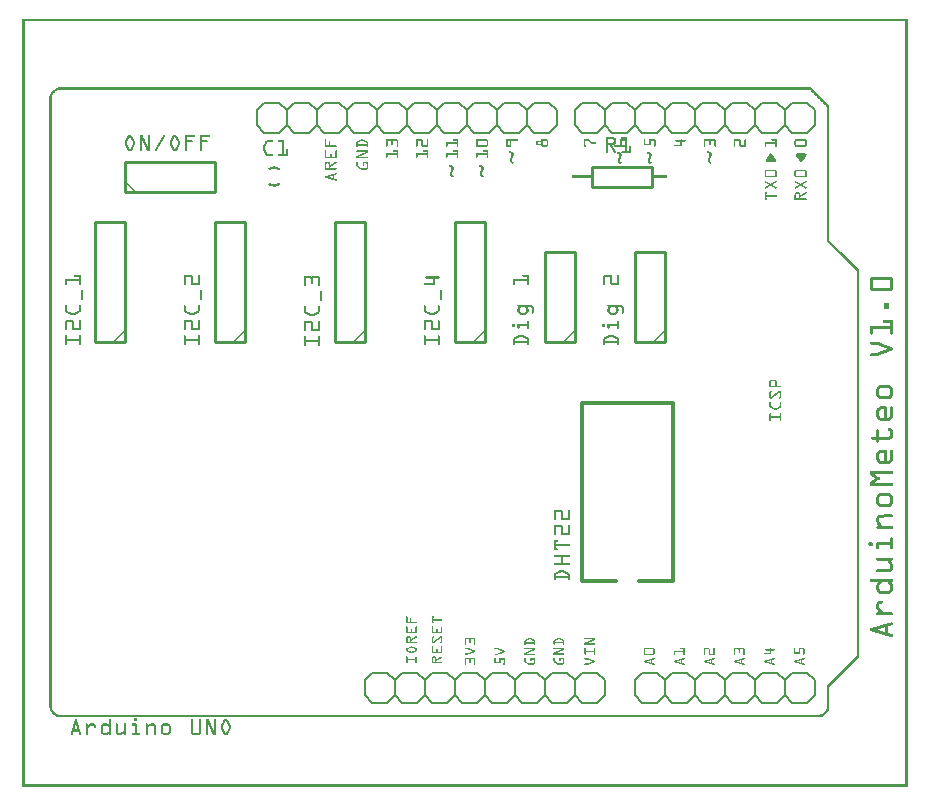
<source format=gto>
G04 MADE WITH FRITZING*
G04 WWW.FRITZING.ORG*
G04 DOUBLE SIDED*
G04 HOLES PLATED*
G04 CONTOUR ON CENTER OF CONTOUR VECTOR*
%ASAXBY*%
%FSLAX23Y23*%
%MOIN*%
%OFA0B0*%
%SFA1.0B1.0*%
%ADD10C,0.006000*%
%ADD11C,0.013889*%
%ADD12C,0.010000*%
%ADD13R,0.001000X0.001000*%
%LNSILK1*%
G90*
G70*
G54D10*
X2366Y381D02*
X2416Y381D01*
D02*
X2416Y381D02*
X2441Y356D01*
D02*
X2441Y356D02*
X2441Y306D01*
D02*
X2441Y306D02*
X2416Y281D01*
D02*
X2441Y356D02*
X2466Y381D01*
D02*
X2466Y381D02*
X2516Y381D01*
D02*
X2516Y381D02*
X2541Y356D01*
D02*
X2541Y356D02*
X2541Y306D01*
D02*
X2541Y306D02*
X2516Y281D01*
D02*
X2516Y281D02*
X2466Y281D01*
D02*
X2466Y281D02*
X2441Y306D01*
D02*
X2241Y356D02*
X2266Y381D01*
D02*
X2266Y381D02*
X2316Y381D01*
D02*
X2316Y381D02*
X2341Y356D01*
D02*
X2341Y356D02*
X2341Y306D01*
D02*
X2341Y306D02*
X2316Y281D01*
D02*
X2316Y281D02*
X2266Y281D01*
D02*
X2266Y281D02*
X2241Y306D01*
D02*
X2366Y381D02*
X2341Y356D01*
D02*
X2341Y306D02*
X2366Y281D01*
D02*
X2416Y281D02*
X2366Y281D01*
D02*
X2066Y381D02*
X2116Y381D01*
D02*
X2116Y381D02*
X2141Y356D01*
D02*
X2141Y356D02*
X2141Y306D01*
D02*
X2141Y306D02*
X2116Y281D01*
D02*
X2141Y356D02*
X2166Y381D01*
D02*
X2166Y381D02*
X2216Y381D01*
D02*
X2216Y381D02*
X2241Y356D01*
D02*
X2241Y356D02*
X2241Y306D01*
D02*
X2241Y306D02*
X2216Y281D01*
D02*
X2216Y281D02*
X2166Y281D01*
D02*
X2166Y281D02*
X2141Y306D01*
D02*
X2041Y356D02*
X2041Y306D01*
D02*
X2066Y381D02*
X2041Y356D01*
D02*
X2041Y306D02*
X2066Y281D01*
D02*
X2116Y281D02*
X2066Y281D01*
D02*
X2566Y381D02*
X2616Y381D01*
D02*
X2616Y381D02*
X2641Y356D01*
D02*
X2641Y356D02*
X2641Y306D01*
D02*
X2641Y306D02*
X2616Y281D01*
D02*
X2566Y381D02*
X2541Y356D01*
D02*
X2541Y306D02*
X2566Y281D01*
D02*
X2616Y281D02*
X2566Y281D01*
D02*
X956Y2181D02*
X906Y2181D01*
D02*
X1156Y2181D02*
X1106Y2181D01*
D02*
X1056Y2181D02*
X1006Y2181D01*
D02*
X1256Y2181D02*
X1206Y2181D01*
D02*
X1456Y2181D02*
X1406Y2181D01*
D02*
X1356Y2181D02*
X1306Y2181D01*
D02*
X1556Y2181D02*
X1506Y2181D01*
D02*
X1756Y2181D02*
X1706Y2181D01*
D02*
X1656Y2181D02*
X1606Y2181D01*
D02*
X856Y2181D02*
X806Y2181D01*
D02*
X981Y2206D02*
X956Y2181D01*
D02*
X906Y2181D02*
X881Y2206D01*
D02*
X881Y2206D02*
X881Y2256D01*
D02*
X881Y2256D02*
X906Y2281D01*
D02*
X906Y2281D02*
X956Y2281D01*
D02*
X956Y2281D02*
X981Y2256D01*
D02*
X1106Y2181D02*
X1081Y2206D01*
D02*
X1081Y2206D02*
X1081Y2256D01*
D02*
X1081Y2256D02*
X1106Y2281D01*
D02*
X1081Y2206D02*
X1056Y2181D01*
D02*
X1006Y2181D02*
X981Y2206D01*
D02*
X981Y2206D02*
X981Y2256D01*
D02*
X981Y2256D02*
X1006Y2281D01*
D02*
X1006Y2281D02*
X1056Y2281D01*
D02*
X1056Y2281D02*
X1081Y2256D01*
D02*
X1281Y2206D02*
X1256Y2181D01*
D02*
X1206Y2181D02*
X1181Y2206D01*
D02*
X1181Y2206D02*
X1181Y2256D01*
D02*
X1181Y2256D02*
X1206Y2281D01*
D02*
X1206Y2281D02*
X1256Y2281D01*
D02*
X1256Y2281D02*
X1281Y2256D01*
D02*
X1156Y2181D02*
X1181Y2206D01*
D02*
X1181Y2256D02*
X1156Y2281D01*
D02*
X1106Y2281D02*
X1156Y2281D01*
D02*
X1406Y2181D02*
X1381Y2206D01*
D02*
X1381Y2206D02*
X1381Y2256D01*
D02*
X1381Y2256D02*
X1406Y2281D01*
D02*
X1381Y2206D02*
X1356Y2181D01*
D02*
X1306Y2181D02*
X1281Y2206D01*
D02*
X1281Y2206D02*
X1281Y2256D01*
D02*
X1281Y2256D02*
X1306Y2281D01*
D02*
X1306Y2281D02*
X1356Y2281D01*
D02*
X1356Y2281D02*
X1381Y2256D01*
D02*
X1581Y2206D02*
X1556Y2181D01*
D02*
X1506Y2181D02*
X1481Y2206D01*
D02*
X1481Y2206D02*
X1481Y2256D01*
D02*
X1481Y2256D02*
X1506Y2281D01*
D02*
X1506Y2281D02*
X1556Y2281D01*
D02*
X1556Y2281D02*
X1581Y2256D01*
D02*
X1456Y2181D02*
X1481Y2206D01*
D02*
X1481Y2256D02*
X1456Y2281D01*
D02*
X1406Y2281D02*
X1456Y2281D01*
D02*
X1706Y2181D02*
X1681Y2206D01*
D02*
X1681Y2206D02*
X1681Y2256D01*
D02*
X1681Y2256D02*
X1706Y2281D01*
D02*
X1681Y2206D02*
X1656Y2181D01*
D02*
X1606Y2181D02*
X1581Y2206D01*
D02*
X1581Y2206D02*
X1581Y2256D01*
D02*
X1581Y2256D02*
X1606Y2281D01*
D02*
X1606Y2281D02*
X1656Y2281D01*
D02*
X1656Y2281D02*
X1681Y2256D01*
D02*
X1781Y2206D02*
X1781Y2256D01*
D02*
X1756Y2181D02*
X1781Y2206D01*
D02*
X1781Y2256D02*
X1756Y2281D01*
D02*
X1706Y2281D02*
X1756Y2281D01*
D02*
X806Y2181D02*
X781Y2206D01*
D02*
X781Y2206D02*
X781Y2256D01*
D02*
X781Y2256D02*
X806Y2281D01*
D02*
X856Y2181D02*
X881Y2206D01*
D02*
X881Y2256D02*
X856Y2281D01*
D02*
X806Y2281D02*
X856Y2281D01*
D02*
X2016Y2181D02*
X1966Y2181D01*
D02*
X1966Y2181D02*
X1941Y2206D01*
D02*
X1941Y2206D02*
X1941Y2256D01*
D02*
X1941Y2256D02*
X1966Y2281D01*
D02*
X2141Y2206D02*
X2116Y2181D01*
D02*
X2116Y2181D02*
X2066Y2181D01*
D02*
X2066Y2181D02*
X2041Y2206D01*
D02*
X2041Y2206D02*
X2041Y2256D01*
D02*
X2041Y2256D02*
X2066Y2281D01*
D02*
X2066Y2281D02*
X2116Y2281D01*
D02*
X2116Y2281D02*
X2141Y2256D01*
D02*
X2016Y2181D02*
X2041Y2206D01*
D02*
X2041Y2256D02*
X2016Y2281D01*
D02*
X1966Y2281D02*
X2016Y2281D01*
D02*
X2316Y2181D02*
X2266Y2181D01*
D02*
X2266Y2181D02*
X2241Y2206D01*
D02*
X2241Y2206D02*
X2241Y2256D01*
D02*
X2241Y2256D02*
X2266Y2281D01*
D02*
X2241Y2206D02*
X2216Y2181D01*
D02*
X2216Y2181D02*
X2166Y2181D01*
D02*
X2166Y2181D02*
X2141Y2206D01*
D02*
X2141Y2206D02*
X2141Y2256D01*
D02*
X2141Y2256D02*
X2166Y2281D01*
D02*
X2166Y2281D02*
X2216Y2281D01*
D02*
X2216Y2281D02*
X2241Y2256D01*
D02*
X2441Y2206D02*
X2416Y2181D01*
D02*
X2416Y2181D02*
X2366Y2181D01*
D02*
X2366Y2181D02*
X2341Y2206D01*
D02*
X2341Y2206D02*
X2341Y2256D01*
D02*
X2341Y2256D02*
X2366Y2281D01*
D02*
X2366Y2281D02*
X2416Y2281D01*
D02*
X2416Y2281D02*
X2441Y2256D01*
D02*
X2316Y2181D02*
X2341Y2206D01*
D02*
X2341Y2256D02*
X2316Y2281D01*
D02*
X2266Y2281D02*
X2316Y2281D01*
D02*
X2616Y2181D02*
X2566Y2181D01*
D02*
X2566Y2181D02*
X2541Y2206D01*
D02*
X2541Y2206D02*
X2541Y2256D01*
D02*
X2541Y2256D02*
X2566Y2281D01*
D02*
X2541Y2206D02*
X2516Y2181D01*
D02*
X2516Y2181D02*
X2466Y2181D01*
D02*
X2466Y2181D02*
X2441Y2206D01*
D02*
X2441Y2206D02*
X2441Y2256D01*
D02*
X2441Y2256D02*
X2466Y2281D01*
D02*
X2466Y2281D02*
X2516Y2281D01*
D02*
X2516Y2281D02*
X2541Y2256D01*
D02*
X2641Y2206D02*
X2641Y2256D01*
D02*
X2616Y2181D02*
X2641Y2206D01*
D02*
X2641Y2256D02*
X2616Y2281D01*
D02*
X2566Y2281D02*
X2616Y2281D01*
D02*
X1916Y2181D02*
X1866Y2181D01*
D02*
X1866Y2181D02*
X1841Y2206D01*
D02*
X1841Y2206D02*
X1841Y2256D01*
D02*
X1841Y2256D02*
X1866Y2281D01*
D02*
X1916Y2181D02*
X1941Y2206D01*
D02*
X1941Y2256D02*
X1916Y2281D01*
D02*
X1866Y2281D02*
X1916Y2281D01*
D02*
X1766Y381D02*
X1816Y381D01*
D02*
X1816Y381D02*
X1841Y356D01*
D02*
X1841Y356D02*
X1841Y306D01*
D02*
X1841Y306D02*
X1816Y281D01*
D02*
X1641Y356D02*
X1666Y381D01*
D02*
X1666Y381D02*
X1716Y381D01*
D02*
X1716Y381D02*
X1741Y356D01*
D02*
X1741Y356D02*
X1741Y306D01*
D02*
X1741Y306D02*
X1716Y281D01*
D02*
X1716Y281D02*
X1666Y281D01*
D02*
X1666Y281D02*
X1641Y306D01*
D02*
X1766Y381D02*
X1741Y356D01*
D02*
X1741Y306D02*
X1766Y281D01*
D02*
X1816Y281D02*
X1766Y281D01*
D02*
X1466Y381D02*
X1516Y381D01*
D02*
X1516Y381D02*
X1541Y356D01*
D02*
X1541Y356D02*
X1541Y306D01*
D02*
X1541Y306D02*
X1516Y281D01*
D02*
X1541Y356D02*
X1566Y381D01*
D02*
X1566Y381D02*
X1616Y381D01*
D02*
X1616Y381D02*
X1641Y356D01*
D02*
X1641Y356D02*
X1641Y306D01*
D02*
X1641Y306D02*
X1616Y281D01*
D02*
X1616Y281D02*
X1566Y281D01*
D02*
X1566Y281D02*
X1541Y306D01*
D02*
X1341Y356D02*
X1366Y381D01*
D02*
X1366Y381D02*
X1416Y381D01*
D02*
X1416Y381D02*
X1441Y356D01*
D02*
X1441Y356D02*
X1441Y306D01*
D02*
X1441Y306D02*
X1416Y281D01*
D02*
X1416Y281D02*
X1366Y281D01*
D02*
X1366Y281D02*
X1341Y306D01*
D02*
X1466Y381D02*
X1441Y356D01*
D02*
X1441Y306D02*
X1466Y281D01*
D02*
X1516Y281D02*
X1466Y281D01*
D02*
X1166Y381D02*
X1216Y381D01*
D02*
X1216Y381D02*
X1241Y356D01*
D02*
X1241Y356D02*
X1241Y306D01*
D02*
X1241Y306D02*
X1216Y281D01*
D02*
X1241Y356D02*
X1266Y381D01*
D02*
X1266Y381D02*
X1316Y381D01*
D02*
X1316Y381D02*
X1341Y356D01*
D02*
X1341Y356D02*
X1341Y306D01*
D02*
X1341Y306D02*
X1316Y281D01*
D02*
X1316Y281D02*
X1266Y281D01*
D02*
X1266Y281D02*
X1241Y306D01*
D02*
X1141Y356D02*
X1141Y306D01*
D02*
X1166Y381D02*
X1141Y356D01*
D02*
X1141Y306D02*
X1166Y281D01*
D02*
X1216Y281D02*
X1166Y281D01*
D02*
X1866Y381D02*
X1916Y381D01*
D02*
X1916Y381D02*
X1941Y356D01*
D02*
X1941Y356D02*
X1941Y306D01*
D02*
X1941Y306D02*
X1916Y281D01*
D02*
X1866Y381D02*
X1841Y356D01*
D02*
X1841Y306D02*
X1866Y281D01*
D02*
X1916Y281D02*
X1866Y281D01*
G54D11*
D02*
X2169Y686D02*
X2169Y1280D01*
D02*
X2169Y1280D02*
X1866Y1280D01*
D02*
X1866Y1280D02*
X1866Y686D01*
D02*
X2169Y686D02*
X2055Y686D01*
D02*
X1979Y686D02*
X1866Y686D01*
G54D12*
D02*
X1900Y2067D02*
X2100Y2067D01*
D02*
X2100Y2067D02*
X2100Y2001D01*
D02*
X2100Y2001D02*
X1900Y2001D01*
D02*
X1900Y2001D02*
X1900Y2067D01*
D02*
X2141Y1484D02*
X2141Y1784D01*
D02*
X2141Y1784D02*
X2041Y1784D01*
D02*
X2041Y1784D02*
X2041Y1484D01*
D02*
X2041Y1484D02*
X2141Y1484D01*
D02*
X1841Y1484D02*
X1841Y1784D01*
D02*
X1841Y1784D02*
X1741Y1784D01*
D02*
X1741Y1784D02*
X1741Y1484D01*
D02*
X1741Y1484D02*
X1841Y1484D01*
D02*
X1141Y1484D02*
X1141Y1884D01*
D02*
X1141Y1884D02*
X1041Y1884D01*
D02*
X1041Y1884D02*
X1041Y1484D01*
D02*
X1041Y1484D02*
X1141Y1484D01*
D02*
X741Y1484D02*
X741Y1884D01*
D02*
X741Y1884D02*
X641Y1884D01*
D02*
X641Y1884D02*
X641Y1484D01*
D02*
X641Y1484D02*
X741Y1484D01*
D02*
X341Y1484D02*
X341Y1884D01*
D02*
X341Y1884D02*
X241Y1884D01*
D02*
X241Y1884D02*
X241Y1484D01*
D02*
X241Y1484D02*
X341Y1484D01*
D02*
X1541Y1484D02*
X1541Y1884D01*
D02*
X1541Y1884D02*
X1441Y1884D01*
D02*
X1441Y1884D02*
X1441Y1484D01*
D02*
X1441Y1484D02*
X1541Y1484D01*
D02*
X341Y1984D02*
X641Y1984D01*
D02*
X641Y1984D02*
X641Y2084D01*
D02*
X641Y2084D02*
X341Y2084D01*
D02*
X341Y2084D02*
X341Y1984D01*
G54D13*
X0Y2559D02*
X2951Y2559D01*
X0Y2558D02*
X2951Y2558D01*
X0Y2557D02*
X2951Y2557D01*
X0Y2556D02*
X2951Y2556D01*
X0Y2555D02*
X2951Y2555D01*
X0Y2554D02*
X2951Y2554D01*
X0Y2553D02*
X2951Y2553D01*
X0Y2552D02*
X2951Y2552D01*
X0Y2551D02*
X7Y2551D01*
X2944Y2551D02*
X2951Y2551D01*
X0Y2550D02*
X7Y2550D01*
X2944Y2550D02*
X2951Y2550D01*
X0Y2549D02*
X7Y2549D01*
X2944Y2549D02*
X2951Y2549D01*
X0Y2548D02*
X7Y2548D01*
X2944Y2548D02*
X2951Y2548D01*
X0Y2547D02*
X7Y2547D01*
X2944Y2547D02*
X2951Y2547D01*
X0Y2546D02*
X7Y2546D01*
X2944Y2546D02*
X2951Y2546D01*
X0Y2545D02*
X7Y2545D01*
X2944Y2545D02*
X2951Y2545D01*
X0Y2544D02*
X7Y2544D01*
X2944Y2544D02*
X2951Y2544D01*
X0Y2543D02*
X7Y2543D01*
X2944Y2543D02*
X2951Y2543D01*
X0Y2542D02*
X7Y2542D01*
X2944Y2542D02*
X2951Y2542D01*
X0Y2541D02*
X7Y2541D01*
X2944Y2541D02*
X2951Y2541D01*
X0Y2540D02*
X7Y2540D01*
X2944Y2540D02*
X2951Y2540D01*
X0Y2539D02*
X7Y2539D01*
X2944Y2539D02*
X2951Y2539D01*
X0Y2538D02*
X7Y2538D01*
X2944Y2538D02*
X2951Y2538D01*
X0Y2537D02*
X7Y2537D01*
X2944Y2537D02*
X2951Y2537D01*
X0Y2536D02*
X7Y2536D01*
X2944Y2536D02*
X2951Y2536D01*
X0Y2535D02*
X7Y2535D01*
X2944Y2535D02*
X2951Y2535D01*
X0Y2534D02*
X7Y2534D01*
X2944Y2534D02*
X2951Y2534D01*
X0Y2533D02*
X7Y2533D01*
X2944Y2533D02*
X2951Y2533D01*
X0Y2532D02*
X7Y2532D01*
X2944Y2532D02*
X2951Y2532D01*
X0Y2531D02*
X7Y2531D01*
X2944Y2531D02*
X2951Y2531D01*
X0Y2530D02*
X7Y2530D01*
X2944Y2530D02*
X2951Y2530D01*
X0Y2529D02*
X7Y2529D01*
X2944Y2529D02*
X2951Y2529D01*
X0Y2528D02*
X7Y2528D01*
X2944Y2528D02*
X2951Y2528D01*
X0Y2527D02*
X7Y2527D01*
X2944Y2527D02*
X2951Y2527D01*
X0Y2526D02*
X7Y2526D01*
X2944Y2526D02*
X2951Y2526D01*
X0Y2525D02*
X7Y2525D01*
X2944Y2525D02*
X2951Y2525D01*
X0Y2524D02*
X7Y2524D01*
X2944Y2524D02*
X2951Y2524D01*
X0Y2523D02*
X7Y2523D01*
X2944Y2523D02*
X2951Y2523D01*
X0Y2522D02*
X7Y2522D01*
X2944Y2522D02*
X2951Y2522D01*
X0Y2521D02*
X7Y2521D01*
X2944Y2521D02*
X2951Y2521D01*
X0Y2520D02*
X7Y2520D01*
X2944Y2520D02*
X2951Y2520D01*
X0Y2519D02*
X7Y2519D01*
X2944Y2519D02*
X2951Y2519D01*
X0Y2518D02*
X7Y2518D01*
X2944Y2518D02*
X2951Y2518D01*
X0Y2517D02*
X7Y2517D01*
X2944Y2517D02*
X2951Y2517D01*
X0Y2516D02*
X7Y2516D01*
X2944Y2516D02*
X2951Y2516D01*
X0Y2515D02*
X7Y2515D01*
X2944Y2515D02*
X2951Y2515D01*
X0Y2514D02*
X7Y2514D01*
X2944Y2514D02*
X2951Y2514D01*
X0Y2513D02*
X7Y2513D01*
X2944Y2513D02*
X2951Y2513D01*
X0Y2512D02*
X7Y2512D01*
X2944Y2512D02*
X2951Y2512D01*
X0Y2511D02*
X7Y2511D01*
X2944Y2511D02*
X2951Y2511D01*
X0Y2510D02*
X7Y2510D01*
X2944Y2510D02*
X2951Y2510D01*
X0Y2509D02*
X7Y2509D01*
X2944Y2509D02*
X2951Y2509D01*
X0Y2508D02*
X7Y2508D01*
X2944Y2508D02*
X2951Y2508D01*
X0Y2507D02*
X7Y2507D01*
X2944Y2507D02*
X2951Y2507D01*
X0Y2506D02*
X7Y2506D01*
X2944Y2506D02*
X2951Y2506D01*
X0Y2505D02*
X7Y2505D01*
X2944Y2505D02*
X2951Y2505D01*
X0Y2504D02*
X7Y2504D01*
X2944Y2504D02*
X2951Y2504D01*
X0Y2503D02*
X7Y2503D01*
X2944Y2503D02*
X2951Y2503D01*
X0Y2502D02*
X7Y2502D01*
X2944Y2502D02*
X2951Y2502D01*
X0Y2501D02*
X7Y2501D01*
X2944Y2501D02*
X2951Y2501D01*
X0Y2500D02*
X7Y2500D01*
X2944Y2500D02*
X2951Y2500D01*
X0Y2499D02*
X7Y2499D01*
X2944Y2499D02*
X2951Y2499D01*
X0Y2498D02*
X7Y2498D01*
X2944Y2498D02*
X2951Y2498D01*
X0Y2497D02*
X7Y2497D01*
X2944Y2497D02*
X2951Y2497D01*
X0Y2496D02*
X7Y2496D01*
X2944Y2496D02*
X2951Y2496D01*
X0Y2495D02*
X7Y2495D01*
X2944Y2495D02*
X2951Y2495D01*
X0Y2494D02*
X7Y2494D01*
X2944Y2494D02*
X2951Y2494D01*
X0Y2493D02*
X7Y2493D01*
X2944Y2493D02*
X2951Y2493D01*
X0Y2492D02*
X7Y2492D01*
X2944Y2492D02*
X2951Y2492D01*
X0Y2491D02*
X7Y2491D01*
X2944Y2491D02*
X2951Y2491D01*
X0Y2490D02*
X7Y2490D01*
X2944Y2490D02*
X2951Y2490D01*
X0Y2489D02*
X7Y2489D01*
X2944Y2489D02*
X2951Y2489D01*
X0Y2488D02*
X7Y2488D01*
X2944Y2488D02*
X2951Y2488D01*
X0Y2487D02*
X7Y2487D01*
X2944Y2487D02*
X2951Y2487D01*
X0Y2486D02*
X7Y2486D01*
X2944Y2486D02*
X2951Y2486D01*
X0Y2485D02*
X7Y2485D01*
X2944Y2485D02*
X2951Y2485D01*
X0Y2484D02*
X7Y2484D01*
X2944Y2484D02*
X2951Y2484D01*
X0Y2483D02*
X7Y2483D01*
X2944Y2483D02*
X2951Y2483D01*
X0Y2482D02*
X7Y2482D01*
X2944Y2482D02*
X2951Y2482D01*
X0Y2481D02*
X7Y2481D01*
X2944Y2481D02*
X2951Y2481D01*
X0Y2480D02*
X7Y2480D01*
X2944Y2480D02*
X2951Y2480D01*
X0Y2479D02*
X7Y2479D01*
X2944Y2479D02*
X2951Y2479D01*
X0Y2478D02*
X7Y2478D01*
X2944Y2478D02*
X2951Y2478D01*
X0Y2477D02*
X7Y2477D01*
X2944Y2477D02*
X2951Y2477D01*
X0Y2476D02*
X7Y2476D01*
X2944Y2476D02*
X2951Y2476D01*
X0Y2475D02*
X7Y2475D01*
X2944Y2475D02*
X2951Y2475D01*
X0Y2474D02*
X7Y2474D01*
X2944Y2474D02*
X2951Y2474D01*
X0Y2473D02*
X7Y2473D01*
X2944Y2473D02*
X2951Y2473D01*
X0Y2472D02*
X7Y2472D01*
X2944Y2472D02*
X2951Y2472D01*
X0Y2471D02*
X7Y2471D01*
X2944Y2471D02*
X2951Y2471D01*
X0Y2470D02*
X7Y2470D01*
X2944Y2470D02*
X2951Y2470D01*
X0Y2469D02*
X7Y2469D01*
X2944Y2469D02*
X2951Y2469D01*
X0Y2468D02*
X7Y2468D01*
X2944Y2468D02*
X2951Y2468D01*
X0Y2467D02*
X7Y2467D01*
X2944Y2467D02*
X2951Y2467D01*
X0Y2466D02*
X7Y2466D01*
X2944Y2466D02*
X2951Y2466D01*
X0Y2465D02*
X7Y2465D01*
X2944Y2465D02*
X2951Y2465D01*
X0Y2464D02*
X7Y2464D01*
X2944Y2464D02*
X2951Y2464D01*
X0Y2463D02*
X7Y2463D01*
X2944Y2463D02*
X2951Y2463D01*
X0Y2462D02*
X7Y2462D01*
X2944Y2462D02*
X2951Y2462D01*
X0Y2461D02*
X7Y2461D01*
X2944Y2461D02*
X2951Y2461D01*
X0Y2460D02*
X7Y2460D01*
X2944Y2460D02*
X2951Y2460D01*
X0Y2459D02*
X7Y2459D01*
X2944Y2459D02*
X2951Y2459D01*
X0Y2458D02*
X7Y2458D01*
X2944Y2458D02*
X2951Y2458D01*
X0Y2457D02*
X7Y2457D01*
X2944Y2457D02*
X2951Y2457D01*
X0Y2456D02*
X7Y2456D01*
X2944Y2456D02*
X2951Y2456D01*
X0Y2455D02*
X7Y2455D01*
X2944Y2455D02*
X2951Y2455D01*
X0Y2454D02*
X7Y2454D01*
X2944Y2454D02*
X2951Y2454D01*
X0Y2453D02*
X7Y2453D01*
X2944Y2453D02*
X2951Y2453D01*
X0Y2452D02*
X7Y2452D01*
X2944Y2452D02*
X2951Y2452D01*
X0Y2451D02*
X7Y2451D01*
X2944Y2451D02*
X2951Y2451D01*
X0Y2450D02*
X7Y2450D01*
X2944Y2450D02*
X2951Y2450D01*
X0Y2449D02*
X7Y2449D01*
X2944Y2449D02*
X2951Y2449D01*
X0Y2448D02*
X7Y2448D01*
X2944Y2448D02*
X2951Y2448D01*
X0Y2447D02*
X7Y2447D01*
X2944Y2447D02*
X2951Y2447D01*
X0Y2446D02*
X7Y2446D01*
X2944Y2446D02*
X2951Y2446D01*
X0Y2445D02*
X7Y2445D01*
X2944Y2445D02*
X2951Y2445D01*
X0Y2444D02*
X7Y2444D01*
X2944Y2444D02*
X2951Y2444D01*
X0Y2443D02*
X7Y2443D01*
X2944Y2443D02*
X2951Y2443D01*
X0Y2442D02*
X7Y2442D01*
X2944Y2442D02*
X2951Y2442D01*
X0Y2441D02*
X7Y2441D01*
X2944Y2441D02*
X2951Y2441D01*
X0Y2440D02*
X7Y2440D01*
X2944Y2440D02*
X2951Y2440D01*
X0Y2439D02*
X7Y2439D01*
X2944Y2439D02*
X2951Y2439D01*
X0Y2438D02*
X7Y2438D01*
X2944Y2438D02*
X2951Y2438D01*
X0Y2437D02*
X7Y2437D01*
X2944Y2437D02*
X2951Y2437D01*
X0Y2436D02*
X7Y2436D01*
X2944Y2436D02*
X2951Y2436D01*
X0Y2435D02*
X7Y2435D01*
X2944Y2435D02*
X2951Y2435D01*
X0Y2434D02*
X7Y2434D01*
X2944Y2434D02*
X2951Y2434D01*
X0Y2433D02*
X7Y2433D01*
X2944Y2433D02*
X2951Y2433D01*
X0Y2432D02*
X7Y2432D01*
X2944Y2432D02*
X2951Y2432D01*
X0Y2431D02*
X7Y2431D01*
X2944Y2431D02*
X2951Y2431D01*
X0Y2430D02*
X7Y2430D01*
X2944Y2430D02*
X2951Y2430D01*
X0Y2429D02*
X7Y2429D01*
X2944Y2429D02*
X2951Y2429D01*
X0Y2428D02*
X7Y2428D01*
X2944Y2428D02*
X2951Y2428D01*
X0Y2427D02*
X7Y2427D01*
X2944Y2427D02*
X2951Y2427D01*
X0Y2426D02*
X7Y2426D01*
X2944Y2426D02*
X2951Y2426D01*
X0Y2425D02*
X7Y2425D01*
X2944Y2425D02*
X2951Y2425D01*
X0Y2424D02*
X7Y2424D01*
X2944Y2424D02*
X2951Y2424D01*
X0Y2423D02*
X7Y2423D01*
X2944Y2423D02*
X2951Y2423D01*
X0Y2422D02*
X7Y2422D01*
X2944Y2422D02*
X2951Y2422D01*
X0Y2421D02*
X7Y2421D01*
X2944Y2421D02*
X2951Y2421D01*
X0Y2420D02*
X7Y2420D01*
X2944Y2420D02*
X2951Y2420D01*
X0Y2419D02*
X7Y2419D01*
X2944Y2419D02*
X2951Y2419D01*
X0Y2418D02*
X7Y2418D01*
X2944Y2418D02*
X2951Y2418D01*
X0Y2417D02*
X7Y2417D01*
X2944Y2417D02*
X2951Y2417D01*
X0Y2416D02*
X7Y2416D01*
X2944Y2416D02*
X2951Y2416D01*
X0Y2415D02*
X7Y2415D01*
X2944Y2415D02*
X2951Y2415D01*
X0Y2414D02*
X7Y2414D01*
X2944Y2414D02*
X2951Y2414D01*
X0Y2413D02*
X7Y2413D01*
X2944Y2413D02*
X2951Y2413D01*
X0Y2412D02*
X7Y2412D01*
X2944Y2412D02*
X2951Y2412D01*
X0Y2411D02*
X7Y2411D01*
X2944Y2411D02*
X2951Y2411D01*
X0Y2410D02*
X7Y2410D01*
X2944Y2410D02*
X2951Y2410D01*
X0Y2409D02*
X7Y2409D01*
X2944Y2409D02*
X2951Y2409D01*
X0Y2408D02*
X7Y2408D01*
X2944Y2408D02*
X2951Y2408D01*
X0Y2407D02*
X7Y2407D01*
X2944Y2407D02*
X2951Y2407D01*
X0Y2406D02*
X7Y2406D01*
X2944Y2406D02*
X2951Y2406D01*
X0Y2405D02*
X7Y2405D01*
X2944Y2405D02*
X2951Y2405D01*
X0Y2404D02*
X7Y2404D01*
X2944Y2404D02*
X2951Y2404D01*
X0Y2403D02*
X7Y2403D01*
X2944Y2403D02*
X2951Y2403D01*
X0Y2402D02*
X7Y2402D01*
X2944Y2402D02*
X2951Y2402D01*
X0Y2401D02*
X7Y2401D01*
X2944Y2401D02*
X2951Y2401D01*
X0Y2400D02*
X7Y2400D01*
X2944Y2400D02*
X2951Y2400D01*
X0Y2399D02*
X7Y2399D01*
X2944Y2399D02*
X2951Y2399D01*
X0Y2398D02*
X7Y2398D01*
X2944Y2398D02*
X2951Y2398D01*
X0Y2397D02*
X7Y2397D01*
X2944Y2397D02*
X2951Y2397D01*
X0Y2396D02*
X7Y2396D01*
X2944Y2396D02*
X2951Y2396D01*
X0Y2395D02*
X7Y2395D01*
X2944Y2395D02*
X2951Y2395D01*
X0Y2394D02*
X7Y2394D01*
X2944Y2394D02*
X2951Y2394D01*
X0Y2393D02*
X7Y2393D01*
X2944Y2393D02*
X2951Y2393D01*
X0Y2392D02*
X7Y2392D01*
X2944Y2392D02*
X2951Y2392D01*
X0Y2391D02*
X7Y2391D01*
X2944Y2391D02*
X2951Y2391D01*
X0Y2390D02*
X7Y2390D01*
X2944Y2390D02*
X2951Y2390D01*
X0Y2389D02*
X7Y2389D01*
X2944Y2389D02*
X2951Y2389D01*
X0Y2388D02*
X7Y2388D01*
X2944Y2388D02*
X2951Y2388D01*
X0Y2387D02*
X7Y2387D01*
X2944Y2387D02*
X2951Y2387D01*
X0Y2386D02*
X7Y2386D01*
X2944Y2386D02*
X2951Y2386D01*
X0Y2385D02*
X7Y2385D01*
X2944Y2385D02*
X2951Y2385D01*
X0Y2384D02*
X7Y2384D01*
X2944Y2384D02*
X2951Y2384D01*
X0Y2383D02*
X7Y2383D01*
X2944Y2383D02*
X2951Y2383D01*
X0Y2382D02*
X7Y2382D01*
X2944Y2382D02*
X2951Y2382D01*
X0Y2381D02*
X7Y2381D01*
X2944Y2381D02*
X2951Y2381D01*
X0Y2380D02*
X7Y2380D01*
X2944Y2380D02*
X2951Y2380D01*
X0Y2379D02*
X7Y2379D01*
X2944Y2379D02*
X2951Y2379D01*
X0Y2378D02*
X7Y2378D01*
X2944Y2378D02*
X2951Y2378D01*
X0Y2377D02*
X7Y2377D01*
X2944Y2377D02*
X2951Y2377D01*
X0Y2376D02*
X7Y2376D01*
X2944Y2376D02*
X2951Y2376D01*
X0Y2375D02*
X7Y2375D01*
X2944Y2375D02*
X2951Y2375D01*
X0Y2374D02*
X7Y2374D01*
X2944Y2374D02*
X2951Y2374D01*
X0Y2373D02*
X7Y2373D01*
X2944Y2373D02*
X2951Y2373D01*
X0Y2372D02*
X7Y2372D01*
X2944Y2372D02*
X2951Y2372D01*
X0Y2371D02*
X7Y2371D01*
X2944Y2371D02*
X2951Y2371D01*
X0Y2370D02*
X7Y2370D01*
X2944Y2370D02*
X2951Y2370D01*
X0Y2369D02*
X7Y2369D01*
X2944Y2369D02*
X2951Y2369D01*
X0Y2368D02*
X7Y2368D01*
X2944Y2368D02*
X2951Y2368D01*
X0Y2367D02*
X7Y2367D01*
X2944Y2367D02*
X2951Y2367D01*
X0Y2366D02*
X7Y2366D01*
X2944Y2366D02*
X2951Y2366D01*
X0Y2365D02*
X7Y2365D01*
X2944Y2365D02*
X2951Y2365D01*
X0Y2364D02*
X7Y2364D01*
X2944Y2364D02*
X2951Y2364D01*
X0Y2363D02*
X7Y2363D01*
X2944Y2363D02*
X2951Y2363D01*
X0Y2362D02*
X7Y2362D01*
X2944Y2362D02*
X2951Y2362D01*
X0Y2361D02*
X7Y2361D01*
X2944Y2361D02*
X2951Y2361D01*
X0Y2360D02*
X7Y2360D01*
X2944Y2360D02*
X2951Y2360D01*
X0Y2359D02*
X7Y2359D01*
X2944Y2359D02*
X2951Y2359D01*
X0Y2358D02*
X7Y2358D01*
X2944Y2358D02*
X2951Y2358D01*
X0Y2357D02*
X7Y2357D01*
X2944Y2357D02*
X2951Y2357D01*
X0Y2356D02*
X7Y2356D01*
X2944Y2356D02*
X2951Y2356D01*
X0Y2355D02*
X7Y2355D01*
X2944Y2355D02*
X2951Y2355D01*
X0Y2354D02*
X7Y2354D01*
X2944Y2354D02*
X2951Y2354D01*
X0Y2353D02*
X7Y2353D01*
X2944Y2353D02*
X2951Y2353D01*
X0Y2352D02*
X7Y2352D01*
X2944Y2352D02*
X2951Y2352D01*
X0Y2351D02*
X7Y2351D01*
X2944Y2351D02*
X2951Y2351D01*
X0Y2350D02*
X7Y2350D01*
X2944Y2350D02*
X2951Y2350D01*
X0Y2349D02*
X7Y2349D01*
X2944Y2349D02*
X2951Y2349D01*
X0Y2348D02*
X7Y2348D01*
X2944Y2348D02*
X2951Y2348D01*
X0Y2347D02*
X7Y2347D01*
X2944Y2347D02*
X2951Y2347D01*
X0Y2346D02*
X7Y2346D01*
X2944Y2346D02*
X2951Y2346D01*
X0Y2345D02*
X7Y2345D01*
X2944Y2345D02*
X2951Y2345D01*
X0Y2344D02*
X7Y2344D01*
X2944Y2344D02*
X2951Y2344D01*
X0Y2343D02*
X7Y2343D01*
X2944Y2343D02*
X2951Y2343D01*
X0Y2342D02*
X7Y2342D01*
X2944Y2342D02*
X2951Y2342D01*
X0Y2341D02*
X7Y2341D01*
X2944Y2341D02*
X2951Y2341D01*
X0Y2340D02*
X7Y2340D01*
X2944Y2340D02*
X2951Y2340D01*
X0Y2339D02*
X7Y2339D01*
X2944Y2339D02*
X2951Y2339D01*
X0Y2338D02*
X7Y2338D01*
X2944Y2338D02*
X2951Y2338D01*
X0Y2337D02*
X7Y2337D01*
X2944Y2337D02*
X2951Y2337D01*
X0Y2336D02*
X7Y2336D01*
X2944Y2336D02*
X2951Y2336D01*
X0Y2335D02*
X7Y2335D01*
X2944Y2335D02*
X2951Y2335D01*
X0Y2334D02*
X7Y2334D01*
X2944Y2334D02*
X2951Y2334D01*
X0Y2333D02*
X7Y2333D01*
X2944Y2333D02*
X2951Y2333D01*
X0Y2332D02*
X7Y2332D01*
X2944Y2332D02*
X2951Y2332D01*
X0Y2331D02*
X7Y2331D01*
X121Y2331D02*
X2629Y2331D01*
X2944Y2331D02*
X2951Y2331D01*
X0Y2330D02*
X7Y2330D01*
X117Y2330D02*
X2630Y2330D01*
X2944Y2330D02*
X2951Y2330D01*
X0Y2329D02*
X7Y2329D01*
X115Y2329D02*
X2631Y2329D01*
X2944Y2329D02*
X2951Y2329D01*
X0Y2328D02*
X7Y2328D01*
X113Y2328D02*
X2632Y2328D01*
X2944Y2328D02*
X2951Y2328D01*
X0Y2327D02*
X7Y2327D01*
X111Y2327D02*
X2633Y2327D01*
X2944Y2327D02*
X2951Y2327D01*
X0Y2326D02*
X7Y2326D01*
X109Y2326D02*
X2634Y2326D01*
X2944Y2326D02*
X2951Y2326D01*
X0Y2325D02*
X7Y2325D01*
X108Y2325D02*
X2635Y2325D01*
X2944Y2325D02*
X2951Y2325D01*
X0Y2324D02*
X7Y2324D01*
X106Y2324D02*
X128Y2324D01*
X130Y2324D02*
X2636Y2324D01*
X2944Y2324D02*
X2951Y2324D01*
X0Y2323D02*
X7Y2323D01*
X105Y2323D02*
X121Y2323D01*
X2626Y2323D02*
X2637Y2323D01*
X2944Y2323D02*
X2951Y2323D01*
X0Y2322D02*
X7Y2322D01*
X104Y2322D02*
X118Y2322D01*
X2627Y2322D02*
X2638Y2322D01*
X2944Y2322D02*
X2951Y2322D01*
X0Y2321D02*
X7Y2321D01*
X103Y2321D02*
X115Y2321D01*
X2628Y2321D02*
X2639Y2321D01*
X2944Y2321D02*
X2951Y2321D01*
X0Y2320D02*
X7Y2320D01*
X102Y2320D02*
X113Y2320D01*
X2629Y2320D02*
X2640Y2320D01*
X2944Y2320D02*
X2951Y2320D01*
X0Y2319D02*
X7Y2319D01*
X101Y2319D02*
X112Y2319D01*
X2630Y2319D02*
X2641Y2319D01*
X2944Y2319D02*
X2951Y2319D01*
X0Y2318D02*
X7Y2318D01*
X100Y2318D02*
X110Y2318D01*
X2631Y2318D02*
X2642Y2318D01*
X2944Y2318D02*
X2951Y2318D01*
X0Y2317D02*
X7Y2317D01*
X99Y2317D02*
X109Y2317D01*
X2632Y2317D02*
X2643Y2317D01*
X2944Y2317D02*
X2951Y2317D01*
X0Y2316D02*
X7Y2316D01*
X98Y2316D02*
X108Y2316D01*
X2633Y2316D02*
X2644Y2316D01*
X2944Y2316D02*
X2951Y2316D01*
X0Y2315D02*
X7Y2315D01*
X97Y2315D02*
X107Y2315D01*
X2634Y2315D02*
X2645Y2315D01*
X2944Y2315D02*
X2951Y2315D01*
X0Y2314D02*
X7Y2314D01*
X97Y2314D02*
X106Y2314D01*
X2635Y2314D02*
X2646Y2314D01*
X2944Y2314D02*
X2951Y2314D01*
X0Y2313D02*
X7Y2313D01*
X96Y2313D02*
X105Y2313D01*
X2636Y2313D02*
X2647Y2313D01*
X2944Y2313D02*
X2951Y2313D01*
X0Y2312D02*
X7Y2312D01*
X96Y2312D02*
X104Y2312D01*
X2637Y2312D02*
X2648Y2312D01*
X2944Y2312D02*
X2951Y2312D01*
X0Y2311D02*
X7Y2311D01*
X95Y2311D02*
X103Y2311D01*
X2638Y2311D02*
X2649Y2311D01*
X2944Y2311D02*
X2951Y2311D01*
X0Y2310D02*
X7Y2310D01*
X95Y2310D02*
X103Y2310D01*
X2639Y2310D02*
X2650Y2310D01*
X2944Y2310D02*
X2951Y2310D01*
X0Y2309D02*
X7Y2309D01*
X94Y2309D02*
X102Y2309D01*
X2640Y2309D02*
X2651Y2309D01*
X2944Y2309D02*
X2951Y2309D01*
X0Y2308D02*
X7Y2308D01*
X94Y2308D02*
X101Y2308D01*
X2641Y2308D02*
X2652Y2308D01*
X2944Y2308D02*
X2951Y2308D01*
X0Y2307D02*
X7Y2307D01*
X93Y2307D02*
X101Y2307D01*
X2642Y2307D02*
X2653Y2307D01*
X2944Y2307D02*
X2951Y2307D01*
X0Y2306D02*
X7Y2306D01*
X93Y2306D02*
X100Y2306D01*
X2643Y2306D02*
X2654Y2306D01*
X2944Y2306D02*
X2951Y2306D01*
X0Y2305D02*
X7Y2305D01*
X93Y2305D02*
X100Y2305D01*
X2644Y2305D02*
X2655Y2305D01*
X2944Y2305D02*
X2951Y2305D01*
X0Y2304D02*
X7Y2304D01*
X92Y2304D02*
X100Y2304D01*
X2645Y2304D02*
X2656Y2304D01*
X2944Y2304D02*
X2951Y2304D01*
X0Y2303D02*
X7Y2303D01*
X92Y2303D02*
X99Y2303D01*
X2646Y2303D02*
X2657Y2303D01*
X2944Y2303D02*
X2951Y2303D01*
X0Y2302D02*
X7Y2302D01*
X92Y2302D02*
X99Y2302D01*
X2647Y2302D02*
X2658Y2302D01*
X2944Y2302D02*
X2951Y2302D01*
X0Y2301D02*
X7Y2301D01*
X91Y2301D02*
X99Y2301D01*
X2648Y2301D02*
X2659Y2301D01*
X2944Y2301D02*
X2951Y2301D01*
X0Y2300D02*
X7Y2300D01*
X91Y2300D02*
X98Y2300D01*
X2649Y2300D02*
X2660Y2300D01*
X2944Y2300D02*
X2951Y2300D01*
X0Y2299D02*
X7Y2299D01*
X91Y2299D02*
X98Y2299D01*
X2650Y2299D02*
X2661Y2299D01*
X2944Y2299D02*
X2951Y2299D01*
X0Y2298D02*
X7Y2298D01*
X91Y2298D02*
X98Y2298D01*
X2651Y2298D02*
X2662Y2298D01*
X2944Y2298D02*
X2951Y2298D01*
X0Y2297D02*
X7Y2297D01*
X91Y2297D02*
X98Y2297D01*
X2652Y2297D02*
X2663Y2297D01*
X2944Y2297D02*
X2951Y2297D01*
X0Y2296D02*
X7Y2296D01*
X91Y2296D02*
X98Y2296D01*
X2653Y2296D02*
X2664Y2296D01*
X2944Y2296D02*
X2951Y2296D01*
X0Y2295D02*
X7Y2295D01*
X91Y2295D02*
X98Y2295D01*
X2654Y2295D02*
X2665Y2295D01*
X2944Y2295D02*
X2951Y2295D01*
X0Y2294D02*
X7Y2294D01*
X91Y2294D02*
X97Y2294D01*
X2655Y2294D02*
X2666Y2294D01*
X2944Y2294D02*
X2951Y2294D01*
X0Y2293D02*
X7Y2293D01*
X91Y2293D02*
X97Y2293D01*
X2656Y2293D02*
X2667Y2293D01*
X2944Y2293D02*
X2951Y2293D01*
X0Y2292D02*
X7Y2292D01*
X90Y2292D02*
X97Y2292D01*
X2657Y2292D02*
X2668Y2292D01*
X2944Y2292D02*
X2951Y2292D01*
X0Y2291D02*
X7Y2291D01*
X91Y2291D02*
X98Y2291D01*
X2658Y2291D02*
X2669Y2291D01*
X2944Y2291D02*
X2951Y2291D01*
X0Y2290D02*
X7Y2290D01*
X91Y2290D02*
X98Y2290D01*
X2659Y2290D02*
X2670Y2290D01*
X2944Y2290D02*
X2951Y2290D01*
X0Y2289D02*
X7Y2289D01*
X91Y2289D02*
X98Y2289D01*
X2660Y2289D02*
X2671Y2289D01*
X2944Y2289D02*
X2951Y2289D01*
X0Y2288D02*
X7Y2288D01*
X91Y2288D02*
X98Y2288D01*
X2661Y2288D02*
X2672Y2288D01*
X2944Y2288D02*
X2951Y2288D01*
X0Y2287D02*
X7Y2287D01*
X91Y2287D02*
X98Y2287D01*
X2662Y2287D02*
X2673Y2287D01*
X2944Y2287D02*
X2951Y2287D01*
X0Y2286D02*
X7Y2286D01*
X91Y2286D02*
X98Y2286D01*
X2663Y2286D02*
X2674Y2286D01*
X2944Y2286D02*
X2951Y2286D01*
X0Y2285D02*
X7Y2285D01*
X91Y2285D02*
X98Y2285D01*
X2664Y2285D02*
X2675Y2285D01*
X2944Y2285D02*
X2951Y2285D01*
X0Y2284D02*
X7Y2284D01*
X91Y2284D02*
X98Y2284D01*
X2665Y2284D02*
X2676Y2284D01*
X2944Y2284D02*
X2951Y2284D01*
X0Y2283D02*
X7Y2283D01*
X91Y2283D02*
X98Y2283D01*
X2666Y2283D02*
X2677Y2283D01*
X2944Y2283D02*
X2951Y2283D01*
X0Y2282D02*
X7Y2282D01*
X91Y2282D02*
X98Y2282D01*
X2667Y2282D02*
X2678Y2282D01*
X2944Y2282D02*
X2951Y2282D01*
X0Y2281D02*
X7Y2281D01*
X91Y2281D02*
X98Y2281D01*
X2668Y2281D02*
X2679Y2281D01*
X2944Y2281D02*
X2951Y2281D01*
X0Y2280D02*
X7Y2280D01*
X91Y2280D02*
X98Y2280D01*
X2669Y2280D02*
X2680Y2280D01*
X2944Y2280D02*
X2951Y2280D01*
X0Y2279D02*
X7Y2279D01*
X91Y2279D02*
X98Y2279D01*
X2670Y2279D02*
X2681Y2279D01*
X2944Y2279D02*
X2951Y2279D01*
X0Y2278D02*
X7Y2278D01*
X91Y2278D02*
X98Y2278D01*
X2671Y2278D02*
X2682Y2278D01*
X2944Y2278D02*
X2951Y2278D01*
X0Y2277D02*
X7Y2277D01*
X91Y2277D02*
X98Y2277D01*
X2672Y2277D02*
X2683Y2277D01*
X2944Y2277D02*
X2951Y2277D01*
X0Y2276D02*
X7Y2276D01*
X91Y2276D02*
X98Y2276D01*
X2673Y2276D02*
X2684Y2276D01*
X2944Y2276D02*
X2951Y2276D01*
X0Y2275D02*
X7Y2275D01*
X91Y2275D02*
X98Y2275D01*
X2674Y2275D02*
X2685Y2275D01*
X2944Y2275D02*
X2951Y2275D01*
X0Y2274D02*
X7Y2274D01*
X91Y2274D02*
X98Y2274D01*
X2675Y2274D02*
X2686Y2274D01*
X2944Y2274D02*
X2951Y2274D01*
X0Y2273D02*
X7Y2273D01*
X91Y2273D02*
X98Y2273D01*
X2676Y2273D02*
X2687Y2273D01*
X2944Y2273D02*
X2951Y2273D01*
X0Y2272D02*
X7Y2272D01*
X91Y2272D02*
X98Y2272D01*
X2677Y2272D02*
X2688Y2272D01*
X2944Y2272D02*
X2951Y2272D01*
X0Y2271D02*
X7Y2271D01*
X91Y2271D02*
X98Y2271D01*
X2678Y2271D02*
X2689Y2271D01*
X2944Y2271D02*
X2951Y2271D01*
X0Y2270D02*
X7Y2270D01*
X91Y2270D02*
X98Y2270D01*
X2679Y2270D02*
X2690Y2270D01*
X2944Y2270D02*
X2951Y2270D01*
X0Y2269D02*
X7Y2269D01*
X91Y2269D02*
X98Y2269D01*
X2680Y2269D02*
X2690Y2269D01*
X2944Y2269D02*
X2951Y2269D01*
X0Y2268D02*
X7Y2268D01*
X91Y2268D02*
X98Y2268D01*
X2681Y2268D02*
X2690Y2268D01*
X2944Y2268D02*
X2951Y2268D01*
X0Y2267D02*
X7Y2267D01*
X91Y2267D02*
X98Y2267D01*
X2682Y2267D02*
X2690Y2267D01*
X2944Y2267D02*
X2951Y2267D01*
X0Y2266D02*
X7Y2266D01*
X91Y2266D02*
X98Y2266D01*
X2683Y2266D02*
X2690Y2266D01*
X2944Y2266D02*
X2951Y2266D01*
X0Y2265D02*
X7Y2265D01*
X91Y2265D02*
X98Y2265D01*
X2683Y2265D02*
X2690Y2265D01*
X2944Y2265D02*
X2951Y2265D01*
X0Y2264D02*
X7Y2264D01*
X91Y2264D02*
X98Y2264D01*
X2683Y2264D02*
X2690Y2264D01*
X2944Y2264D02*
X2951Y2264D01*
X0Y2263D02*
X7Y2263D01*
X91Y2263D02*
X98Y2263D01*
X2683Y2263D02*
X2690Y2263D01*
X2944Y2263D02*
X2951Y2263D01*
X0Y2262D02*
X7Y2262D01*
X91Y2262D02*
X98Y2262D01*
X2683Y2262D02*
X2690Y2262D01*
X2944Y2262D02*
X2951Y2262D01*
X0Y2261D02*
X7Y2261D01*
X91Y2261D02*
X98Y2261D01*
X2683Y2261D02*
X2690Y2261D01*
X2944Y2261D02*
X2951Y2261D01*
X0Y2260D02*
X7Y2260D01*
X91Y2260D02*
X98Y2260D01*
X2683Y2260D02*
X2690Y2260D01*
X2944Y2260D02*
X2951Y2260D01*
X0Y2259D02*
X7Y2259D01*
X91Y2259D02*
X98Y2259D01*
X2683Y2259D02*
X2690Y2259D01*
X2944Y2259D02*
X2951Y2259D01*
X0Y2258D02*
X7Y2258D01*
X91Y2258D02*
X98Y2258D01*
X2683Y2258D02*
X2690Y2258D01*
X2944Y2258D02*
X2951Y2258D01*
X0Y2257D02*
X7Y2257D01*
X91Y2257D02*
X98Y2257D01*
X2683Y2257D02*
X2690Y2257D01*
X2944Y2257D02*
X2951Y2257D01*
X0Y2256D02*
X7Y2256D01*
X91Y2256D02*
X98Y2256D01*
X2683Y2256D02*
X2690Y2256D01*
X2944Y2256D02*
X2951Y2256D01*
X0Y2255D02*
X7Y2255D01*
X91Y2255D02*
X98Y2255D01*
X2683Y2255D02*
X2690Y2255D01*
X2944Y2255D02*
X2951Y2255D01*
X0Y2254D02*
X7Y2254D01*
X91Y2254D02*
X98Y2254D01*
X2683Y2254D02*
X2690Y2254D01*
X2944Y2254D02*
X2951Y2254D01*
X0Y2253D02*
X7Y2253D01*
X91Y2253D02*
X98Y2253D01*
X2683Y2253D02*
X2690Y2253D01*
X2944Y2253D02*
X2951Y2253D01*
X0Y2252D02*
X7Y2252D01*
X91Y2252D02*
X98Y2252D01*
X2683Y2252D02*
X2690Y2252D01*
X2944Y2252D02*
X2951Y2252D01*
X0Y2251D02*
X7Y2251D01*
X91Y2251D02*
X98Y2251D01*
X2683Y2251D02*
X2690Y2251D01*
X2944Y2251D02*
X2951Y2251D01*
X0Y2250D02*
X7Y2250D01*
X91Y2250D02*
X98Y2250D01*
X2683Y2250D02*
X2690Y2250D01*
X2944Y2250D02*
X2951Y2250D01*
X0Y2249D02*
X7Y2249D01*
X91Y2249D02*
X98Y2249D01*
X2683Y2249D02*
X2690Y2249D01*
X2944Y2249D02*
X2951Y2249D01*
X0Y2248D02*
X7Y2248D01*
X91Y2248D02*
X98Y2248D01*
X2683Y2248D02*
X2690Y2248D01*
X2944Y2248D02*
X2951Y2248D01*
X0Y2247D02*
X7Y2247D01*
X91Y2247D02*
X98Y2247D01*
X2683Y2247D02*
X2690Y2247D01*
X2944Y2247D02*
X2951Y2247D01*
X0Y2246D02*
X7Y2246D01*
X91Y2246D02*
X98Y2246D01*
X2683Y2246D02*
X2690Y2246D01*
X2944Y2246D02*
X2951Y2246D01*
X0Y2245D02*
X7Y2245D01*
X91Y2245D02*
X98Y2245D01*
X2683Y2245D02*
X2690Y2245D01*
X2944Y2245D02*
X2951Y2245D01*
X0Y2244D02*
X7Y2244D01*
X91Y2244D02*
X98Y2244D01*
X2683Y2244D02*
X2690Y2244D01*
X2944Y2244D02*
X2951Y2244D01*
X0Y2243D02*
X7Y2243D01*
X91Y2243D02*
X98Y2243D01*
X2683Y2243D02*
X2690Y2243D01*
X2944Y2243D02*
X2951Y2243D01*
X0Y2242D02*
X7Y2242D01*
X91Y2242D02*
X98Y2242D01*
X2683Y2242D02*
X2690Y2242D01*
X2944Y2242D02*
X2951Y2242D01*
X0Y2241D02*
X7Y2241D01*
X91Y2241D02*
X98Y2241D01*
X2683Y2241D02*
X2690Y2241D01*
X2944Y2241D02*
X2951Y2241D01*
X0Y2240D02*
X7Y2240D01*
X91Y2240D02*
X98Y2240D01*
X2683Y2240D02*
X2690Y2240D01*
X2944Y2240D02*
X2951Y2240D01*
X0Y2239D02*
X7Y2239D01*
X91Y2239D02*
X98Y2239D01*
X2683Y2239D02*
X2690Y2239D01*
X2944Y2239D02*
X2951Y2239D01*
X0Y2238D02*
X7Y2238D01*
X91Y2238D02*
X98Y2238D01*
X2683Y2238D02*
X2690Y2238D01*
X2944Y2238D02*
X2951Y2238D01*
X0Y2237D02*
X7Y2237D01*
X91Y2237D02*
X98Y2237D01*
X2683Y2237D02*
X2690Y2237D01*
X2944Y2237D02*
X2951Y2237D01*
X0Y2236D02*
X7Y2236D01*
X91Y2236D02*
X98Y2236D01*
X2683Y2236D02*
X2690Y2236D01*
X2944Y2236D02*
X2951Y2236D01*
X0Y2235D02*
X7Y2235D01*
X91Y2235D02*
X98Y2235D01*
X2683Y2235D02*
X2690Y2235D01*
X2944Y2235D02*
X2951Y2235D01*
X0Y2234D02*
X7Y2234D01*
X91Y2234D02*
X98Y2234D01*
X2683Y2234D02*
X2690Y2234D01*
X2944Y2234D02*
X2951Y2234D01*
X0Y2233D02*
X7Y2233D01*
X91Y2233D02*
X98Y2233D01*
X2683Y2233D02*
X2690Y2233D01*
X2944Y2233D02*
X2951Y2233D01*
X0Y2232D02*
X7Y2232D01*
X91Y2232D02*
X98Y2232D01*
X2683Y2232D02*
X2690Y2232D01*
X2944Y2232D02*
X2951Y2232D01*
X0Y2231D02*
X7Y2231D01*
X91Y2231D02*
X98Y2231D01*
X2683Y2231D02*
X2690Y2231D01*
X2944Y2231D02*
X2951Y2231D01*
X0Y2230D02*
X7Y2230D01*
X91Y2230D02*
X98Y2230D01*
X2683Y2230D02*
X2690Y2230D01*
X2944Y2230D02*
X2951Y2230D01*
X0Y2229D02*
X7Y2229D01*
X91Y2229D02*
X98Y2229D01*
X2683Y2229D02*
X2690Y2229D01*
X2944Y2229D02*
X2951Y2229D01*
X0Y2228D02*
X7Y2228D01*
X91Y2228D02*
X98Y2228D01*
X2683Y2228D02*
X2690Y2228D01*
X2944Y2228D02*
X2951Y2228D01*
X0Y2227D02*
X7Y2227D01*
X91Y2227D02*
X98Y2227D01*
X2683Y2227D02*
X2690Y2227D01*
X2944Y2227D02*
X2951Y2227D01*
X0Y2226D02*
X7Y2226D01*
X91Y2226D02*
X98Y2226D01*
X2683Y2226D02*
X2690Y2226D01*
X2944Y2226D02*
X2951Y2226D01*
X0Y2225D02*
X7Y2225D01*
X91Y2225D02*
X98Y2225D01*
X2683Y2225D02*
X2690Y2225D01*
X2944Y2225D02*
X2951Y2225D01*
X0Y2224D02*
X7Y2224D01*
X91Y2224D02*
X98Y2224D01*
X2683Y2224D02*
X2690Y2224D01*
X2944Y2224D02*
X2951Y2224D01*
X0Y2223D02*
X7Y2223D01*
X91Y2223D02*
X98Y2223D01*
X2683Y2223D02*
X2690Y2223D01*
X2944Y2223D02*
X2951Y2223D01*
X0Y2222D02*
X7Y2222D01*
X91Y2222D02*
X98Y2222D01*
X2683Y2222D02*
X2690Y2222D01*
X2944Y2222D02*
X2951Y2222D01*
X0Y2221D02*
X7Y2221D01*
X91Y2221D02*
X98Y2221D01*
X2683Y2221D02*
X2690Y2221D01*
X2944Y2221D02*
X2951Y2221D01*
X0Y2220D02*
X7Y2220D01*
X91Y2220D02*
X98Y2220D01*
X2683Y2220D02*
X2690Y2220D01*
X2944Y2220D02*
X2951Y2220D01*
X0Y2219D02*
X7Y2219D01*
X91Y2219D02*
X98Y2219D01*
X2683Y2219D02*
X2690Y2219D01*
X2944Y2219D02*
X2951Y2219D01*
X0Y2218D02*
X7Y2218D01*
X91Y2218D02*
X98Y2218D01*
X2683Y2218D02*
X2690Y2218D01*
X2944Y2218D02*
X2951Y2218D01*
X0Y2217D02*
X7Y2217D01*
X91Y2217D02*
X98Y2217D01*
X2683Y2217D02*
X2690Y2217D01*
X2944Y2217D02*
X2951Y2217D01*
X0Y2216D02*
X7Y2216D01*
X91Y2216D02*
X98Y2216D01*
X2683Y2216D02*
X2690Y2216D01*
X2944Y2216D02*
X2951Y2216D01*
X0Y2215D02*
X7Y2215D01*
X91Y2215D02*
X98Y2215D01*
X2683Y2215D02*
X2690Y2215D01*
X2944Y2215D02*
X2951Y2215D01*
X0Y2214D02*
X7Y2214D01*
X91Y2214D02*
X98Y2214D01*
X2683Y2214D02*
X2690Y2214D01*
X2944Y2214D02*
X2951Y2214D01*
X0Y2213D02*
X7Y2213D01*
X91Y2213D02*
X98Y2213D01*
X2683Y2213D02*
X2690Y2213D01*
X2944Y2213D02*
X2951Y2213D01*
X0Y2212D02*
X7Y2212D01*
X91Y2212D02*
X98Y2212D01*
X2683Y2212D02*
X2690Y2212D01*
X2944Y2212D02*
X2951Y2212D01*
X0Y2211D02*
X7Y2211D01*
X91Y2211D02*
X98Y2211D01*
X2683Y2211D02*
X2690Y2211D01*
X2944Y2211D02*
X2951Y2211D01*
X0Y2210D02*
X7Y2210D01*
X91Y2210D02*
X98Y2210D01*
X2683Y2210D02*
X2690Y2210D01*
X2944Y2210D02*
X2951Y2210D01*
X0Y2209D02*
X7Y2209D01*
X91Y2209D02*
X98Y2209D01*
X2683Y2209D02*
X2690Y2209D01*
X2944Y2209D02*
X2951Y2209D01*
X0Y2208D02*
X7Y2208D01*
X91Y2208D02*
X98Y2208D01*
X2683Y2208D02*
X2690Y2208D01*
X2944Y2208D02*
X2951Y2208D01*
X0Y2207D02*
X7Y2207D01*
X91Y2207D02*
X98Y2207D01*
X2683Y2207D02*
X2690Y2207D01*
X2944Y2207D02*
X2951Y2207D01*
X0Y2206D02*
X7Y2206D01*
X91Y2206D02*
X98Y2206D01*
X2683Y2206D02*
X2690Y2206D01*
X2944Y2206D02*
X2951Y2206D01*
X0Y2205D02*
X7Y2205D01*
X91Y2205D02*
X98Y2205D01*
X2683Y2205D02*
X2690Y2205D01*
X2944Y2205D02*
X2951Y2205D01*
X0Y2204D02*
X7Y2204D01*
X91Y2204D02*
X98Y2204D01*
X2683Y2204D02*
X2690Y2204D01*
X2944Y2204D02*
X2951Y2204D01*
X0Y2203D02*
X7Y2203D01*
X91Y2203D02*
X98Y2203D01*
X2683Y2203D02*
X2690Y2203D01*
X2944Y2203D02*
X2951Y2203D01*
X0Y2202D02*
X7Y2202D01*
X91Y2202D02*
X98Y2202D01*
X2683Y2202D02*
X2690Y2202D01*
X2944Y2202D02*
X2951Y2202D01*
X0Y2201D02*
X7Y2201D01*
X91Y2201D02*
X98Y2201D01*
X2683Y2201D02*
X2690Y2201D01*
X2944Y2201D02*
X2951Y2201D01*
X0Y2200D02*
X7Y2200D01*
X91Y2200D02*
X98Y2200D01*
X2683Y2200D02*
X2690Y2200D01*
X2944Y2200D02*
X2951Y2200D01*
X0Y2199D02*
X7Y2199D01*
X91Y2199D02*
X98Y2199D01*
X2683Y2199D02*
X2690Y2199D01*
X2944Y2199D02*
X2951Y2199D01*
X0Y2198D02*
X7Y2198D01*
X91Y2198D02*
X98Y2198D01*
X2683Y2198D02*
X2690Y2198D01*
X2944Y2198D02*
X2951Y2198D01*
X0Y2197D02*
X7Y2197D01*
X91Y2197D02*
X98Y2197D01*
X2683Y2197D02*
X2690Y2197D01*
X2944Y2197D02*
X2951Y2197D01*
X0Y2196D02*
X7Y2196D01*
X91Y2196D02*
X98Y2196D01*
X2683Y2196D02*
X2690Y2196D01*
X2944Y2196D02*
X2951Y2196D01*
X0Y2195D02*
X7Y2195D01*
X91Y2195D02*
X98Y2195D01*
X2683Y2195D02*
X2690Y2195D01*
X2944Y2195D02*
X2951Y2195D01*
X0Y2194D02*
X7Y2194D01*
X91Y2194D02*
X98Y2194D01*
X2683Y2194D02*
X2690Y2194D01*
X2944Y2194D02*
X2951Y2194D01*
X0Y2193D02*
X7Y2193D01*
X91Y2193D02*
X98Y2193D01*
X2683Y2193D02*
X2690Y2193D01*
X2944Y2193D02*
X2951Y2193D01*
X0Y2192D02*
X7Y2192D01*
X91Y2192D02*
X98Y2192D01*
X2683Y2192D02*
X2690Y2192D01*
X2944Y2192D02*
X2951Y2192D01*
X0Y2191D02*
X7Y2191D01*
X91Y2191D02*
X98Y2191D01*
X2683Y2191D02*
X2690Y2191D01*
X2944Y2191D02*
X2951Y2191D01*
X0Y2190D02*
X7Y2190D01*
X91Y2190D02*
X98Y2190D01*
X2683Y2190D02*
X2690Y2190D01*
X2944Y2190D02*
X2951Y2190D01*
X0Y2189D02*
X7Y2189D01*
X91Y2189D02*
X98Y2189D01*
X2683Y2189D02*
X2690Y2189D01*
X2944Y2189D02*
X2951Y2189D01*
X0Y2188D02*
X7Y2188D01*
X91Y2188D02*
X98Y2188D01*
X2683Y2188D02*
X2690Y2188D01*
X2944Y2188D02*
X2951Y2188D01*
X0Y2187D02*
X7Y2187D01*
X91Y2187D02*
X98Y2187D01*
X2683Y2187D02*
X2690Y2187D01*
X2944Y2187D02*
X2951Y2187D01*
X0Y2186D02*
X7Y2186D01*
X91Y2186D02*
X98Y2186D01*
X2683Y2186D02*
X2690Y2186D01*
X2944Y2186D02*
X2951Y2186D01*
X0Y2185D02*
X7Y2185D01*
X91Y2185D02*
X98Y2185D01*
X2683Y2185D02*
X2690Y2185D01*
X2944Y2185D02*
X2951Y2185D01*
X0Y2184D02*
X7Y2184D01*
X91Y2184D02*
X98Y2184D01*
X2683Y2184D02*
X2690Y2184D01*
X2944Y2184D02*
X2951Y2184D01*
X0Y2183D02*
X7Y2183D01*
X91Y2183D02*
X98Y2183D01*
X2683Y2183D02*
X2690Y2183D01*
X2944Y2183D02*
X2951Y2183D01*
X0Y2182D02*
X7Y2182D01*
X91Y2182D02*
X98Y2182D01*
X2683Y2182D02*
X2690Y2182D01*
X2944Y2182D02*
X2951Y2182D01*
X0Y2181D02*
X7Y2181D01*
X91Y2181D02*
X98Y2181D01*
X2683Y2181D02*
X2690Y2181D01*
X2944Y2181D02*
X2951Y2181D01*
X0Y2180D02*
X7Y2180D01*
X91Y2180D02*
X98Y2180D01*
X2683Y2180D02*
X2690Y2180D01*
X2944Y2180D02*
X2951Y2180D01*
X0Y2179D02*
X7Y2179D01*
X91Y2179D02*
X98Y2179D01*
X2683Y2179D02*
X2690Y2179D01*
X2944Y2179D02*
X2951Y2179D01*
X0Y2178D02*
X7Y2178D01*
X91Y2178D02*
X98Y2178D01*
X2683Y2178D02*
X2690Y2178D01*
X2944Y2178D02*
X2951Y2178D01*
X0Y2177D02*
X7Y2177D01*
X91Y2177D02*
X98Y2177D01*
X2683Y2177D02*
X2690Y2177D01*
X2944Y2177D02*
X2951Y2177D01*
X0Y2176D02*
X7Y2176D01*
X91Y2176D02*
X98Y2176D01*
X2683Y2176D02*
X2690Y2176D01*
X2944Y2176D02*
X2951Y2176D01*
X0Y2175D02*
X7Y2175D01*
X91Y2175D02*
X98Y2175D01*
X2683Y2175D02*
X2690Y2175D01*
X2944Y2175D02*
X2951Y2175D01*
X0Y2174D02*
X7Y2174D01*
X91Y2174D02*
X98Y2174D01*
X2683Y2174D02*
X2690Y2174D01*
X2944Y2174D02*
X2951Y2174D01*
X0Y2173D02*
X7Y2173D01*
X91Y2173D02*
X98Y2173D01*
X2683Y2173D02*
X2690Y2173D01*
X2944Y2173D02*
X2951Y2173D01*
X0Y2172D02*
X7Y2172D01*
X91Y2172D02*
X98Y2172D01*
X355Y2172D02*
X362Y2172D01*
X392Y2172D02*
X400Y2172D01*
X421Y2172D02*
X424Y2172D01*
X471Y2172D02*
X474Y2172D01*
X505Y2172D02*
X512Y2172D01*
X542Y2172D02*
X574Y2172D01*
X592Y2172D02*
X624Y2172D01*
X2683Y2172D02*
X2690Y2172D01*
X2944Y2172D02*
X2951Y2172D01*
X0Y2171D02*
X7Y2171D01*
X91Y2171D02*
X98Y2171D01*
X354Y2171D02*
X363Y2171D01*
X392Y2171D02*
X401Y2171D01*
X420Y2171D02*
X425Y2171D01*
X470Y2171D02*
X475Y2171D01*
X504Y2171D02*
X513Y2171D01*
X542Y2171D02*
X575Y2171D01*
X592Y2171D02*
X625Y2171D01*
X2683Y2171D02*
X2690Y2171D01*
X2944Y2171D02*
X2951Y2171D01*
X0Y2170D02*
X7Y2170D01*
X91Y2170D02*
X98Y2170D01*
X352Y2170D02*
X365Y2170D01*
X392Y2170D02*
X401Y2170D01*
X419Y2170D02*
X425Y2170D01*
X469Y2170D02*
X475Y2170D01*
X502Y2170D02*
X515Y2170D01*
X542Y2170D02*
X575Y2170D01*
X592Y2170D02*
X625Y2170D01*
X2683Y2170D02*
X2690Y2170D01*
X2944Y2170D02*
X2951Y2170D01*
X0Y2169D02*
X7Y2169D01*
X91Y2169D02*
X98Y2169D01*
X352Y2169D02*
X365Y2169D01*
X392Y2169D02*
X402Y2169D01*
X419Y2169D02*
X425Y2169D01*
X468Y2169D02*
X475Y2169D01*
X502Y2169D02*
X515Y2169D01*
X542Y2169D02*
X575Y2169D01*
X592Y2169D02*
X625Y2169D01*
X2683Y2169D02*
X2690Y2169D01*
X2944Y2169D02*
X2951Y2169D01*
X0Y2168D02*
X7Y2168D01*
X91Y2168D02*
X98Y2168D01*
X351Y2168D02*
X366Y2168D01*
X392Y2168D02*
X402Y2168D01*
X419Y2168D02*
X425Y2168D01*
X468Y2168D02*
X475Y2168D01*
X501Y2168D02*
X516Y2168D01*
X542Y2168D02*
X575Y2168D01*
X592Y2168D02*
X625Y2168D01*
X2683Y2168D02*
X2690Y2168D01*
X2944Y2168D02*
X2951Y2168D01*
X0Y2167D02*
X7Y2167D01*
X91Y2167D02*
X98Y2167D01*
X350Y2167D02*
X367Y2167D01*
X392Y2167D02*
X403Y2167D01*
X419Y2167D02*
X425Y2167D01*
X467Y2167D02*
X474Y2167D01*
X500Y2167D02*
X517Y2167D01*
X542Y2167D02*
X574Y2167D01*
X592Y2167D02*
X624Y2167D01*
X2683Y2167D02*
X2690Y2167D01*
X2944Y2167D02*
X2951Y2167D01*
X0Y2166D02*
X7Y2166D01*
X91Y2166D02*
X98Y2166D01*
X350Y2166D02*
X367Y2166D01*
X392Y2166D02*
X403Y2166D01*
X419Y2166D02*
X425Y2166D01*
X467Y2166D02*
X474Y2166D01*
X500Y2166D02*
X517Y2166D01*
X542Y2166D02*
X572Y2166D01*
X592Y2166D02*
X622Y2166D01*
X2683Y2166D02*
X2690Y2166D01*
X2944Y2166D02*
X2951Y2166D01*
X0Y2165D02*
X7Y2165D01*
X91Y2165D02*
X98Y2165D01*
X349Y2165D02*
X357Y2165D01*
X361Y2165D02*
X368Y2165D01*
X392Y2165D02*
X403Y2165D01*
X419Y2165D02*
X425Y2165D01*
X466Y2165D02*
X473Y2165D01*
X499Y2165D02*
X506Y2165D01*
X511Y2165D02*
X518Y2165D01*
X542Y2165D02*
X548Y2165D01*
X592Y2165D02*
X598Y2165D01*
X1946Y2165D02*
X1972Y2165D01*
X1997Y2165D02*
X2016Y2165D01*
X2683Y2165D02*
X2690Y2165D01*
X2944Y2165D02*
X2951Y2165D01*
X0Y2164D02*
X7Y2164D01*
X91Y2164D02*
X98Y2164D01*
X349Y2164D02*
X356Y2164D01*
X361Y2164D02*
X368Y2164D01*
X392Y2164D02*
X404Y2164D01*
X419Y2164D02*
X425Y2164D01*
X466Y2164D02*
X473Y2164D01*
X499Y2164D02*
X506Y2164D01*
X511Y2164D02*
X518Y2164D01*
X542Y2164D02*
X548Y2164D01*
X592Y2164D02*
X598Y2164D01*
X1946Y2164D02*
X1974Y2164D01*
X1996Y2164D02*
X2016Y2164D01*
X2683Y2164D02*
X2690Y2164D01*
X2944Y2164D02*
X2951Y2164D01*
X0Y2163D02*
X7Y2163D01*
X91Y2163D02*
X98Y2163D01*
X348Y2163D02*
X355Y2163D01*
X362Y2163D02*
X369Y2163D01*
X392Y2163D02*
X404Y2163D01*
X419Y2163D02*
X425Y2163D01*
X465Y2163D02*
X472Y2163D01*
X498Y2163D02*
X505Y2163D01*
X512Y2163D02*
X519Y2163D01*
X542Y2163D02*
X548Y2163D01*
X592Y2163D02*
X598Y2163D01*
X1946Y2163D02*
X1976Y2163D01*
X1996Y2163D02*
X2016Y2163D01*
X2683Y2163D02*
X2690Y2163D01*
X2944Y2163D02*
X2951Y2163D01*
X0Y2162D02*
X7Y2162D01*
X91Y2162D02*
X98Y2162D01*
X348Y2162D02*
X355Y2162D01*
X362Y2162D02*
X369Y2162D01*
X392Y2162D02*
X405Y2162D01*
X419Y2162D02*
X425Y2162D01*
X464Y2162D02*
X472Y2162D01*
X498Y2162D02*
X505Y2162D01*
X512Y2162D02*
X519Y2162D01*
X542Y2162D02*
X548Y2162D01*
X592Y2162D02*
X598Y2162D01*
X1946Y2162D02*
X1977Y2162D01*
X1996Y2162D02*
X2016Y2162D01*
X2683Y2162D02*
X2690Y2162D01*
X2944Y2162D02*
X2951Y2162D01*
X0Y2161D02*
X7Y2161D01*
X91Y2161D02*
X98Y2161D01*
X347Y2161D02*
X354Y2161D01*
X363Y2161D02*
X370Y2161D01*
X392Y2161D02*
X405Y2161D01*
X419Y2161D02*
X425Y2161D01*
X464Y2161D02*
X471Y2161D01*
X497Y2161D02*
X504Y2161D01*
X513Y2161D02*
X520Y2161D01*
X542Y2161D02*
X548Y2161D01*
X592Y2161D02*
X598Y2161D01*
X1946Y2161D02*
X1977Y2161D01*
X1996Y2161D02*
X2016Y2161D01*
X2683Y2161D02*
X2690Y2161D01*
X2944Y2161D02*
X2951Y2161D01*
X0Y2160D02*
X7Y2160D01*
X91Y2160D02*
X98Y2160D01*
X347Y2160D02*
X354Y2160D01*
X363Y2160D02*
X370Y2160D01*
X392Y2160D02*
X406Y2160D01*
X419Y2160D02*
X425Y2160D01*
X463Y2160D02*
X470Y2160D01*
X497Y2160D02*
X504Y2160D01*
X513Y2160D02*
X520Y2160D01*
X542Y2160D02*
X548Y2160D01*
X592Y2160D02*
X598Y2160D01*
X1946Y2160D02*
X1978Y2160D01*
X1996Y2160D02*
X2016Y2160D01*
X2683Y2160D02*
X2690Y2160D01*
X2944Y2160D02*
X2951Y2160D01*
X0Y2159D02*
X7Y2159D01*
X91Y2159D02*
X98Y2159D01*
X346Y2159D02*
X353Y2159D01*
X364Y2159D02*
X371Y2159D01*
X392Y2159D02*
X406Y2159D01*
X419Y2159D02*
X425Y2159D01*
X463Y2159D02*
X470Y2159D01*
X496Y2159D02*
X503Y2159D01*
X514Y2159D02*
X521Y2159D01*
X542Y2159D02*
X548Y2159D01*
X592Y2159D02*
X598Y2159D01*
X1215Y2159D02*
X1229Y2159D01*
X1235Y2159D02*
X1249Y2159D01*
X1315Y2159D02*
X1331Y2159D01*
X1349Y2159D02*
X1351Y2159D01*
X1435Y2159D02*
X1451Y2159D01*
X1515Y2159D02*
X1549Y2159D01*
X1613Y2159D02*
X1651Y2159D01*
X1733Y2159D02*
X1749Y2159D01*
X1872Y2159D02*
X1889Y2159D01*
X1946Y2159D02*
X1979Y2159D01*
X1995Y2159D02*
X2016Y2159D01*
X2073Y2159D02*
X2075Y2159D01*
X2093Y2159D02*
X2109Y2159D01*
X2275Y2159D02*
X2289Y2159D01*
X2294Y2159D02*
X2309Y2159D01*
X2375Y2159D02*
X2391Y2159D01*
X2408Y2159D02*
X2411Y2159D01*
X2498Y2159D02*
X2513Y2159D01*
X2577Y2159D02*
X2611Y2159D01*
X2683Y2159D02*
X2690Y2159D01*
X2944Y2159D02*
X2951Y2159D01*
X0Y2158D02*
X7Y2158D01*
X91Y2158D02*
X98Y2158D01*
X346Y2158D02*
X353Y2158D01*
X364Y2158D02*
X371Y2158D01*
X392Y2158D02*
X398Y2158D01*
X400Y2158D02*
X407Y2158D01*
X419Y2158D02*
X425Y2158D01*
X462Y2158D02*
X469Y2158D01*
X496Y2158D02*
X503Y2158D01*
X514Y2158D02*
X521Y2158D01*
X542Y2158D02*
X548Y2158D01*
X592Y2158D02*
X598Y2158D01*
X1010Y2158D02*
X1012Y2158D01*
X1130Y2158D02*
X1136Y2158D01*
X1214Y2158D02*
X1231Y2158D01*
X1233Y2158D02*
X1250Y2158D01*
X1314Y2158D02*
X1333Y2158D01*
X1348Y2158D02*
X1352Y2158D01*
X1435Y2158D02*
X1452Y2158D01*
X1514Y2158D02*
X1550Y2158D01*
X1613Y2158D02*
X1652Y2158D01*
X1731Y2158D02*
X1750Y2158D01*
X1872Y2158D02*
X1890Y2158D01*
X1946Y2158D02*
X1952Y2158D01*
X1971Y2158D02*
X1979Y2158D01*
X1994Y2158D02*
X2016Y2158D01*
X2072Y2158D02*
X2076Y2158D01*
X2091Y2158D02*
X2110Y2158D01*
X2195Y2158D02*
X2197Y2158D01*
X2274Y2158D02*
X2291Y2158D01*
X2293Y2158D02*
X2310Y2158D01*
X2374Y2158D02*
X2392Y2158D01*
X2408Y2158D02*
X2411Y2158D01*
X2497Y2158D02*
X2514Y2158D01*
X2576Y2158D02*
X2613Y2158D01*
X2683Y2158D02*
X2690Y2158D01*
X2944Y2158D02*
X2951Y2158D01*
X0Y2157D02*
X7Y2157D01*
X91Y2157D02*
X98Y2157D01*
X345Y2157D02*
X352Y2157D01*
X365Y2157D02*
X372Y2157D01*
X392Y2157D02*
X398Y2157D01*
X400Y2157D02*
X407Y2157D01*
X419Y2157D02*
X425Y2157D01*
X461Y2157D02*
X469Y2157D01*
X495Y2157D02*
X502Y2157D01*
X515Y2157D02*
X522Y2157D01*
X542Y2157D02*
X548Y2157D01*
X592Y2157D02*
X598Y2157D01*
X1009Y2157D02*
X1013Y2157D01*
X1128Y2157D02*
X1138Y2157D01*
X1213Y2157D02*
X1251Y2157D01*
X1313Y2157D02*
X1333Y2157D01*
X1348Y2157D02*
X1352Y2157D01*
X1434Y2157D02*
X1452Y2157D01*
X1513Y2157D02*
X1551Y2157D01*
X1612Y2157D02*
X1652Y2157D01*
X1731Y2157D02*
X1751Y2157D01*
X1872Y2157D02*
X1891Y2157D01*
X1946Y2157D02*
X1952Y2157D01*
X1973Y2157D02*
X1979Y2157D01*
X1994Y2157D02*
X2016Y2157D01*
X2072Y2157D02*
X2076Y2157D01*
X2091Y2157D02*
X2111Y2157D01*
X2195Y2157D02*
X2198Y2157D01*
X2273Y2157D02*
X2311Y2157D01*
X2373Y2157D02*
X2393Y2157D01*
X2407Y2157D02*
X2412Y2157D01*
X2497Y2157D02*
X2514Y2157D01*
X2575Y2157D02*
X2613Y2157D01*
X2683Y2157D02*
X2690Y2157D01*
X2944Y2157D02*
X2951Y2157D01*
X0Y2156D02*
X7Y2156D01*
X91Y2156D02*
X98Y2156D01*
X345Y2156D02*
X352Y2156D01*
X365Y2156D02*
X372Y2156D01*
X392Y2156D02*
X398Y2156D01*
X401Y2156D02*
X407Y2156D01*
X419Y2156D02*
X425Y2156D01*
X461Y2156D02*
X468Y2156D01*
X495Y2156D02*
X502Y2156D01*
X515Y2156D02*
X522Y2156D01*
X542Y2156D02*
X548Y2156D01*
X592Y2156D02*
X598Y2156D01*
X817Y2156D02*
X834Y2156D01*
X854Y2156D02*
X872Y2156D01*
X1009Y2156D02*
X1013Y2156D01*
X1126Y2156D02*
X1140Y2156D01*
X1213Y2156D02*
X1252Y2156D01*
X1313Y2156D02*
X1334Y2156D01*
X1348Y2156D02*
X1352Y2156D01*
X1435Y2156D02*
X1452Y2156D01*
X1513Y2156D02*
X1552Y2156D01*
X1612Y2156D02*
X1652Y2156D01*
X1730Y2156D02*
X1752Y2156D01*
X1872Y2156D02*
X1891Y2156D01*
X1946Y2156D02*
X1952Y2156D01*
X1973Y2156D02*
X1979Y2156D01*
X1994Y2156D02*
X2016Y2156D01*
X2072Y2156D02*
X2076Y2156D01*
X2090Y2156D02*
X2111Y2156D01*
X2194Y2156D02*
X2199Y2156D01*
X2272Y2156D02*
X2311Y2156D01*
X2372Y2156D02*
X2394Y2156D01*
X2407Y2156D02*
X2412Y2156D01*
X2497Y2156D02*
X2514Y2156D01*
X2575Y2156D02*
X2614Y2156D01*
X2683Y2156D02*
X2690Y2156D01*
X2944Y2156D02*
X2951Y2156D01*
X0Y2155D02*
X7Y2155D01*
X91Y2155D02*
X98Y2155D01*
X344Y2155D02*
X351Y2155D01*
X366Y2155D02*
X373Y2155D01*
X392Y2155D02*
X398Y2155D01*
X401Y2155D02*
X408Y2155D01*
X419Y2155D02*
X425Y2155D01*
X460Y2155D02*
X467Y2155D01*
X494Y2155D02*
X501Y2155D01*
X516Y2155D02*
X523Y2155D01*
X542Y2155D02*
X566Y2155D01*
X592Y2155D02*
X616Y2155D01*
X815Y2155D02*
X835Y2155D01*
X853Y2155D02*
X872Y2155D01*
X1009Y2155D02*
X1013Y2155D01*
X1124Y2155D02*
X1142Y2155D01*
X1213Y2155D02*
X1252Y2155D01*
X1312Y2155D02*
X1334Y2155D01*
X1348Y2155D02*
X1352Y2155D01*
X1435Y2155D02*
X1452Y2155D01*
X1512Y2155D02*
X1552Y2155D01*
X1612Y2155D02*
X1652Y2155D01*
X1730Y2155D02*
X1752Y2155D01*
X1872Y2155D02*
X1892Y2155D01*
X1946Y2155D02*
X1952Y2155D01*
X1973Y2155D02*
X1979Y2155D01*
X1994Y2155D02*
X2016Y2155D01*
X2072Y2155D02*
X2076Y2155D01*
X2090Y2155D02*
X2112Y2155D01*
X2177Y2155D02*
X2211Y2155D01*
X2272Y2155D02*
X2312Y2155D01*
X2372Y2155D02*
X2394Y2155D01*
X2407Y2155D02*
X2412Y2155D01*
X2498Y2155D02*
X2514Y2155D01*
X2575Y2155D02*
X2614Y2155D01*
X2683Y2155D02*
X2690Y2155D01*
X2944Y2155D02*
X2951Y2155D01*
X0Y2154D02*
X7Y2154D01*
X91Y2154D02*
X98Y2154D01*
X344Y2154D02*
X351Y2154D01*
X366Y2154D02*
X373Y2154D01*
X392Y2154D02*
X398Y2154D01*
X402Y2154D02*
X408Y2154D01*
X419Y2154D02*
X425Y2154D01*
X460Y2154D02*
X467Y2154D01*
X494Y2154D02*
X501Y2154D01*
X516Y2154D02*
X523Y2154D01*
X542Y2154D02*
X567Y2154D01*
X592Y2154D02*
X617Y2154D01*
X813Y2154D02*
X835Y2154D01*
X852Y2154D02*
X872Y2154D01*
X1009Y2154D02*
X1013Y2154D01*
X1122Y2154D02*
X1144Y2154D01*
X1212Y2154D02*
X1217Y2154D01*
X1229Y2154D02*
X1236Y2154D01*
X1248Y2154D02*
X1252Y2154D01*
X1312Y2154D02*
X1317Y2154D01*
X1330Y2154D02*
X1334Y2154D01*
X1348Y2154D02*
X1352Y2154D01*
X1448Y2154D02*
X1452Y2154D01*
X1512Y2154D02*
X1517Y2154D01*
X1548Y2154D02*
X1552Y2154D01*
X1612Y2154D02*
X1617Y2154D01*
X1626Y2154D02*
X1630Y2154D01*
X1648Y2154D02*
X1652Y2154D01*
X1713Y2154D02*
X1734Y2154D01*
X1748Y2154D02*
X1752Y2154D01*
X1872Y2154D02*
X1876Y2154D01*
X1887Y2154D02*
X1893Y2154D01*
X1946Y2154D02*
X1952Y2154D01*
X1973Y2154D02*
X1979Y2154D01*
X1994Y2154D02*
X1999Y2154D01*
X2008Y2154D02*
X2016Y2154D01*
X2072Y2154D02*
X2076Y2154D01*
X2090Y2154D02*
X2094Y2154D01*
X2107Y2154D02*
X2112Y2154D01*
X2177Y2154D02*
X2212Y2154D01*
X2272Y2154D02*
X2276Y2154D01*
X2288Y2154D02*
X2295Y2154D01*
X2307Y2154D02*
X2312Y2154D01*
X2372Y2154D02*
X2376Y2154D01*
X2390Y2154D02*
X2394Y2154D01*
X2407Y2154D02*
X2412Y2154D01*
X2510Y2154D02*
X2514Y2154D01*
X2574Y2154D02*
X2579Y2154D01*
X2610Y2154D02*
X2614Y2154D01*
X2683Y2154D02*
X2690Y2154D01*
X2944Y2154D02*
X2951Y2154D01*
X0Y2153D02*
X7Y2153D01*
X91Y2153D02*
X98Y2153D01*
X343Y2153D02*
X350Y2153D01*
X367Y2153D02*
X374Y2153D01*
X392Y2153D02*
X398Y2153D01*
X402Y2153D02*
X409Y2153D01*
X419Y2153D02*
X425Y2153D01*
X459Y2153D02*
X466Y2153D01*
X493Y2153D02*
X500Y2153D01*
X517Y2153D02*
X524Y2153D01*
X542Y2153D02*
X568Y2153D01*
X592Y2153D02*
X618Y2153D01*
X812Y2153D02*
X836Y2153D01*
X852Y2153D02*
X872Y2153D01*
X1009Y2153D02*
X1013Y2153D01*
X1023Y2153D02*
X1025Y2153D01*
X1120Y2153D02*
X1131Y2153D01*
X1135Y2153D02*
X1147Y2153D01*
X1212Y2153D02*
X1217Y2153D01*
X1230Y2153D02*
X1235Y2153D01*
X1248Y2153D02*
X1252Y2153D01*
X1312Y2153D02*
X1317Y2153D01*
X1330Y2153D02*
X1334Y2153D01*
X1348Y2153D02*
X1352Y2153D01*
X1448Y2153D02*
X1452Y2153D01*
X1512Y2153D02*
X1517Y2153D01*
X1548Y2153D02*
X1552Y2153D01*
X1612Y2153D02*
X1617Y2153D01*
X1626Y2153D02*
X1630Y2153D01*
X1648Y2153D02*
X1651Y2153D01*
X1713Y2153D02*
X1734Y2153D01*
X1748Y2153D02*
X1752Y2153D01*
X1872Y2153D02*
X1876Y2153D01*
X1888Y2153D02*
X1894Y2153D01*
X1946Y2153D02*
X1952Y2153D01*
X1973Y2153D02*
X1979Y2153D01*
X1994Y2153D02*
X1999Y2153D01*
X2008Y2153D02*
X2016Y2153D01*
X2072Y2153D02*
X2076Y2153D01*
X2090Y2153D02*
X2094Y2153D01*
X2107Y2153D02*
X2112Y2153D01*
X2177Y2153D02*
X2212Y2153D01*
X2272Y2153D02*
X2276Y2153D01*
X2289Y2153D02*
X2294Y2153D01*
X2307Y2153D02*
X2312Y2153D01*
X2372Y2153D02*
X2376Y2153D01*
X2390Y2153D02*
X2394Y2153D01*
X2407Y2153D02*
X2412Y2153D01*
X2510Y2153D02*
X2514Y2153D01*
X2574Y2153D02*
X2579Y2153D01*
X2610Y2153D02*
X2614Y2153D01*
X2683Y2153D02*
X2690Y2153D01*
X2944Y2153D02*
X2951Y2153D01*
X0Y2152D02*
X7Y2152D01*
X91Y2152D02*
X98Y2152D01*
X343Y2152D02*
X350Y2152D01*
X367Y2152D02*
X374Y2152D01*
X392Y2152D02*
X398Y2152D01*
X402Y2152D02*
X409Y2152D01*
X419Y2152D02*
X425Y2152D01*
X459Y2152D02*
X466Y2152D01*
X493Y2152D02*
X500Y2152D01*
X517Y2152D02*
X524Y2152D01*
X542Y2152D02*
X568Y2152D01*
X592Y2152D02*
X618Y2152D01*
X811Y2152D02*
X835Y2152D01*
X852Y2152D02*
X872Y2152D01*
X1009Y2152D02*
X1013Y2152D01*
X1022Y2152D02*
X1026Y2152D01*
X1118Y2152D02*
X1128Y2152D01*
X1138Y2152D02*
X1148Y2152D01*
X1212Y2152D02*
X1217Y2152D01*
X1230Y2152D02*
X1234Y2152D01*
X1248Y2152D02*
X1252Y2152D01*
X1312Y2152D02*
X1317Y2152D01*
X1330Y2152D02*
X1334Y2152D01*
X1348Y2152D02*
X1352Y2152D01*
X1448Y2152D02*
X1452Y2152D01*
X1512Y2152D02*
X1517Y2152D01*
X1548Y2152D02*
X1552Y2152D01*
X1612Y2152D02*
X1617Y2152D01*
X1626Y2152D02*
X1630Y2152D01*
X1650Y2152D02*
X1650Y2152D01*
X1712Y2152D02*
X1734Y2152D01*
X1748Y2152D02*
X1752Y2152D01*
X1872Y2152D02*
X1876Y2152D01*
X1889Y2152D02*
X1895Y2152D01*
X1946Y2152D02*
X1952Y2152D01*
X1973Y2152D02*
X1979Y2152D01*
X1994Y2152D02*
X1999Y2152D01*
X2008Y2152D02*
X2016Y2152D01*
X2072Y2152D02*
X2076Y2152D01*
X2090Y2152D02*
X2094Y2152D01*
X2107Y2152D02*
X2112Y2152D01*
X2177Y2152D02*
X2211Y2152D01*
X2272Y2152D02*
X2276Y2152D01*
X2290Y2152D02*
X2294Y2152D01*
X2307Y2152D02*
X2312Y2152D01*
X2372Y2152D02*
X2376Y2152D01*
X2390Y2152D02*
X2394Y2152D01*
X2407Y2152D02*
X2412Y2152D01*
X2510Y2152D02*
X2514Y2152D01*
X2574Y2152D02*
X2579Y2152D01*
X2610Y2152D02*
X2614Y2152D01*
X2683Y2152D02*
X2690Y2152D01*
X2944Y2152D02*
X2951Y2152D01*
X0Y2151D02*
X7Y2151D01*
X91Y2151D02*
X98Y2151D01*
X343Y2151D02*
X349Y2151D01*
X368Y2151D02*
X374Y2151D01*
X392Y2151D02*
X398Y2151D01*
X403Y2151D02*
X410Y2151D01*
X419Y2151D02*
X425Y2151D01*
X458Y2151D02*
X465Y2151D01*
X493Y2151D02*
X499Y2151D01*
X518Y2151D02*
X524Y2151D01*
X542Y2151D02*
X568Y2151D01*
X592Y2151D02*
X618Y2151D01*
X811Y2151D02*
X835Y2151D01*
X853Y2151D02*
X872Y2151D01*
X1009Y2151D02*
X1013Y2151D01*
X1022Y2151D02*
X1026Y2151D01*
X1116Y2151D02*
X1126Y2151D01*
X1140Y2151D02*
X1150Y2151D01*
X1212Y2151D02*
X1217Y2151D01*
X1230Y2151D02*
X1234Y2151D01*
X1248Y2151D02*
X1252Y2151D01*
X1312Y2151D02*
X1317Y2151D01*
X1330Y2151D02*
X1334Y2151D01*
X1348Y2151D02*
X1352Y2151D01*
X1448Y2151D02*
X1452Y2151D01*
X1512Y2151D02*
X1517Y2151D01*
X1548Y2151D02*
X1552Y2151D01*
X1612Y2151D02*
X1617Y2151D01*
X1626Y2151D02*
X1630Y2151D01*
X1712Y2151D02*
X1734Y2151D01*
X1748Y2151D02*
X1752Y2151D01*
X1872Y2151D02*
X1876Y2151D01*
X1890Y2151D02*
X1896Y2151D01*
X1946Y2151D02*
X1952Y2151D01*
X1973Y2151D02*
X1979Y2151D01*
X1994Y2151D02*
X1999Y2151D01*
X2008Y2151D02*
X2016Y2151D01*
X2072Y2151D02*
X2076Y2151D01*
X2090Y2151D02*
X2094Y2151D01*
X2107Y2151D02*
X2112Y2151D01*
X2178Y2151D02*
X2210Y2151D01*
X2272Y2151D02*
X2276Y2151D01*
X2290Y2151D02*
X2294Y2151D01*
X2307Y2151D02*
X2312Y2151D01*
X2372Y2151D02*
X2376Y2151D01*
X2390Y2151D02*
X2394Y2151D01*
X2407Y2151D02*
X2412Y2151D01*
X2510Y2151D02*
X2514Y2151D01*
X2574Y2151D02*
X2579Y2151D01*
X2610Y2151D02*
X2614Y2151D01*
X2683Y2151D02*
X2690Y2151D01*
X2944Y2151D02*
X2951Y2151D01*
X0Y2150D02*
X7Y2150D01*
X91Y2150D02*
X98Y2150D01*
X342Y2150D02*
X349Y2150D01*
X368Y2150D02*
X375Y2150D01*
X392Y2150D02*
X398Y2150D01*
X403Y2150D02*
X410Y2150D01*
X419Y2150D02*
X425Y2150D01*
X457Y2150D02*
X465Y2150D01*
X492Y2150D02*
X499Y2150D01*
X518Y2150D02*
X525Y2150D01*
X542Y2150D02*
X568Y2150D01*
X592Y2150D02*
X618Y2150D01*
X810Y2150D02*
X834Y2150D01*
X854Y2150D02*
X872Y2150D01*
X1009Y2150D02*
X1013Y2150D01*
X1022Y2150D02*
X1026Y2150D01*
X1115Y2150D02*
X1124Y2150D01*
X1142Y2150D02*
X1151Y2150D01*
X1212Y2150D02*
X1217Y2150D01*
X1230Y2150D02*
X1234Y2150D01*
X1248Y2150D02*
X1252Y2150D01*
X1312Y2150D02*
X1317Y2150D01*
X1330Y2150D02*
X1334Y2150D01*
X1348Y2150D02*
X1352Y2150D01*
X1448Y2150D02*
X1452Y2150D01*
X1512Y2150D02*
X1517Y2150D01*
X1548Y2150D02*
X1552Y2150D01*
X1612Y2150D02*
X1617Y2150D01*
X1626Y2150D02*
X1630Y2150D01*
X1712Y2150D02*
X1734Y2150D01*
X1748Y2150D02*
X1752Y2150D01*
X1872Y2150D02*
X1876Y2150D01*
X1891Y2150D02*
X1897Y2150D01*
X1946Y2150D02*
X1952Y2150D01*
X1973Y2150D02*
X1979Y2150D01*
X1994Y2150D02*
X1999Y2150D01*
X2008Y2150D02*
X2016Y2150D01*
X2072Y2150D02*
X2076Y2150D01*
X2090Y2150D02*
X2094Y2150D01*
X2107Y2150D02*
X2112Y2150D01*
X2194Y2150D02*
X2198Y2150D01*
X2272Y2150D02*
X2276Y2150D01*
X2290Y2150D02*
X2294Y2150D01*
X2307Y2150D02*
X2312Y2150D01*
X2372Y2150D02*
X2376Y2150D01*
X2390Y2150D02*
X2394Y2150D01*
X2407Y2150D02*
X2412Y2150D01*
X2510Y2150D02*
X2514Y2150D01*
X2574Y2150D02*
X2579Y2150D01*
X2610Y2150D02*
X2614Y2150D01*
X2683Y2150D02*
X2690Y2150D01*
X2944Y2150D02*
X2951Y2150D01*
X0Y2149D02*
X7Y2149D01*
X91Y2149D02*
X98Y2149D01*
X342Y2149D02*
X348Y2149D01*
X369Y2149D02*
X375Y2149D01*
X392Y2149D02*
X398Y2149D01*
X404Y2149D02*
X410Y2149D01*
X419Y2149D02*
X425Y2149D01*
X457Y2149D02*
X464Y2149D01*
X492Y2149D02*
X498Y2149D01*
X519Y2149D02*
X525Y2149D01*
X542Y2149D02*
X567Y2149D01*
X592Y2149D02*
X617Y2149D01*
X810Y2149D02*
X817Y2149D01*
X866Y2149D02*
X872Y2149D01*
X1009Y2149D02*
X1013Y2149D01*
X1022Y2149D02*
X1026Y2149D01*
X1114Y2149D02*
X1122Y2149D01*
X1144Y2149D02*
X1152Y2149D01*
X1212Y2149D02*
X1217Y2149D01*
X1230Y2149D02*
X1234Y2149D01*
X1248Y2149D02*
X1252Y2149D01*
X1312Y2149D02*
X1317Y2149D01*
X1330Y2149D02*
X1334Y2149D01*
X1348Y2149D02*
X1352Y2149D01*
X1413Y2149D02*
X1452Y2149D01*
X1512Y2149D02*
X1517Y2149D01*
X1548Y2149D02*
X1552Y2149D01*
X1612Y2149D02*
X1617Y2149D01*
X1626Y2149D02*
X1630Y2149D01*
X1712Y2149D02*
X1717Y2149D01*
X1730Y2149D02*
X1734Y2149D01*
X1748Y2149D02*
X1752Y2149D01*
X1872Y2149D02*
X1876Y2149D01*
X1892Y2149D02*
X1910Y2149D01*
X1946Y2149D02*
X1952Y2149D01*
X1972Y2149D02*
X1979Y2149D01*
X1994Y2149D02*
X1999Y2149D01*
X2008Y2149D02*
X2016Y2149D01*
X2072Y2149D02*
X2076Y2149D01*
X2090Y2149D02*
X2094Y2149D01*
X2107Y2149D02*
X2112Y2149D01*
X2194Y2149D02*
X2198Y2149D01*
X2272Y2149D02*
X2276Y2149D01*
X2290Y2149D02*
X2294Y2149D01*
X2307Y2149D02*
X2312Y2149D01*
X2372Y2149D02*
X2376Y2149D01*
X2390Y2149D02*
X2394Y2149D01*
X2407Y2149D02*
X2412Y2149D01*
X2475Y2149D02*
X2514Y2149D01*
X2574Y2149D02*
X2579Y2149D01*
X2610Y2149D02*
X2614Y2149D01*
X2683Y2149D02*
X2690Y2149D01*
X2944Y2149D02*
X2951Y2149D01*
X0Y2148D02*
X7Y2148D01*
X91Y2148D02*
X98Y2148D01*
X342Y2148D02*
X348Y2148D01*
X369Y2148D02*
X375Y2148D01*
X392Y2148D02*
X398Y2148D01*
X404Y2148D02*
X411Y2148D01*
X419Y2148D02*
X425Y2148D01*
X456Y2148D02*
X463Y2148D01*
X492Y2148D02*
X498Y2148D01*
X519Y2148D02*
X525Y2148D01*
X542Y2148D02*
X548Y2148D01*
X592Y2148D02*
X598Y2148D01*
X809Y2148D02*
X816Y2148D01*
X866Y2148D02*
X872Y2148D01*
X1009Y2148D02*
X1013Y2148D01*
X1022Y2148D02*
X1026Y2148D01*
X1114Y2148D02*
X1120Y2148D01*
X1146Y2148D02*
X1152Y2148D01*
X1212Y2148D02*
X1217Y2148D01*
X1230Y2148D02*
X1234Y2148D01*
X1248Y2148D02*
X1252Y2148D01*
X1312Y2148D02*
X1317Y2148D01*
X1330Y2148D02*
X1334Y2148D01*
X1348Y2148D02*
X1352Y2148D01*
X1412Y2148D02*
X1452Y2148D01*
X1512Y2148D02*
X1517Y2148D01*
X1548Y2148D02*
X1552Y2148D01*
X1612Y2148D02*
X1617Y2148D01*
X1626Y2148D02*
X1630Y2148D01*
X1712Y2148D02*
X1717Y2148D01*
X1730Y2148D02*
X1734Y2148D01*
X1748Y2148D02*
X1752Y2148D01*
X1872Y2148D02*
X1876Y2148D01*
X1892Y2148D02*
X1911Y2148D01*
X1946Y2148D02*
X1952Y2148D01*
X1971Y2148D02*
X1979Y2148D01*
X1994Y2148D02*
X1999Y2148D01*
X2008Y2148D02*
X2016Y2148D01*
X2072Y2148D02*
X2076Y2148D01*
X2090Y2148D02*
X2094Y2148D01*
X2107Y2148D02*
X2112Y2148D01*
X2194Y2148D02*
X2198Y2148D01*
X2272Y2148D02*
X2276Y2148D01*
X2290Y2148D02*
X2294Y2148D01*
X2307Y2148D02*
X2312Y2148D01*
X2372Y2148D02*
X2376Y2148D01*
X2390Y2148D02*
X2394Y2148D01*
X2407Y2148D02*
X2412Y2148D01*
X2475Y2148D02*
X2514Y2148D01*
X2574Y2148D02*
X2579Y2148D01*
X2610Y2148D02*
X2614Y2148D01*
X2683Y2148D02*
X2690Y2148D01*
X2944Y2148D02*
X2951Y2148D01*
X0Y2147D02*
X7Y2147D01*
X91Y2147D02*
X98Y2147D01*
X342Y2147D02*
X348Y2147D01*
X369Y2147D02*
X375Y2147D01*
X392Y2147D02*
X398Y2147D01*
X405Y2147D02*
X411Y2147D01*
X419Y2147D02*
X425Y2147D01*
X456Y2147D02*
X463Y2147D01*
X492Y2147D02*
X498Y2147D01*
X519Y2147D02*
X525Y2147D01*
X542Y2147D02*
X548Y2147D01*
X592Y2147D02*
X598Y2147D01*
X809Y2147D02*
X816Y2147D01*
X866Y2147D02*
X872Y2147D01*
X1009Y2147D02*
X1013Y2147D01*
X1022Y2147D02*
X1026Y2147D01*
X1113Y2147D02*
X1119Y2147D01*
X1147Y2147D02*
X1152Y2147D01*
X1212Y2147D02*
X1217Y2147D01*
X1230Y2147D02*
X1234Y2147D01*
X1248Y2147D02*
X1252Y2147D01*
X1312Y2147D02*
X1317Y2147D01*
X1330Y2147D02*
X1334Y2147D01*
X1348Y2147D02*
X1352Y2147D01*
X1412Y2147D02*
X1452Y2147D01*
X1512Y2147D02*
X1517Y2147D01*
X1548Y2147D02*
X1552Y2147D01*
X1612Y2147D02*
X1617Y2147D01*
X1626Y2147D02*
X1630Y2147D01*
X1712Y2147D02*
X1717Y2147D01*
X1730Y2147D02*
X1734Y2147D01*
X1748Y2147D02*
X1752Y2147D01*
X1872Y2147D02*
X1876Y2147D01*
X1893Y2147D02*
X1912Y2147D01*
X1946Y2147D02*
X1978Y2147D01*
X1994Y2147D02*
X1999Y2147D01*
X2008Y2147D02*
X2016Y2147D01*
X2072Y2147D02*
X2076Y2147D01*
X2090Y2147D02*
X2094Y2147D01*
X2107Y2147D02*
X2112Y2147D01*
X2194Y2147D02*
X2198Y2147D01*
X2272Y2147D02*
X2276Y2147D01*
X2290Y2147D02*
X2294Y2147D01*
X2307Y2147D02*
X2312Y2147D01*
X2372Y2147D02*
X2376Y2147D01*
X2390Y2147D02*
X2394Y2147D01*
X2407Y2147D02*
X2412Y2147D01*
X2475Y2147D02*
X2514Y2147D01*
X2574Y2147D02*
X2579Y2147D01*
X2610Y2147D02*
X2614Y2147D01*
X2683Y2147D02*
X2690Y2147D01*
X2944Y2147D02*
X2951Y2147D01*
X0Y2146D02*
X7Y2146D01*
X91Y2146D02*
X98Y2146D01*
X342Y2146D02*
X348Y2146D01*
X369Y2146D02*
X375Y2146D01*
X392Y2146D02*
X398Y2146D01*
X405Y2146D02*
X412Y2146D01*
X419Y2146D02*
X425Y2146D01*
X455Y2146D02*
X462Y2146D01*
X492Y2146D02*
X498Y2146D01*
X519Y2146D02*
X525Y2146D01*
X542Y2146D02*
X548Y2146D01*
X592Y2146D02*
X598Y2146D01*
X808Y2146D02*
X815Y2146D01*
X866Y2146D02*
X872Y2146D01*
X1009Y2146D02*
X1013Y2146D01*
X1022Y2146D02*
X1026Y2146D01*
X1113Y2146D02*
X1118Y2146D01*
X1148Y2146D02*
X1153Y2146D01*
X1212Y2146D02*
X1217Y2146D01*
X1230Y2146D02*
X1234Y2146D01*
X1248Y2146D02*
X1252Y2146D01*
X1312Y2146D02*
X1317Y2146D01*
X1330Y2146D02*
X1334Y2146D01*
X1348Y2146D02*
X1352Y2146D01*
X1412Y2146D02*
X1452Y2146D01*
X1512Y2146D02*
X1517Y2146D01*
X1548Y2146D02*
X1552Y2146D01*
X1612Y2146D02*
X1617Y2146D01*
X1626Y2146D02*
X1630Y2146D01*
X1712Y2146D02*
X1717Y2146D01*
X1730Y2146D02*
X1734Y2146D01*
X1748Y2146D02*
X1752Y2146D01*
X1872Y2146D02*
X1876Y2146D01*
X1894Y2146D02*
X1912Y2146D01*
X1946Y2146D02*
X1978Y2146D01*
X1994Y2146D02*
X1999Y2146D01*
X2008Y2146D02*
X2016Y2146D01*
X2072Y2146D02*
X2076Y2146D01*
X2090Y2146D02*
X2094Y2146D01*
X2107Y2146D02*
X2112Y2146D01*
X2194Y2146D02*
X2198Y2146D01*
X2272Y2146D02*
X2276Y2146D01*
X2290Y2146D02*
X2294Y2146D01*
X2307Y2146D02*
X2312Y2146D01*
X2372Y2146D02*
X2376Y2146D01*
X2390Y2146D02*
X2394Y2146D01*
X2407Y2146D02*
X2412Y2146D01*
X2475Y2146D02*
X2514Y2146D01*
X2574Y2146D02*
X2579Y2146D01*
X2610Y2146D02*
X2614Y2146D01*
X2683Y2146D02*
X2690Y2146D01*
X2944Y2146D02*
X2951Y2146D01*
X0Y2145D02*
X7Y2145D01*
X91Y2145D02*
X98Y2145D01*
X342Y2145D02*
X348Y2145D01*
X369Y2145D02*
X375Y2145D01*
X392Y2145D02*
X398Y2145D01*
X406Y2145D02*
X412Y2145D01*
X419Y2145D02*
X425Y2145D01*
X454Y2145D02*
X462Y2145D01*
X492Y2145D02*
X498Y2145D01*
X519Y2145D02*
X525Y2145D01*
X542Y2145D02*
X548Y2145D01*
X592Y2145D02*
X598Y2145D01*
X808Y2145D02*
X815Y2145D01*
X866Y2145D02*
X872Y2145D01*
X1009Y2145D02*
X1013Y2145D01*
X1022Y2145D02*
X1026Y2145D01*
X1113Y2145D02*
X1117Y2145D01*
X1148Y2145D02*
X1153Y2145D01*
X1212Y2145D02*
X1217Y2145D01*
X1230Y2145D02*
X1234Y2145D01*
X1248Y2145D02*
X1252Y2145D01*
X1312Y2145D02*
X1317Y2145D01*
X1330Y2145D02*
X1334Y2145D01*
X1348Y2145D02*
X1352Y2145D01*
X1412Y2145D02*
X1452Y2145D01*
X1512Y2145D02*
X1517Y2145D01*
X1548Y2145D02*
X1552Y2145D01*
X1612Y2145D02*
X1617Y2145D01*
X1626Y2145D02*
X1630Y2145D01*
X1712Y2145D02*
X1717Y2145D01*
X1730Y2145D02*
X1734Y2145D01*
X1748Y2145D02*
X1752Y2145D01*
X1872Y2145D02*
X1876Y2145D01*
X1895Y2145D02*
X1911Y2145D01*
X1946Y2145D02*
X1977Y2145D01*
X1994Y2145D02*
X1999Y2145D01*
X2008Y2145D02*
X2016Y2145D01*
X2072Y2145D02*
X2076Y2145D01*
X2090Y2145D02*
X2094Y2145D01*
X2107Y2145D02*
X2112Y2145D01*
X2194Y2145D02*
X2198Y2145D01*
X2272Y2145D02*
X2276Y2145D01*
X2290Y2145D02*
X2294Y2145D01*
X2307Y2145D02*
X2312Y2145D01*
X2372Y2145D02*
X2376Y2145D01*
X2390Y2145D02*
X2394Y2145D01*
X2407Y2145D02*
X2412Y2145D01*
X2475Y2145D02*
X2514Y2145D01*
X2574Y2145D02*
X2579Y2145D01*
X2610Y2145D02*
X2614Y2145D01*
X2683Y2145D02*
X2690Y2145D01*
X2944Y2145D02*
X2951Y2145D01*
X0Y2144D02*
X7Y2144D01*
X91Y2144D02*
X98Y2144D01*
X342Y2144D02*
X348Y2144D01*
X369Y2144D02*
X375Y2144D01*
X392Y2144D02*
X398Y2144D01*
X406Y2144D02*
X413Y2144D01*
X419Y2144D02*
X425Y2144D01*
X454Y2144D02*
X461Y2144D01*
X492Y2144D02*
X498Y2144D01*
X519Y2144D02*
X525Y2144D01*
X542Y2144D02*
X548Y2144D01*
X592Y2144D02*
X598Y2144D01*
X807Y2144D02*
X814Y2144D01*
X866Y2144D02*
X872Y2144D01*
X1009Y2144D02*
X1013Y2144D01*
X1022Y2144D02*
X1026Y2144D01*
X1113Y2144D02*
X1117Y2144D01*
X1149Y2144D02*
X1153Y2144D01*
X1212Y2144D02*
X1217Y2144D01*
X1230Y2144D02*
X1234Y2144D01*
X1248Y2144D02*
X1252Y2144D01*
X1312Y2144D02*
X1317Y2144D01*
X1330Y2144D02*
X1334Y2144D01*
X1348Y2144D02*
X1352Y2144D01*
X1412Y2144D02*
X1452Y2144D01*
X1512Y2144D02*
X1517Y2144D01*
X1548Y2144D02*
X1552Y2144D01*
X1612Y2144D02*
X1617Y2144D01*
X1626Y2144D02*
X1630Y2144D01*
X1712Y2144D02*
X1734Y2144D01*
X1748Y2144D02*
X1752Y2144D01*
X1872Y2144D02*
X1876Y2144D01*
X1946Y2144D02*
X1976Y2144D01*
X1994Y2144D02*
X1999Y2144D01*
X2008Y2144D02*
X2016Y2144D01*
X2072Y2144D02*
X2094Y2144D01*
X2107Y2144D02*
X2112Y2144D01*
X2194Y2144D02*
X2198Y2144D01*
X2272Y2144D02*
X2276Y2144D01*
X2290Y2144D02*
X2294Y2144D01*
X2307Y2144D02*
X2312Y2144D01*
X2372Y2144D02*
X2376Y2144D01*
X2390Y2144D02*
X2394Y2144D01*
X2407Y2144D02*
X2412Y2144D01*
X2475Y2144D02*
X2479Y2144D01*
X2510Y2144D02*
X2514Y2144D01*
X2574Y2144D02*
X2579Y2144D01*
X2610Y2144D02*
X2614Y2144D01*
X2683Y2144D02*
X2690Y2144D01*
X2944Y2144D02*
X2951Y2144D01*
X0Y2143D02*
X7Y2143D01*
X91Y2143D02*
X98Y2143D01*
X342Y2143D02*
X348Y2143D01*
X369Y2143D02*
X375Y2143D01*
X392Y2143D02*
X398Y2143D01*
X406Y2143D02*
X413Y2143D01*
X419Y2143D02*
X425Y2143D01*
X453Y2143D02*
X460Y2143D01*
X492Y2143D02*
X498Y2143D01*
X519Y2143D02*
X525Y2143D01*
X542Y2143D02*
X548Y2143D01*
X592Y2143D02*
X598Y2143D01*
X807Y2143D02*
X814Y2143D01*
X866Y2143D02*
X872Y2143D01*
X1009Y2143D02*
X1013Y2143D01*
X1022Y2143D02*
X1026Y2143D01*
X1113Y2143D02*
X1153Y2143D01*
X1212Y2143D02*
X1217Y2143D01*
X1230Y2143D02*
X1234Y2143D01*
X1248Y2143D02*
X1252Y2143D01*
X1312Y2143D02*
X1317Y2143D01*
X1330Y2143D02*
X1334Y2143D01*
X1348Y2143D02*
X1352Y2143D01*
X1412Y2143D02*
X1417Y2143D01*
X1448Y2143D02*
X1452Y2143D01*
X1512Y2143D02*
X1517Y2143D01*
X1548Y2143D02*
X1552Y2143D01*
X1612Y2143D02*
X1617Y2143D01*
X1626Y2143D02*
X1630Y2143D01*
X1712Y2143D02*
X1734Y2143D01*
X1748Y2143D02*
X1752Y2143D01*
X1872Y2143D02*
X1876Y2143D01*
X1946Y2143D02*
X1975Y2143D01*
X1994Y2143D02*
X1999Y2143D01*
X2008Y2143D02*
X2016Y2143D01*
X2072Y2143D02*
X2094Y2143D01*
X2107Y2143D02*
X2112Y2143D01*
X2194Y2143D02*
X2198Y2143D01*
X2272Y2143D02*
X2276Y2143D01*
X2290Y2143D02*
X2294Y2143D01*
X2307Y2143D02*
X2312Y2143D01*
X2372Y2143D02*
X2376Y2143D01*
X2390Y2143D02*
X2394Y2143D01*
X2407Y2143D02*
X2412Y2143D01*
X2475Y2143D02*
X2479Y2143D01*
X2510Y2143D02*
X2514Y2143D01*
X2574Y2143D02*
X2579Y2143D01*
X2610Y2143D02*
X2614Y2143D01*
X2683Y2143D02*
X2690Y2143D01*
X2944Y2143D02*
X2951Y2143D01*
X0Y2142D02*
X7Y2142D01*
X91Y2142D02*
X98Y2142D01*
X342Y2142D02*
X349Y2142D01*
X368Y2142D02*
X375Y2142D01*
X392Y2142D02*
X398Y2142D01*
X407Y2142D02*
X414Y2142D01*
X419Y2142D02*
X425Y2142D01*
X453Y2142D02*
X460Y2142D01*
X492Y2142D02*
X499Y2142D01*
X518Y2142D02*
X525Y2142D01*
X542Y2142D02*
X548Y2142D01*
X592Y2142D02*
X598Y2142D01*
X806Y2142D02*
X813Y2142D01*
X866Y2142D02*
X872Y2142D01*
X1009Y2142D02*
X1013Y2142D01*
X1022Y2142D02*
X1026Y2142D01*
X1113Y2142D02*
X1153Y2142D01*
X1212Y2142D02*
X1217Y2142D01*
X1230Y2142D02*
X1234Y2142D01*
X1248Y2142D02*
X1252Y2142D01*
X1312Y2142D02*
X1317Y2142D01*
X1330Y2142D02*
X1334Y2142D01*
X1348Y2142D02*
X1352Y2142D01*
X1412Y2142D02*
X1417Y2142D01*
X1448Y2142D02*
X1452Y2142D01*
X1512Y2142D02*
X1517Y2142D01*
X1548Y2142D02*
X1552Y2142D01*
X1612Y2142D02*
X1617Y2142D01*
X1626Y2142D02*
X1630Y2142D01*
X1712Y2142D02*
X1734Y2142D01*
X1748Y2142D02*
X1752Y2142D01*
X1872Y2142D02*
X1876Y2142D01*
X1946Y2142D02*
X1973Y2142D01*
X1994Y2142D02*
X1999Y2142D01*
X2008Y2142D02*
X2016Y2142D01*
X2072Y2142D02*
X2094Y2142D01*
X2107Y2142D02*
X2112Y2142D01*
X2194Y2142D02*
X2198Y2142D01*
X2272Y2142D02*
X2276Y2142D01*
X2290Y2142D02*
X2294Y2142D01*
X2307Y2142D02*
X2312Y2142D01*
X2372Y2142D02*
X2376Y2142D01*
X2390Y2142D02*
X2394Y2142D01*
X2407Y2142D02*
X2412Y2142D01*
X2475Y2142D02*
X2479Y2142D01*
X2510Y2142D02*
X2514Y2142D01*
X2574Y2142D02*
X2579Y2142D01*
X2610Y2142D02*
X2614Y2142D01*
X2683Y2142D02*
X2690Y2142D01*
X2944Y2142D02*
X2951Y2142D01*
X0Y2141D02*
X7Y2141D01*
X91Y2141D02*
X98Y2141D01*
X343Y2141D02*
X349Y2141D01*
X368Y2141D02*
X374Y2141D01*
X392Y2141D02*
X398Y2141D01*
X407Y2141D02*
X414Y2141D01*
X419Y2141D02*
X425Y2141D01*
X452Y2141D02*
X459Y2141D01*
X493Y2141D02*
X499Y2141D01*
X518Y2141D02*
X524Y2141D01*
X542Y2141D02*
X548Y2141D01*
X592Y2141D02*
X598Y2141D01*
X806Y2141D02*
X813Y2141D01*
X866Y2141D02*
X872Y2141D01*
X1009Y2141D02*
X1013Y2141D01*
X1022Y2141D02*
X1026Y2141D01*
X1113Y2141D02*
X1153Y2141D01*
X1212Y2141D02*
X1217Y2141D01*
X1230Y2141D02*
X1234Y2141D01*
X1248Y2141D02*
X1252Y2141D01*
X1312Y2141D02*
X1317Y2141D01*
X1330Y2141D02*
X1334Y2141D01*
X1348Y2141D02*
X1352Y2141D01*
X1412Y2141D02*
X1417Y2141D01*
X1448Y2141D02*
X1452Y2141D01*
X1512Y2141D02*
X1517Y2141D01*
X1548Y2141D02*
X1552Y2141D01*
X1612Y2141D02*
X1617Y2141D01*
X1626Y2141D02*
X1630Y2141D01*
X1712Y2141D02*
X1734Y2141D01*
X1748Y2141D02*
X1752Y2141D01*
X1872Y2141D02*
X1876Y2141D01*
X1946Y2141D02*
X1971Y2141D01*
X1973Y2141D02*
X1975Y2141D01*
X1994Y2141D02*
X1999Y2141D01*
X2008Y2141D02*
X2016Y2141D01*
X2072Y2141D02*
X2094Y2141D01*
X2107Y2141D02*
X2112Y2141D01*
X2194Y2141D02*
X2198Y2141D01*
X2272Y2141D02*
X2276Y2141D01*
X2290Y2141D02*
X2294Y2141D01*
X2307Y2141D02*
X2312Y2141D01*
X2372Y2141D02*
X2376Y2141D01*
X2390Y2141D02*
X2394Y2141D01*
X2407Y2141D02*
X2412Y2141D01*
X2475Y2141D02*
X2479Y2141D01*
X2510Y2141D02*
X2514Y2141D01*
X2574Y2141D02*
X2579Y2141D01*
X2610Y2141D02*
X2614Y2141D01*
X2683Y2141D02*
X2690Y2141D01*
X2944Y2141D02*
X2951Y2141D01*
X0Y2140D02*
X7Y2140D01*
X91Y2140D02*
X98Y2140D01*
X343Y2140D02*
X350Y2140D01*
X367Y2140D02*
X374Y2140D01*
X392Y2140D02*
X398Y2140D01*
X408Y2140D02*
X414Y2140D01*
X419Y2140D02*
X425Y2140D01*
X452Y2140D02*
X459Y2140D01*
X493Y2140D02*
X500Y2140D01*
X517Y2140D02*
X524Y2140D01*
X542Y2140D02*
X548Y2140D01*
X592Y2140D02*
X598Y2140D01*
X805Y2140D02*
X812Y2140D01*
X866Y2140D02*
X872Y2140D01*
X1009Y2140D02*
X1013Y2140D01*
X1022Y2140D02*
X1026Y2140D01*
X1113Y2140D02*
X1153Y2140D01*
X1212Y2140D02*
X1217Y2140D01*
X1231Y2140D02*
X1234Y2140D01*
X1248Y2140D02*
X1252Y2140D01*
X1312Y2140D02*
X1317Y2140D01*
X1330Y2140D02*
X1334Y2140D01*
X1348Y2140D02*
X1352Y2140D01*
X1412Y2140D02*
X1417Y2140D01*
X1448Y2140D02*
X1452Y2140D01*
X1512Y2140D02*
X1517Y2140D01*
X1548Y2140D02*
X1552Y2140D01*
X1612Y2140D02*
X1617Y2140D01*
X1626Y2140D02*
X1630Y2140D01*
X1713Y2140D02*
X1734Y2140D01*
X1748Y2140D02*
X1752Y2140D01*
X1872Y2140D02*
X1876Y2140D01*
X1946Y2140D02*
X1952Y2140D01*
X1958Y2140D02*
X1965Y2140D01*
X1972Y2140D02*
X1976Y2140D01*
X1994Y2140D02*
X1999Y2140D01*
X2008Y2140D02*
X2016Y2140D01*
X2072Y2140D02*
X2094Y2140D01*
X2107Y2140D02*
X2111Y2140D01*
X2174Y2140D02*
X2198Y2140D01*
X2272Y2140D02*
X2276Y2140D01*
X2290Y2140D02*
X2293Y2140D01*
X2307Y2140D02*
X2312Y2140D01*
X2372Y2140D02*
X2376Y2140D01*
X2390Y2140D02*
X2394Y2140D01*
X2407Y2140D02*
X2412Y2140D01*
X2475Y2140D02*
X2479Y2140D01*
X2510Y2140D02*
X2514Y2140D01*
X2574Y2140D02*
X2579Y2140D01*
X2610Y2140D02*
X2614Y2140D01*
X2683Y2140D02*
X2690Y2140D01*
X2944Y2140D02*
X2951Y2140D01*
X0Y2139D02*
X7Y2139D01*
X91Y2139D02*
X98Y2139D01*
X343Y2139D02*
X350Y2139D01*
X367Y2139D02*
X374Y2139D01*
X392Y2139D02*
X398Y2139D01*
X408Y2139D02*
X415Y2139D01*
X419Y2139D02*
X425Y2139D01*
X451Y2139D02*
X458Y2139D01*
X493Y2139D02*
X500Y2139D01*
X517Y2139D02*
X524Y2139D01*
X542Y2139D02*
X548Y2139D01*
X592Y2139D02*
X598Y2139D01*
X805Y2139D02*
X812Y2139D01*
X866Y2139D02*
X872Y2139D01*
X1009Y2139D02*
X1013Y2139D01*
X1022Y2139D02*
X1026Y2139D01*
X1113Y2139D02*
X1153Y2139D01*
X1212Y2139D02*
X1217Y2139D01*
X1232Y2139D02*
X1232Y2139D01*
X1248Y2139D02*
X1252Y2139D01*
X1312Y2139D02*
X1317Y2139D01*
X1330Y2139D02*
X1335Y2139D01*
X1347Y2139D02*
X1352Y2139D01*
X1412Y2139D02*
X1417Y2139D01*
X1448Y2139D02*
X1452Y2139D01*
X1512Y2139D02*
X1517Y2139D01*
X1547Y2139D02*
X1552Y2139D01*
X1612Y2139D02*
X1617Y2139D01*
X1625Y2139D02*
X1630Y2139D01*
X1715Y2139D02*
X1735Y2139D01*
X1747Y2139D02*
X1752Y2139D01*
X1872Y2139D02*
X1877Y2139D01*
X1946Y2139D02*
X1952Y2139D01*
X1959Y2139D02*
X1966Y2139D01*
X1972Y2139D02*
X1977Y2139D01*
X1994Y2139D02*
X1999Y2139D01*
X2007Y2139D02*
X2016Y2139D01*
X2073Y2139D02*
X2094Y2139D01*
X2106Y2139D02*
X2111Y2139D01*
X2173Y2139D02*
X2198Y2139D01*
X2272Y2139D02*
X2276Y2139D01*
X2292Y2139D02*
X2292Y2139D01*
X2307Y2139D02*
X2312Y2139D01*
X2372Y2139D02*
X2376Y2139D01*
X2390Y2139D02*
X2412Y2139D01*
X2475Y2139D02*
X2479Y2139D01*
X2510Y2139D02*
X2514Y2139D01*
X2575Y2139D02*
X2614Y2139D01*
X2683Y2139D02*
X2690Y2139D01*
X2944Y2139D02*
X2951Y2139D01*
X0Y2138D02*
X7Y2138D01*
X91Y2138D02*
X98Y2138D01*
X344Y2138D02*
X351Y2138D01*
X366Y2138D02*
X373Y2138D01*
X392Y2138D02*
X398Y2138D01*
X409Y2138D02*
X415Y2138D01*
X419Y2138D02*
X425Y2138D01*
X450Y2138D02*
X458Y2138D01*
X494Y2138D02*
X501Y2138D01*
X516Y2138D02*
X523Y2138D01*
X542Y2138D02*
X548Y2138D01*
X592Y2138D02*
X598Y2138D01*
X804Y2138D02*
X811Y2138D01*
X866Y2138D02*
X872Y2138D01*
X1009Y2138D02*
X1046Y2138D01*
X1113Y2138D02*
X1153Y2138D01*
X1212Y2138D02*
X1217Y2138D01*
X1248Y2138D02*
X1252Y2138D01*
X1312Y2138D02*
X1317Y2138D01*
X1330Y2138D02*
X1352Y2138D01*
X1412Y2138D02*
X1417Y2138D01*
X1448Y2138D02*
X1452Y2138D01*
X1512Y2138D02*
X1552Y2138D01*
X1612Y2138D02*
X1630Y2138D01*
X1730Y2138D02*
X1752Y2138D01*
X1872Y2138D02*
X1878Y2138D01*
X1946Y2138D02*
X1952Y2138D01*
X1959Y2138D02*
X1966Y2138D01*
X1972Y2138D02*
X2016Y2138D01*
X2106Y2138D02*
X2111Y2138D01*
X2172Y2138D02*
X2198Y2138D01*
X2272Y2138D02*
X2276Y2138D01*
X2307Y2138D02*
X2312Y2138D01*
X2372Y2138D02*
X2376Y2138D01*
X2390Y2138D02*
X2412Y2138D01*
X2475Y2138D02*
X2479Y2138D01*
X2510Y2138D02*
X2514Y2138D01*
X2575Y2138D02*
X2614Y2138D01*
X2683Y2138D02*
X2690Y2138D01*
X2944Y2138D02*
X2951Y2138D01*
X0Y2137D02*
X7Y2137D01*
X91Y2137D02*
X98Y2137D01*
X344Y2137D02*
X351Y2137D01*
X366Y2137D02*
X373Y2137D01*
X392Y2137D02*
X398Y2137D01*
X409Y2137D02*
X416Y2137D01*
X419Y2137D02*
X425Y2137D01*
X450Y2137D02*
X457Y2137D01*
X494Y2137D02*
X501Y2137D01*
X516Y2137D02*
X523Y2137D01*
X542Y2137D02*
X548Y2137D01*
X592Y2137D02*
X598Y2137D01*
X804Y2137D02*
X811Y2137D01*
X866Y2137D02*
X872Y2137D01*
X1009Y2137D02*
X1048Y2137D01*
X1113Y2137D02*
X1117Y2137D01*
X1149Y2137D02*
X1153Y2137D01*
X1212Y2137D02*
X1217Y2137D01*
X1248Y2137D02*
X1252Y2137D01*
X1312Y2137D02*
X1317Y2137D01*
X1331Y2137D02*
X1352Y2137D01*
X1412Y2137D02*
X1417Y2137D01*
X1448Y2137D02*
X1452Y2137D01*
X1513Y2137D02*
X1551Y2137D01*
X1612Y2137D02*
X1630Y2137D01*
X1730Y2137D02*
X1751Y2137D01*
X1872Y2137D02*
X1879Y2137D01*
X1946Y2137D02*
X1952Y2137D01*
X1960Y2137D02*
X1967Y2137D01*
X1972Y2137D02*
X2016Y2137D01*
X2105Y2137D02*
X2110Y2137D01*
X2172Y2137D02*
X2198Y2137D01*
X2272Y2137D02*
X2276Y2137D01*
X2307Y2137D02*
X2312Y2137D01*
X2372Y2137D02*
X2376Y2137D01*
X2390Y2137D02*
X2412Y2137D01*
X2475Y2137D02*
X2479Y2137D01*
X2510Y2137D02*
X2514Y2137D01*
X2575Y2137D02*
X2614Y2137D01*
X2683Y2137D02*
X2690Y2137D01*
X2944Y2137D02*
X2951Y2137D01*
X0Y2136D02*
X7Y2136D01*
X91Y2136D02*
X98Y2136D01*
X345Y2136D02*
X352Y2136D01*
X366Y2136D02*
X372Y2136D01*
X392Y2136D02*
X398Y2136D01*
X409Y2136D02*
X416Y2136D01*
X419Y2136D02*
X425Y2136D01*
X449Y2136D02*
X456Y2136D01*
X495Y2136D02*
X502Y2136D01*
X515Y2136D02*
X522Y2136D01*
X542Y2136D02*
X548Y2136D01*
X592Y2136D02*
X598Y2136D01*
X803Y2136D02*
X810Y2136D01*
X866Y2136D02*
X872Y2136D01*
X1009Y2136D02*
X1048Y2136D01*
X1113Y2136D02*
X1117Y2136D01*
X1149Y2136D02*
X1153Y2136D01*
X1212Y2136D02*
X1217Y2136D01*
X1248Y2136D02*
X1252Y2136D01*
X1312Y2136D02*
X1317Y2136D01*
X1331Y2136D02*
X1352Y2136D01*
X1412Y2136D02*
X1417Y2136D01*
X1448Y2136D02*
X1452Y2136D01*
X1513Y2136D02*
X1551Y2136D01*
X1612Y2136D02*
X1630Y2136D01*
X1731Y2136D02*
X1751Y2136D01*
X1872Y2136D02*
X1879Y2136D01*
X1946Y2136D02*
X1952Y2136D01*
X1960Y2136D02*
X1968Y2136D01*
X1972Y2136D02*
X2016Y2136D01*
X2026Y2136D02*
X2026Y2136D01*
X2105Y2136D02*
X2110Y2136D01*
X2173Y2136D02*
X2198Y2136D01*
X2272Y2136D02*
X2276Y2136D01*
X2308Y2136D02*
X2312Y2136D01*
X2372Y2136D02*
X2376Y2136D01*
X2391Y2136D02*
X2412Y2136D01*
X2475Y2136D02*
X2479Y2136D01*
X2510Y2136D02*
X2514Y2136D01*
X2576Y2136D02*
X2613Y2136D01*
X2683Y2136D02*
X2690Y2136D01*
X2944Y2136D02*
X2951Y2136D01*
X0Y2135D02*
X7Y2135D01*
X91Y2135D02*
X98Y2135D01*
X345Y2135D02*
X352Y2135D01*
X365Y2135D02*
X372Y2135D01*
X392Y2135D02*
X398Y2135D01*
X410Y2135D02*
X417Y2135D01*
X419Y2135D02*
X425Y2135D01*
X449Y2135D02*
X456Y2135D01*
X495Y2135D02*
X502Y2135D01*
X515Y2135D02*
X522Y2135D01*
X542Y2135D02*
X548Y2135D01*
X592Y2135D02*
X598Y2135D01*
X803Y2135D02*
X810Y2135D01*
X866Y2135D02*
X872Y2135D01*
X1009Y2135D02*
X1048Y2135D01*
X1113Y2135D02*
X1117Y2135D01*
X1149Y2135D02*
X1153Y2135D01*
X1213Y2135D02*
X1216Y2135D01*
X1248Y2135D02*
X1252Y2135D01*
X1313Y2135D02*
X1316Y2135D01*
X1332Y2135D02*
X1352Y2135D01*
X1413Y2135D02*
X1416Y2135D01*
X1448Y2135D02*
X1452Y2135D01*
X1514Y2135D02*
X1550Y2135D01*
X1613Y2135D02*
X1629Y2135D01*
X1732Y2135D02*
X1750Y2135D01*
X1873Y2135D02*
X1878Y2135D01*
X1946Y2135D02*
X1952Y2135D01*
X1961Y2135D02*
X1968Y2135D01*
X1973Y2135D02*
X2016Y2135D01*
X2024Y2135D02*
X2028Y2135D01*
X2106Y2135D02*
X2109Y2135D01*
X2273Y2135D02*
X2276Y2135D01*
X2308Y2135D02*
X2311Y2135D01*
X2373Y2135D02*
X2376Y2135D01*
X2392Y2135D02*
X2412Y2135D01*
X2475Y2135D02*
X2478Y2135D01*
X2510Y2135D02*
X2514Y2135D01*
X2577Y2135D02*
X2612Y2135D01*
X2683Y2135D02*
X2690Y2135D01*
X2944Y2135D02*
X2951Y2135D01*
X0Y2134D02*
X7Y2134D01*
X91Y2134D02*
X98Y2134D01*
X346Y2134D02*
X353Y2134D01*
X365Y2134D02*
X371Y2134D01*
X392Y2134D02*
X398Y2134D01*
X410Y2134D02*
X417Y2134D01*
X419Y2134D02*
X425Y2134D01*
X448Y2134D02*
X455Y2134D01*
X496Y2134D02*
X503Y2134D01*
X514Y2134D02*
X521Y2134D01*
X542Y2134D02*
X548Y2134D01*
X592Y2134D02*
X598Y2134D01*
X803Y2134D02*
X809Y2134D01*
X866Y2134D02*
X872Y2134D01*
X1009Y2134D02*
X1048Y2134D01*
X1114Y2134D02*
X1117Y2134D01*
X1149Y2134D02*
X1152Y2134D01*
X1214Y2134D02*
X1215Y2134D01*
X1249Y2134D02*
X1251Y2134D01*
X1314Y2134D02*
X1315Y2134D01*
X1334Y2134D02*
X1352Y2134D01*
X1414Y2134D02*
X1415Y2134D01*
X1449Y2134D02*
X1450Y2134D01*
X1516Y2134D02*
X1548Y2134D01*
X1614Y2134D02*
X1628Y2134D01*
X1734Y2134D02*
X1748Y2134D01*
X1874Y2134D02*
X1877Y2134D01*
X1946Y2134D02*
X1952Y2134D01*
X1962Y2134D02*
X1969Y2134D01*
X1974Y2134D02*
X2016Y2134D01*
X2024Y2134D02*
X2029Y2134D01*
X2107Y2134D02*
X2108Y2134D01*
X2274Y2134D02*
X2275Y2134D01*
X2309Y2134D02*
X2310Y2134D01*
X2374Y2134D02*
X2375Y2134D01*
X2394Y2134D02*
X2411Y2134D01*
X2476Y2134D02*
X2477Y2134D01*
X2512Y2134D02*
X2512Y2134D01*
X2579Y2134D02*
X2610Y2134D01*
X2683Y2134D02*
X2690Y2134D01*
X2944Y2134D02*
X2951Y2134D01*
X0Y2133D02*
X7Y2133D01*
X91Y2133D02*
X98Y2133D01*
X346Y2133D02*
X353Y2133D01*
X364Y2133D02*
X371Y2133D01*
X392Y2133D02*
X398Y2133D01*
X411Y2133D02*
X425Y2133D01*
X447Y2133D02*
X455Y2133D01*
X496Y2133D02*
X503Y2133D01*
X514Y2133D02*
X521Y2133D01*
X542Y2133D02*
X548Y2133D01*
X592Y2133D02*
X598Y2133D01*
X802Y2133D02*
X809Y2133D01*
X866Y2133D02*
X872Y2133D01*
X1009Y2133D02*
X1046Y2133D01*
X1115Y2133D02*
X1116Y2133D01*
X1150Y2133D02*
X1151Y2133D01*
X1946Y2133D02*
X1952Y2133D01*
X1962Y2133D02*
X1969Y2133D01*
X2009Y2133D02*
X2016Y2133D01*
X2023Y2133D02*
X2029Y2133D01*
X2683Y2133D02*
X2690Y2133D01*
X2944Y2133D02*
X2951Y2133D01*
X0Y2132D02*
X7Y2132D01*
X91Y2132D02*
X98Y2132D01*
X347Y2132D02*
X354Y2132D01*
X364Y2132D02*
X370Y2132D01*
X392Y2132D02*
X398Y2132D01*
X411Y2132D02*
X425Y2132D01*
X447Y2132D02*
X454Y2132D01*
X497Y2132D02*
X504Y2132D01*
X513Y2132D02*
X520Y2132D01*
X542Y2132D02*
X548Y2132D01*
X592Y2132D02*
X598Y2132D01*
X802Y2132D02*
X808Y2132D01*
X866Y2132D02*
X872Y2132D01*
X1946Y2132D02*
X1952Y2132D01*
X1963Y2132D02*
X1970Y2132D01*
X2009Y2132D02*
X2016Y2132D01*
X2023Y2132D02*
X2029Y2132D01*
X2683Y2132D02*
X2690Y2132D01*
X2944Y2132D02*
X2951Y2132D01*
X0Y2131D02*
X7Y2131D01*
X91Y2131D02*
X98Y2131D01*
X347Y2131D02*
X354Y2131D01*
X363Y2131D02*
X370Y2131D01*
X392Y2131D02*
X398Y2131D01*
X412Y2131D02*
X425Y2131D01*
X446Y2131D02*
X453Y2131D01*
X497Y2131D02*
X504Y2131D01*
X513Y2131D02*
X520Y2131D01*
X542Y2131D02*
X548Y2131D01*
X592Y2131D02*
X598Y2131D01*
X802Y2131D02*
X808Y2131D01*
X866Y2131D02*
X872Y2131D01*
X1946Y2131D02*
X1952Y2131D01*
X1963Y2131D02*
X1970Y2131D01*
X2009Y2131D02*
X2016Y2131D01*
X2023Y2131D02*
X2029Y2131D01*
X2683Y2131D02*
X2690Y2131D01*
X2944Y2131D02*
X2951Y2131D01*
X0Y2130D02*
X7Y2130D01*
X91Y2130D02*
X98Y2130D01*
X348Y2130D02*
X355Y2130D01*
X363Y2130D02*
X369Y2130D01*
X392Y2130D02*
X398Y2130D01*
X412Y2130D02*
X425Y2130D01*
X446Y2130D02*
X453Y2130D01*
X498Y2130D02*
X505Y2130D01*
X512Y2130D02*
X519Y2130D01*
X542Y2130D02*
X548Y2130D01*
X592Y2130D02*
X598Y2130D01*
X802Y2130D02*
X808Y2130D01*
X866Y2130D02*
X872Y2130D01*
X1946Y2130D02*
X1952Y2130D01*
X1964Y2130D02*
X1971Y2130D01*
X2009Y2130D02*
X2016Y2130D01*
X2023Y2130D02*
X2029Y2130D01*
X2683Y2130D02*
X2690Y2130D01*
X2944Y2130D02*
X2951Y2130D01*
X0Y2129D02*
X7Y2129D01*
X91Y2129D02*
X98Y2129D01*
X348Y2129D02*
X355Y2129D01*
X362Y2129D02*
X369Y2129D01*
X392Y2129D02*
X398Y2129D01*
X413Y2129D02*
X425Y2129D01*
X445Y2129D02*
X452Y2129D01*
X498Y2129D02*
X505Y2129D01*
X512Y2129D02*
X519Y2129D01*
X542Y2129D02*
X548Y2129D01*
X592Y2129D02*
X598Y2129D01*
X802Y2129D02*
X808Y2129D01*
X866Y2129D02*
X872Y2129D01*
X1946Y2129D02*
X1952Y2129D01*
X1964Y2129D02*
X1972Y2129D01*
X2009Y2129D02*
X2016Y2129D01*
X2023Y2129D02*
X2029Y2129D01*
X2683Y2129D02*
X2690Y2129D01*
X2944Y2129D02*
X2951Y2129D01*
X0Y2128D02*
X7Y2128D01*
X91Y2128D02*
X98Y2128D01*
X349Y2128D02*
X356Y2128D01*
X362Y2128D02*
X368Y2128D01*
X392Y2128D02*
X398Y2128D01*
X413Y2128D02*
X425Y2128D01*
X445Y2128D02*
X452Y2128D01*
X499Y2128D02*
X506Y2128D01*
X511Y2128D02*
X518Y2128D01*
X542Y2128D02*
X548Y2128D01*
X592Y2128D02*
X598Y2128D01*
X802Y2128D02*
X808Y2128D01*
X866Y2128D02*
X872Y2128D01*
X1946Y2128D02*
X1952Y2128D01*
X1965Y2128D02*
X1972Y2128D01*
X2009Y2128D02*
X2016Y2128D01*
X2023Y2128D02*
X2029Y2128D01*
X2683Y2128D02*
X2690Y2128D01*
X2944Y2128D02*
X2951Y2128D01*
X0Y2127D02*
X7Y2127D01*
X91Y2127D02*
X98Y2127D01*
X349Y2127D02*
X356Y2127D01*
X361Y2127D02*
X368Y2127D01*
X392Y2127D02*
X398Y2127D01*
X413Y2127D02*
X425Y2127D01*
X444Y2127D02*
X451Y2127D01*
X499Y2127D02*
X506Y2127D01*
X511Y2127D02*
X518Y2127D01*
X542Y2127D02*
X548Y2127D01*
X592Y2127D02*
X598Y2127D01*
X802Y2127D02*
X808Y2127D01*
X866Y2127D02*
X872Y2127D01*
X883Y2127D02*
X883Y2127D01*
X1946Y2127D02*
X1952Y2127D01*
X1966Y2127D02*
X1973Y2127D01*
X2009Y2127D02*
X2016Y2127D01*
X2023Y2127D02*
X2029Y2127D01*
X2683Y2127D02*
X2690Y2127D01*
X2944Y2127D02*
X2951Y2127D01*
X0Y2126D02*
X7Y2126D01*
X91Y2126D02*
X98Y2126D01*
X350Y2126D02*
X357Y2126D01*
X360Y2126D02*
X367Y2126D01*
X392Y2126D02*
X398Y2126D01*
X414Y2126D02*
X425Y2126D01*
X443Y2126D02*
X451Y2126D01*
X500Y2126D02*
X507Y2126D01*
X510Y2126D02*
X517Y2126D01*
X542Y2126D02*
X548Y2126D01*
X592Y2126D02*
X598Y2126D01*
X802Y2126D02*
X809Y2126D01*
X866Y2126D02*
X872Y2126D01*
X881Y2126D02*
X884Y2126D01*
X1946Y2126D02*
X1952Y2126D01*
X1966Y2126D02*
X1973Y2126D01*
X2009Y2126D02*
X2016Y2126D01*
X2023Y2126D02*
X2029Y2126D01*
X2683Y2126D02*
X2690Y2126D01*
X2944Y2126D02*
X2951Y2126D01*
X0Y2125D02*
X7Y2125D01*
X91Y2125D02*
X98Y2125D01*
X350Y2125D02*
X367Y2125D01*
X392Y2125D02*
X398Y2125D01*
X414Y2125D02*
X425Y2125D01*
X443Y2125D02*
X450Y2125D01*
X500Y2125D02*
X517Y2125D01*
X542Y2125D02*
X548Y2125D01*
X592Y2125D02*
X598Y2125D01*
X803Y2125D02*
X809Y2125D01*
X866Y2125D02*
X872Y2125D01*
X880Y2125D02*
X885Y2125D01*
X1946Y2125D02*
X1952Y2125D01*
X1967Y2125D02*
X1974Y2125D01*
X2009Y2125D02*
X2016Y2125D01*
X2023Y2125D02*
X2029Y2125D01*
X2683Y2125D02*
X2690Y2125D01*
X2944Y2125D02*
X2951Y2125D01*
X0Y2124D02*
X7Y2124D01*
X91Y2124D02*
X98Y2124D01*
X351Y2124D02*
X366Y2124D01*
X392Y2124D02*
X398Y2124D01*
X415Y2124D02*
X425Y2124D01*
X442Y2124D02*
X449Y2124D01*
X501Y2124D02*
X516Y2124D01*
X542Y2124D02*
X548Y2124D01*
X592Y2124D02*
X598Y2124D01*
X803Y2124D02*
X810Y2124D01*
X866Y2124D02*
X872Y2124D01*
X880Y2124D02*
X885Y2124D01*
X1946Y2124D02*
X1952Y2124D01*
X1967Y2124D02*
X1975Y2124D01*
X2009Y2124D02*
X2016Y2124D01*
X2023Y2124D02*
X2029Y2124D01*
X2683Y2124D02*
X2690Y2124D01*
X2944Y2124D02*
X2951Y2124D01*
X0Y2123D02*
X7Y2123D01*
X91Y2123D02*
X98Y2123D01*
X351Y2123D02*
X366Y2123D01*
X392Y2123D02*
X398Y2123D01*
X415Y2123D02*
X425Y2123D01*
X442Y2123D02*
X449Y2123D01*
X501Y2123D02*
X516Y2123D01*
X542Y2123D02*
X548Y2123D01*
X592Y2123D02*
X598Y2123D01*
X803Y2123D02*
X810Y2123D01*
X866Y2123D02*
X872Y2123D01*
X880Y2123D02*
X886Y2123D01*
X1946Y2123D02*
X1952Y2123D01*
X1968Y2123D02*
X1975Y2123D01*
X2009Y2123D02*
X2016Y2123D01*
X2023Y2123D02*
X2029Y2123D01*
X2683Y2123D02*
X2690Y2123D01*
X2944Y2123D02*
X2951Y2123D01*
X0Y2122D02*
X7Y2122D01*
X91Y2122D02*
X98Y2122D01*
X352Y2122D02*
X365Y2122D01*
X392Y2122D02*
X398Y2122D01*
X416Y2122D02*
X425Y2122D01*
X442Y2122D02*
X448Y2122D01*
X502Y2122D02*
X515Y2122D01*
X542Y2122D02*
X548Y2122D01*
X592Y2122D02*
X598Y2122D01*
X804Y2122D02*
X811Y2122D01*
X866Y2122D02*
X872Y2122D01*
X880Y2122D02*
X886Y2122D01*
X1237Y2122D02*
X1250Y2122D01*
X1336Y2122D02*
X1350Y2122D01*
X1436Y2122D02*
X1450Y2122D01*
X1536Y2122D02*
X1550Y2122D01*
X1946Y2122D02*
X1952Y2122D01*
X1969Y2122D02*
X1976Y2122D01*
X2009Y2122D02*
X2016Y2122D01*
X2023Y2122D02*
X2029Y2122D01*
X2683Y2122D02*
X2690Y2122D01*
X2944Y2122D02*
X2951Y2122D01*
X0Y2121D02*
X7Y2121D01*
X91Y2121D02*
X98Y2121D01*
X353Y2121D02*
X364Y2121D01*
X392Y2121D02*
X398Y2121D01*
X416Y2121D02*
X425Y2121D01*
X442Y2121D02*
X448Y2121D01*
X503Y2121D02*
X514Y2121D01*
X542Y2121D02*
X547Y2121D01*
X592Y2121D02*
X597Y2121D01*
X804Y2121D02*
X811Y2121D01*
X866Y2121D02*
X872Y2121D01*
X880Y2121D02*
X886Y2121D01*
X1010Y2121D02*
X1011Y2121D01*
X1046Y2121D02*
X1047Y2121D01*
X1115Y2121D02*
X1152Y2121D01*
X1235Y2121D02*
X1251Y2121D01*
X1335Y2121D02*
X1351Y2121D01*
X1435Y2121D02*
X1451Y2121D01*
X1535Y2121D02*
X1551Y2121D01*
X1946Y2121D02*
X1952Y2121D01*
X1969Y2121D02*
X1976Y2121D01*
X2009Y2121D02*
X2016Y2121D01*
X2023Y2121D02*
X2029Y2121D01*
X2683Y2121D02*
X2690Y2121D01*
X2944Y2121D02*
X2951Y2121D01*
X0Y2120D02*
X7Y2120D01*
X91Y2120D02*
X98Y2120D01*
X354Y2120D02*
X363Y2120D01*
X393Y2120D02*
X397Y2120D01*
X416Y2120D02*
X425Y2120D01*
X443Y2120D02*
X447Y2120D01*
X504Y2120D02*
X513Y2120D01*
X543Y2120D02*
X547Y2120D01*
X593Y2120D02*
X597Y2120D01*
X805Y2120D02*
X812Y2120D01*
X866Y2120D02*
X872Y2120D01*
X880Y2120D02*
X886Y2120D01*
X1009Y2120D02*
X1012Y2120D01*
X1044Y2120D02*
X1048Y2120D01*
X1114Y2120D02*
X1153Y2120D01*
X1235Y2120D02*
X1252Y2120D01*
X1335Y2120D02*
X1352Y2120D01*
X1435Y2120D02*
X1452Y2120D01*
X1534Y2120D02*
X1552Y2120D01*
X1946Y2120D02*
X1952Y2120D01*
X1970Y2120D02*
X1977Y2120D01*
X2009Y2120D02*
X2016Y2120D01*
X2023Y2120D02*
X2029Y2120D01*
X2683Y2120D02*
X2690Y2120D01*
X2944Y2120D02*
X2951Y2120D01*
X0Y2119D02*
X7Y2119D01*
X91Y2119D02*
X98Y2119D01*
X357Y2119D02*
X360Y2119D01*
X394Y2119D02*
X396Y2119D01*
X417Y2119D02*
X425Y2119D01*
X444Y2119D02*
X446Y2119D01*
X507Y2119D02*
X510Y2119D01*
X544Y2119D02*
X545Y2119D01*
X594Y2119D02*
X595Y2119D01*
X805Y2119D02*
X812Y2119D01*
X866Y2119D02*
X872Y2119D01*
X880Y2119D02*
X886Y2119D01*
X1009Y2119D02*
X1013Y2119D01*
X1044Y2119D02*
X1048Y2119D01*
X1113Y2119D02*
X1153Y2119D01*
X1235Y2119D02*
X1252Y2119D01*
X1335Y2119D02*
X1352Y2119D01*
X1435Y2119D02*
X1452Y2119D01*
X1534Y2119D02*
X1552Y2119D01*
X1625Y2119D02*
X1625Y2119D01*
X1946Y2119D02*
X1952Y2119D01*
X1970Y2119D02*
X1977Y2119D01*
X2009Y2119D02*
X2016Y2119D01*
X2023Y2119D02*
X2029Y2119D01*
X2284Y2119D02*
X2284Y2119D01*
X2683Y2119D02*
X2690Y2119D01*
X2944Y2119D02*
X2951Y2119D01*
X0Y2118D02*
X7Y2118D01*
X91Y2118D02*
X98Y2118D01*
X806Y2118D02*
X813Y2118D01*
X866Y2118D02*
X872Y2118D01*
X880Y2118D02*
X886Y2118D01*
X1009Y2118D02*
X1013Y2118D01*
X1044Y2118D02*
X1048Y2118D01*
X1113Y2118D02*
X1153Y2118D01*
X1235Y2118D02*
X1252Y2118D01*
X1335Y2118D02*
X1352Y2118D01*
X1435Y2118D02*
X1452Y2118D01*
X1535Y2118D02*
X1552Y2118D01*
X1624Y2118D02*
X1630Y2118D01*
X1946Y2118D02*
X1952Y2118D01*
X1971Y2118D02*
X1978Y2118D01*
X1998Y2118D02*
X2029Y2118D01*
X2284Y2118D02*
X2290Y2118D01*
X2683Y2118D02*
X2690Y2118D01*
X2944Y2118D02*
X2951Y2118D01*
X0Y2117D02*
X7Y2117D01*
X91Y2117D02*
X98Y2117D01*
X806Y2117D02*
X813Y2117D01*
X866Y2117D02*
X872Y2117D01*
X880Y2117D02*
X886Y2117D01*
X1009Y2117D02*
X1013Y2117D01*
X1044Y2117D02*
X1048Y2117D01*
X1114Y2117D02*
X1153Y2117D01*
X1236Y2117D02*
X1252Y2117D01*
X1336Y2117D02*
X1352Y2117D01*
X1436Y2117D02*
X1452Y2117D01*
X1536Y2117D02*
X1552Y2117D01*
X1624Y2117D02*
X1632Y2117D01*
X1946Y2117D02*
X1952Y2117D01*
X1971Y2117D02*
X1979Y2117D01*
X1984Y2117D02*
X1988Y2117D01*
X1997Y2117D02*
X2029Y2117D01*
X2084Y2117D02*
X2088Y2117D01*
X2284Y2117D02*
X2292Y2117D01*
X2683Y2117D02*
X2690Y2117D01*
X2944Y2117D02*
X2951Y2117D01*
X0Y2116D02*
X7Y2116D01*
X91Y2116D02*
X98Y2116D01*
X807Y2116D02*
X814Y2116D01*
X866Y2116D02*
X872Y2116D01*
X880Y2116D02*
X886Y2116D01*
X1009Y2116D02*
X1013Y2116D01*
X1044Y2116D02*
X1048Y2116D01*
X1115Y2116D02*
X1153Y2116D01*
X1248Y2116D02*
X1252Y2116D01*
X1348Y2116D02*
X1352Y2116D01*
X1448Y2116D02*
X1452Y2116D01*
X1548Y2116D02*
X1552Y2116D01*
X1624Y2116D02*
X1634Y2116D01*
X1946Y2116D02*
X1952Y2116D01*
X1972Y2116D02*
X1979Y2116D01*
X1984Y2116D02*
X1991Y2116D01*
X1996Y2116D02*
X2029Y2116D01*
X2084Y2116D02*
X2091Y2116D01*
X2284Y2116D02*
X2293Y2116D01*
X2683Y2116D02*
X2690Y2116D01*
X2944Y2116D02*
X2951Y2116D01*
X0Y2115D02*
X7Y2115D01*
X91Y2115D02*
X98Y2115D01*
X807Y2115D02*
X814Y2115D01*
X866Y2115D02*
X872Y2115D01*
X880Y2115D02*
X886Y2115D01*
X1009Y2115D02*
X1013Y2115D01*
X1044Y2115D02*
X1048Y2115D01*
X1143Y2115D02*
X1153Y2115D01*
X1248Y2115D02*
X1252Y2115D01*
X1348Y2115D02*
X1352Y2115D01*
X1448Y2115D02*
X1452Y2115D01*
X1548Y2115D02*
X1552Y2115D01*
X1624Y2115D02*
X1635Y2115D01*
X1946Y2115D02*
X1952Y2115D01*
X1973Y2115D02*
X1979Y2115D01*
X1984Y2115D02*
X1993Y2115D01*
X1996Y2115D02*
X2029Y2115D01*
X2084Y2115D02*
X2093Y2115D01*
X2284Y2115D02*
X2294Y2115D01*
X2683Y2115D02*
X2690Y2115D01*
X2944Y2115D02*
X2951Y2115D01*
X0Y2114D02*
X7Y2114D01*
X91Y2114D02*
X98Y2114D01*
X808Y2114D02*
X815Y2114D01*
X866Y2114D02*
X872Y2114D01*
X880Y2114D02*
X886Y2114D01*
X1009Y2114D02*
X1013Y2114D01*
X1044Y2114D02*
X1048Y2114D01*
X1140Y2114D02*
X1152Y2114D01*
X1248Y2114D02*
X1252Y2114D01*
X1348Y2114D02*
X1352Y2114D01*
X1448Y2114D02*
X1452Y2114D01*
X1548Y2114D02*
X1552Y2114D01*
X1624Y2114D02*
X1635Y2114D01*
X1946Y2114D02*
X1952Y2114D01*
X1973Y2114D02*
X1979Y2114D01*
X1984Y2114D02*
X1994Y2114D01*
X1996Y2114D02*
X2029Y2114D01*
X2084Y2114D02*
X2094Y2114D01*
X2284Y2114D02*
X2295Y2114D01*
X2683Y2114D02*
X2690Y2114D01*
X2944Y2114D02*
X2951Y2114D01*
X0Y2113D02*
X7Y2113D01*
X91Y2113D02*
X98Y2113D01*
X808Y2113D02*
X815Y2113D01*
X866Y2113D02*
X872Y2113D01*
X880Y2113D02*
X886Y2113D01*
X1009Y2113D02*
X1013Y2113D01*
X1044Y2113D02*
X1048Y2113D01*
X1138Y2113D02*
X1150Y2113D01*
X1248Y2113D02*
X1252Y2113D01*
X1348Y2113D02*
X1352Y2113D01*
X1448Y2113D02*
X1452Y2113D01*
X1548Y2113D02*
X1552Y2113D01*
X1624Y2113D02*
X1636Y2113D01*
X1946Y2113D02*
X1951Y2113D01*
X1974Y2113D02*
X1979Y2113D01*
X1984Y2113D02*
X2029Y2113D01*
X2084Y2113D02*
X2095Y2113D01*
X2284Y2113D02*
X2296Y2113D01*
X2683Y2113D02*
X2690Y2113D01*
X2944Y2113D02*
X2951Y2113D01*
X0Y2112D02*
X7Y2112D01*
X91Y2112D02*
X98Y2112D01*
X809Y2112D02*
X816Y2112D01*
X866Y2112D02*
X872Y2112D01*
X880Y2112D02*
X886Y2112D01*
X1009Y2112D02*
X1013Y2112D01*
X1044Y2112D02*
X1048Y2112D01*
X1136Y2112D02*
X1148Y2112D01*
X1248Y2112D02*
X1252Y2112D01*
X1348Y2112D02*
X1352Y2112D01*
X1448Y2112D02*
X1452Y2112D01*
X1547Y2112D02*
X1552Y2112D01*
X1627Y2112D02*
X1636Y2112D01*
X1947Y2112D02*
X1950Y2112D01*
X1975Y2112D02*
X1978Y2112D01*
X1984Y2112D02*
X2028Y2112D01*
X2084Y2112D02*
X2096Y2112D01*
X2287Y2112D02*
X2296Y2112D01*
X2683Y2112D02*
X2690Y2112D01*
X2944Y2112D02*
X2951Y2112D01*
X0Y2111D02*
X7Y2111D01*
X91Y2111D02*
X98Y2111D01*
X809Y2111D02*
X816Y2111D01*
X866Y2111D02*
X872Y2111D01*
X880Y2111D02*
X886Y2111D01*
X1009Y2111D02*
X1013Y2111D01*
X1044Y2111D02*
X1048Y2111D01*
X1133Y2111D02*
X1146Y2111D01*
X1212Y2111D02*
X1252Y2111D01*
X1312Y2111D02*
X1352Y2111D01*
X1412Y2111D02*
X1452Y2111D01*
X1512Y2111D02*
X1552Y2111D01*
X1630Y2111D02*
X1637Y2111D01*
X1984Y2111D02*
X1996Y2111D01*
X2084Y2111D02*
X2096Y2111D01*
X2290Y2111D02*
X2297Y2111D01*
X2494Y2111D02*
X2496Y2111D01*
X2582Y2111D02*
X2610Y2111D01*
X2683Y2111D02*
X2690Y2111D01*
X2944Y2111D02*
X2951Y2111D01*
X0Y2110D02*
X7Y2110D01*
X91Y2110D02*
X98Y2110D01*
X810Y2110D02*
X817Y2110D01*
X866Y2110D02*
X872Y2110D01*
X880Y2110D02*
X886Y2110D01*
X1009Y2110D02*
X1013Y2110D01*
X1027Y2110D02*
X1030Y2110D01*
X1044Y2110D02*
X1048Y2110D01*
X1131Y2110D02*
X1143Y2110D01*
X1212Y2110D02*
X1252Y2110D01*
X1312Y2110D02*
X1352Y2110D01*
X1412Y2110D02*
X1452Y2110D01*
X1512Y2110D02*
X1552Y2110D01*
X1631Y2110D02*
X1637Y2110D01*
X1989Y2110D02*
X1996Y2110D01*
X2089Y2110D02*
X2096Y2110D01*
X2291Y2110D02*
X2297Y2110D01*
X2493Y2110D02*
X2498Y2110D01*
X2580Y2110D02*
X2612Y2110D01*
X2683Y2110D02*
X2690Y2110D01*
X2944Y2110D02*
X2951Y2110D01*
X0Y2109D02*
X7Y2109D01*
X91Y2109D02*
X98Y2109D01*
X810Y2109D02*
X834Y2109D01*
X854Y2109D02*
X886Y2109D01*
X1009Y2109D02*
X1013Y2109D01*
X1026Y2109D02*
X1030Y2109D01*
X1044Y2109D02*
X1048Y2109D01*
X1129Y2109D02*
X1141Y2109D01*
X1212Y2109D02*
X1252Y2109D01*
X1312Y2109D02*
X1352Y2109D01*
X1412Y2109D02*
X1452Y2109D01*
X1512Y2109D02*
X1552Y2109D01*
X1631Y2109D02*
X1637Y2109D01*
X1990Y2109D02*
X1997Y2109D01*
X2090Y2109D02*
X2097Y2109D01*
X2291Y2109D02*
X2297Y2109D01*
X2492Y2109D02*
X2499Y2109D01*
X2579Y2109D02*
X2613Y2109D01*
X2683Y2109D02*
X2690Y2109D01*
X2944Y2109D02*
X2951Y2109D01*
X0Y2108D02*
X7Y2108D01*
X91Y2108D02*
X98Y2108D01*
X811Y2108D02*
X835Y2108D01*
X853Y2108D02*
X886Y2108D01*
X1009Y2108D02*
X1013Y2108D01*
X1026Y2108D02*
X1031Y2108D01*
X1044Y2108D02*
X1048Y2108D01*
X1127Y2108D02*
X1139Y2108D01*
X1212Y2108D02*
X1252Y2108D01*
X1312Y2108D02*
X1352Y2108D01*
X1412Y2108D02*
X1452Y2108D01*
X1512Y2108D02*
X1552Y2108D01*
X1631Y2108D02*
X1637Y2108D01*
X1991Y2108D02*
X1997Y2108D01*
X2091Y2108D02*
X2097Y2108D01*
X2291Y2108D02*
X2297Y2108D01*
X2491Y2108D02*
X2500Y2108D01*
X2578Y2108D02*
X2614Y2108D01*
X2683Y2108D02*
X2690Y2108D01*
X2944Y2108D02*
X2951Y2108D01*
X0Y2107D02*
X7Y2107D01*
X91Y2107D02*
X98Y2107D01*
X812Y2107D02*
X835Y2107D01*
X852Y2107D02*
X886Y2107D01*
X1009Y2107D02*
X1013Y2107D01*
X1026Y2107D02*
X1031Y2107D01*
X1044Y2107D02*
X1048Y2107D01*
X1124Y2107D02*
X1137Y2107D01*
X1212Y2107D02*
X1252Y2107D01*
X1312Y2107D02*
X1352Y2107D01*
X1412Y2107D02*
X1452Y2107D01*
X1512Y2107D02*
X1552Y2107D01*
X1631Y2107D02*
X1637Y2107D01*
X1991Y2107D02*
X1997Y2107D01*
X2091Y2107D02*
X2097Y2107D01*
X2291Y2107D02*
X2297Y2107D01*
X2490Y2107D02*
X2500Y2107D01*
X2578Y2107D02*
X2614Y2107D01*
X2683Y2107D02*
X2690Y2107D01*
X2944Y2107D02*
X2951Y2107D01*
X0Y2106D02*
X7Y2106D01*
X91Y2106D02*
X98Y2106D01*
X812Y2106D02*
X836Y2106D01*
X852Y2106D02*
X886Y2106D01*
X1009Y2106D02*
X1013Y2106D01*
X1026Y2106D02*
X1031Y2106D01*
X1044Y2106D02*
X1048Y2106D01*
X1122Y2106D02*
X1134Y2106D01*
X1212Y2106D02*
X1217Y2106D01*
X1248Y2106D02*
X1252Y2106D01*
X1312Y2106D02*
X1317Y2106D01*
X1348Y2106D02*
X1352Y2106D01*
X1412Y2106D02*
X1417Y2106D01*
X1448Y2106D02*
X1452Y2106D01*
X1512Y2106D02*
X1517Y2106D01*
X1548Y2106D02*
X1552Y2106D01*
X1631Y2106D02*
X1637Y2106D01*
X1991Y2106D02*
X1997Y2106D01*
X2091Y2106D02*
X2097Y2106D01*
X2291Y2106D02*
X2297Y2106D01*
X2490Y2106D02*
X2501Y2106D01*
X2578Y2106D02*
X2614Y2106D01*
X2683Y2106D02*
X2690Y2106D01*
X2944Y2106D02*
X2951Y2106D01*
X0Y2105D02*
X7Y2105D01*
X91Y2105D02*
X98Y2105D01*
X813Y2105D02*
X835Y2105D01*
X852Y2105D02*
X885Y2105D01*
X1009Y2105D02*
X1013Y2105D01*
X1026Y2105D02*
X1031Y2105D01*
X1044Y2105D02*
X1048Y2105D01*
X1120Y2105D02*
X1132Y2105D01*
X1212Y2105D02*
X1217Y2105D01*
X1248Y2105D02*
X1252Y2105D01*
X1312Y2105D02*
X1317Y2105D01*
X1348Y2105D02*
X1352Y2105D01*
X1412Y2105D02*
X1417Y2105D01*
X1448Y2105D02*
X1452Y2105D01*
X1512Y2105D02*
X1517Y2105D01*
X1548Y2105D02*
X1552Y2105D01*
X1631Y2105D02*
X1637Y2105D01*
X1991Y2105D02*
X1997Y2105D01*
X2091Y2105D02*
X2097Y2105D01*
X2291Y2105D02*
X2297Y2105D01*
X2489Y2105D02*
X2502Y2105D01*
X2578Y2105D02*
X2613Y2105D01*
X2683Y2105D02*
X2690Y2105D01*
X2944Y2105D02*
X2951Y2105D01*
X0Y2104D02*
X7Y2104D01*
X91Y2104D02*
X98Y2104D01*
X815Y2104D02*
X835Y2104D01*
X853Y2104D02*
X885Y2104D01*
X1009Y2104D02*
X1013Y2104D01*
X1026Y2104D02*
X1031Y2104D01*
X1044Y2104D02*
X1048Y2104D01*
X1117Y2104D02*
X1130Y2104D01*
X1212Y2104D02*
X1217Y2104D01*
X1248Y2104D02*
X1252Y2104D01*
X1312Y2104D02*
X1317Y2104D01*
X1348Y2104D02*
X1352Y2104D01*
X1412Y2104D02*
X1417Y2104D01*
X1448Y2104D02*
X1452Y2104D01*
X1512Y2104D02*
X1517Y2104D01*
X1548Y2104D02*
X1552Y2104D01*
X1631Y2104D02*
X1637Y2104D01*
X1991Y2104D02*
X1997Y2104D01*
X2091Y2104D02*
X2097Y2104D01*
X2290Y2104D02*
X2297Y2104D01*
X2488Y2104D02*
X2502Y2104D01*
X2579Y2104D02*
X2613Y2104D01*
X2683Y2104D02*
X2690Y2104D01*
X2944Y2104D02*
X2951Y2104D01*
X0Y2103D02*
X7Y2103D01*
X91Y2103D02*
X98Y2103D01*
X817Y2103D02*
X834Y2103D01*
X854Y2103D02*
X884Y2103D01*
X1009Y2103D02*
X1013Y2103D01*
X1026Y2103D02*
X1031Y2103D01*
X1044Y2103D02*
X1048Y2103D01*
X1115Y2103D02*
X1127Y2103D01*
X1212Y2103D02*
X1217Y2103D01*
X1248Y2103D02*
X1252Y2103D01*
X1312Y2103D02*
X1317Y2103D01*
X1348Y2103D02*
X1352Y2103D01*
X1412Y2103D02*
X1417Y2103D01*
X1448Y2103D02*
X1452Y2103D01*
X1512Y2103D02*
X1517Y2103D01*
X1548Y2103D02*
X1552Y2103D01*
X1630Y2103D02*
X1637Y2103D01*
X1991Y2103D02*
X1997Y2103D01*
X2091Y2103D02*
X2097Y2103D01*
X2290Y2103D02*
X2296Y2103D01*
X2488Y2103D02*
X2503Y2103D01*
X2580Y2103D02*
X2612Y2103D01*
X2683Y2103D02*
X2690Y2103D01*
X2944Y2103D02*
X2951Y2103D01*
X0Y2102D02*
X7Y2102D01*
X91Y2102D02*
X98Y2102D01*
X1009Y2102D02*
X1013Y2102D01*
X1026Y2102D02*
X1031Y2102D01*
X1044Y2102D02*
X1048Y2102D01*
X1113Y2102D02*
X1125Y2102D01*
X1212Y2102D02*
X1217Y2102D01*
X1248Y2102D02*
X1252Y2102D01*
X1312Y2102D02*
X1317Y2102D01*
X1348Y2102D02*
X1352Y2102D01*
X1412Y2102D02*
X1417Y2102D01*
X1448Y2102D02*
X1452Y2102D01*
X1512Y2102D02*
X1517Y2102D01*
X1548Y2102D02*
X1552Y2102D01*
X1630Y2102D02*
X1636Y2102D01*
X1990Y2102D02*
X1997Y2102D01*
X2090Y2102D02*
X2097Y2102D01*
X2290Y2102D02*
X2296Y2102D01*
X2487Y2102D02*
X2504Y2102D01*
X2580Y2102D02*
X2612Y2102D01*
X2683Y2102D02*
X2690Y2102D01*
X2944Y2102D02*
X2951Y2102D01*
X0Y2101D02*
X7Y2101D01*
X91Y2101D02*
X98Y2101D01*
X1009Y2101D02*
X1013Y2101D01*
X1026Y2101D02*
X1031Y2101D01*
X1044Y2101D02*
X1048Y2101D01*
X1113Y2101D02*
X1123Y2101D01*
X1212Y2101D02*
X1217Y2101D01*
X1248Y2101D02*
X1252Y2101D01*
X1312Y2101D02*
X1317Y2101D01*
X1348Y2101D02*
X1352Y2101D01*
X1412Y2101D02*
X1417Y2101D01*
X1448Y2101D02*
X1452Y2101D01*
X1512Y2101D02*
X1517Y2101D01*
X1548Y2101D02*
X1552Y2101D01*
X1629Y2101D02*
X1636Y2101D01*
X1990Y2101D02*
X1996Y2101D01*
X2090Y2101D02*
X2096Y2101D01*
X2289Y2101D02*
X2296Y2101D01*
X2486Y2101D02*
X2504Y2101D01*
X2581Y2101D02*
X2611Y2101D01*
X2683Y2101D02*
X2690Y2101D01*
X2944Y2101D02*
X2951Y2101D01*
X0Y2100D02*
X7Y2100D01*
X91Y2100D02*
X98Y2100D01*
X1009Y2100D02*
X1048Y2100D01*
X1113Y2100D02*
X1151Y2100D01*
X1212Y2100D02*
X1217Y2100D01*
X1248Y2100D02*
X1252Y2100D01*
X1312Y2100D02*
X1317Y2100D01*
X1348Y2100D02*
X1352Y2100D01*
X1412Y2100D02*
X1417Y2100D01*
X1448Y2100D02*
X1452Y2100D01*
X1512Y2100D02*
X1517Y2100D01*
X1548Y2100D02*
X1552Y2100D01*
X1629Y2100D02*
X1635Y2100D01*
X1989Y2100D02*
X1996Y2100D01*
X2089Y2100D02*
X2096Y2100D01*
X2289Y2100D02*
X2295Y2100D01*
X2486Y2100D02*
X2505Y2100D01*
X2582Y2100D02*
X2610Y2100D01*
X2683Y2100D02*
X2690Y2100D01*
X2944Y2100D02*
X2951Y2100D01*
X0Y2099D02*
X7Y2099D01*
X91Y2099D02*
X98Y2099D01*
X1009Y2099D02*
X1048Y2099D01*
X1113Y2099D02*
X1152Y2099D01*
X1212Y2099D02*
X1217Y2099D01*
X1248Y2099D02*
X1252Y2099D01*
X1312Y2099D02*
X1317Y2099D01*
X1348Y2099D02*
X1352Y2099D01*
X1412Y2099D02*
X1417Y2099D01*
X1448Y2099D02*
X1452Y2099D01*
X1512Y2099D02*
X1517Y2099D01*
X1548Y2099D02*
X1552Y2099D01*
X1629Y2099D02*
X1635Y2099D01*
X1989Y2099D02*
X1996Y2099D01*
X2089Y2099D02*
X2096Y2099D01*
X2288Y2099D02*
X2295Y2099D01*
X2485Y2099D02*
X2506Y2099D01*
X2582Y2099D02*
X2610Y2099D01*
X2683Y2099D02*
X2690Y2099D01*
X2944Y2099D02*
X2951Y2099D01*
X0Y2098D02*
X7Y2098D01*
X91Y2098D02*
X98Y2098D01*
X1009Y2098D02*
X1048Y2098D01*
X1113Y2098D02*
X1153Y2098D01*
X1213Y2098D02*
X1216Y2098D01*
X1248Y2098D02*
X1252Y2098D01*
X1313Y2098D02*
X1316Y2098D01*
X1348Y2098D02*
X1352Y2098D01*
X1413Y2098D02*
X1416Y2098D01*
X1448Y2098D02*
X1452Y2098D01*
X1512Y2098D02*
X1516Y2098D01*
X1548Y2098D02*
X1552Y2098D01*
X1628Y2098D02*
X1635Y2098D01*
X1989Y2098D02*
X1995Y2098D01*
X2089Y2098D02*
X2095Y2098D01*
X2288Y2098D02*
X2294Y2098D01*
X2484Y2098D02*
X2506Y2098D01*
X2583Y2098D02*
X2609Y2098D01*
X2683Y2098D02*
X2690Y2098D01*
X2944Y2098D02*
X2951Y2098D01*
X0Y2097D02*
X7Y2097D01*
X91Y2097D02*
X98Y2097D01*
X1009Y2097D02*
X1048Y2097D01*
X1113Y2097D02*
X1153Y2097D01*
X1213Y2097D02*
X1216Y2097D01*
X1249Y2097D02*
X1251Y2097D01*
X1313Y2097D02*
X1316Y2097D01*
X1349Y2097D02*
X1351Y2097D01*
X1413Y2097D02*
X1416Y2097D01*
X1449Y2097D02*
X1451Y2097D01*
X1513Y2097D02*
X1516Y2097D01*
X1548Y2097D02*
X1551Y2097D01*
X1628Y2097D02*
X1634Y2097D01*
X1988Y2097D02*
X1995Y2097D01*
X2088Y2097D02*
X2095Y2097D01*
X2287Y2097D02*
X2294Y2097D01*
X2484Y2097D02*
X2507Y2097D01*
X2584Y2097D02*
X2608Y2097D01*
X2683Y2097D02*
X2690Y2097D01*
X2944Y2097D02*
X2951Y2097D01*
X0Y2096D02*
X7Y2096D01*
X91Y2096D02*
X98Y2096D01*
X1009Y2096D02*
X1048Y2096D01*
X1113Y2096D02*
X1152Y2096D01*
X1627Y2096D02*
X1634Y2096D01*
X1988Y2096D02*
X1994Y2096D01*
X2088Y2096D02*
X2094Y2096D01*
X2287Y2096D02*
X2294Y2096D01*
X2483Y2096D02*
X2508Y2096D01*
X2584Y2096D02*
X2608Y2096D01*
X2683Y2096D02*
X2690Y2096D01*
X2944Y2096D02*
X2951Y2096D01*
X0Y2095D02*
X7Y2095D01*
X91Y2095D02*
X98Y2095D01*
X1627Y2095D02*
X1633Y2095D01*
X1987Y2095D02*
X1994Y2095D01*
X2087Y2095D02*
X2094Y2095D01*
X2286Y2095D02*
X2293Y2095D01*
X2482Y2095D02*
X2508Y2095D01*
X2585Y2095D02*
X2607Y2095D01*
X2683Y2095D02*
X2690Y2095D01*
X2944Y2095D02*
X2951Y2095D01*
X0Y2094D02*
X7Y2094D01*
X91Y2094D02*
X98Y2094D01*
X1626Y2094D02*
X1633Y2094D01*
X1987Y2094D02*
X1993Y2094D01*
X2087Y2094D02*
X2093Y2094D01*
X2286Y2094D02*
X2293Y2094D01*
X2482Y2094D02*
X2509Y2094D01*
X2586Y2094D02*
X2606Y2094D01*
X2683Y2094D02*
X2690Y2094D01*
X2944Y2094D02*
X2951Y2094D01*
X0Y2093D02*
X7Y2093D01*
X91Y2093D02*
X98Y2093D01*
X1626Y2093D02*
X1632Y2093D01*
X1986Y2093D02*
X1993Y2093D01*
X2086Y2093D02*
X2093Y2093D01*
X2286Y2093D02*
X2292Y2093D01*
X2481Y2093D02*
X2510Y2093D01*
X2586Y2093D02*
X2606Y2093D01*
X2683Y2093D02*
X2690Y2093D01*
X2944Y2093D02*
X2951Y2093D01*
X0Y2092D02*
X7Y2092D01*
X91Y2092D02*
X98Y2092D01*
X1626Y2092D02*
X1632Y2092D01*
X1986Y2092D02*
X1992Y2092D01*
X2086Y2092D02*
X2092Y2092D01*
X2285Y2092D02*
X2292Y2092D01*
X2480Y2092D02*
X2510Y2092D01*
X2587Y2092D02*
X2605Y2092D01*
X2683Y2092D02*
X2690Y2092D01*
X2944Y2092D02*
X2951Y2092D01*
X0Y2091D02*
X7Y2091D01*
X91Y2091D02*
X98Y2091D01*
X1625Y2091D02*
X1631Y2091D01*
X1986Y2091D02*
X1992Y2091D01*
X2086Y2091D02*
X2092Y2091D01*
X2285Y2091D02*
X2291Y2091D01*
X2480Y2091D02*
X2511Y2091D01*
X2588Y2091D02*
X2604Y2091D01*
X2683Y2091D02*
X2690Y2091D01*
X2944Y2091D02*
X2951Y2091D01*
X0Y2090D02*
X7Y2090D01*
X91Y2090D02*
X98Y2090D01*
X1625Y2090D02*
X1631Y2090D01*
X1985Y2090D02*
X1992Y2090D01*
X2085Y2090D02*
X2092Y2090D01*
X2285Y2090D02*
X2291Y2090D01*
X2479Y2090D02*
X2512Y2090D01*
X2588Y2090D02*
X2604Y2090D01*
X2683Y2090D02*
X2690Y2090D01*
X2944Y2090D02*
X2951Y2090D01*
X0Y2089D02*
X7Y2089D01*
X91Y2089D02*
X98Y2089D01*
X1625Y2089D02*
X1631Y2089D01*
X1985Y2089D02*
X1991Y2089D01*
X2085Y2089D02*
X2091Y2089D01*
X2285Y2089D02*
X2291Y2089D01*
X2478Y2089D02*
X2512Y2089D01*
X2589Y2089D02*
X2603Y2089D01*
X2683Y2089D02*
X2690Y2089D01*
X2944Y2089D02*
X2951Y2089D01*
X0Y2088D02*
X7Y2088D01*
X91Y2088D02*
X98Y2088D01*
X1625Y2088D02*
X1631Y2088D01*
X1985Y2088D02*
X1991Y2088D01*
X2085Y2088D02*
X2091Y2088D01*
X2285Y2088D02*
X2291Y2088D01*
X2478Y2088D02*
X2513Y2088D01*
X2590Y2088D02*
X2602Y2088D01*
X2683Y2088D02*
X2690Y2088D01*
X2944Y2088D02*
X2951Y2088D01*
X0Y2087D02*
X7Y2087D01*
X91Y2087D02*
X98Y2087D01*
X1625Y2087D02*
X1631Y2087D01*
X1985Y2087D02*
X1991Y2087D01*
X2085Y2087D02*
X2091Y2087D01*
X2285Y2087D02*
X2291Y2087D01*
X2478Y2087D02*
X2513Y2087D01*
X2590Y2087D02*
X2602Y2087D01*
X2683Y2087D02*
X2690Y2087D01*
X2944Y2087D02*
X2951Y2087D01*
X0Y2086D02*
X7Y2086D01*
X91Y2086D02*
X98Y2086D01*
X1626Y2086D02*
X1632Y2086D01*
X1985Y2086D02*
X1991Y2086D01*
X2085Y2086D02*
X2091Y2086D01*
X2285Y2086D02*
X2292Y2086D01*
X2478Y2086D02*
X2513Y2086D01*
X2591Y2086D02*
X2601Y2086D01*
X2683Y2086D02*
X2690Y2086D01*
X2944Y2086D02*
X2951Y2086D01*
X0Y2085D02*
X7Y2085D01*
X91Y2085D02*
X98Y2085D01*
X1626Y2085D02*
X1633Y2085D01*
X1985Y2085D02*
X1992Y2085D01*
X2085Y2085D02*
X2092Y2085D01*
X2286Y2085D02*
X2293Y2085D01*
X2478Y2085D02*
X2513Y2085D01*
X2592Y2085D02*
X2600Y2085D01*
X2683Y2085D02*
X2690Y2085D01*
X2944Y2085D02*
X2951Y2085D01*
X0Y2084D02*
X7Y2084D01*
X91Y2084D02*
X98Y2084D01*
X1626Y2084D02*
X1635Y2084D01*
X1986Y2084D02*
X1992Y2084D01*
X2086Y2084D02*
X2092Y2084D01*
X2286Y2084D02*
X2295Y2084D01*
X2478Y2084D02*
X2512Y2084D01*
X2592Y2084D02*
X2600Y2084D01*
X2683Y2084D02*
X2690Y2084D01*
X2944Y2084D02*
X2951Y2084D01*
X0Y2083D02*
X7Y2083D01*
X91Y2083D02*
X98Y2083D01*
X1013Y2083D02*
X1022Y2083D01*
X1045Y2083D02*
X1047Y2083D01*
X1114Y2083D02*
X1116Y2083D01*
X1135Y2083D02*
X1148Y2083D01*
X1627Y2083D02*
X1637Y2083D01*
X1986Y2083D02*
X1994Y2083D01*
X2086Y2083D02*
X2094Y2083D01*
X2287Y2083D02*
X2296Y2083D01*
X2479Y2083D02*
X2512Y2083D01*
X2593Y2083D02*
X2599Y2083D01*
X2683Y2083D02*
X2690Y2083D01*
X2944Y2083D02*
X2951Y2083D01*
X0Y2082D02*
X7Y2082D01*
X91Y2082D02*
X98Y2082D01*
X1012Y2082D02*
X1023Y2082D01*
X1043Y2082D02*
X1048Y2082D01*
X1113Y2082D02*
X1117Y2082D01*
X1135Y2082D02*
X1150Y2082D01*
X1628Y2082D02*
X1637Y2082D01*
X1987Y2082D02*
X1996Y2082D01*
X2087Y2082D02*
X2097Y2082D01*
X2287Y2082D02*
X2296Y2082D01*
X2481Y2082D02*
X2510Y2082D01*
X2595Y2082D02*
X2597Y2082D01*
X2683Y2082D02*
X2690Y2082D01*
X2944Y2082D02*
X2951Y2082D01*
X0Y2081D02*
X7Y2081D01*
X91Y2081D02*
X98Y2081D01*
X1011Y2081D02*
X1024Y2081D01*
X1041Y2081D02*
X1048Y2081D01*
X1113Y2081D02*
X1117Y2081D01*
X1135Y2081D02*
X1151Y2081D01*
X1629Y2081D02*
X1637Y2081D01*
X1987Y2081D02*
X1997Y2081D01*
X2087Y2081D02*
X2097Y2081D01*
X2288Y2081D02*
X2296Y2081D01*
X2683Y2081D02*
X2690Y2081D01*
X2944Y2081D02*
X2951Y2081D01*
X0Y2080D02*
X7Y2080D01*
X91Y2080D02*
X98Y2080D01*
X1010Y2080D02*
X1025Y2080D01*
X1039Y2080D02*
X1048Y2080D01*
X1113Y2080D02*
X1117Y2080D01*
X1135Y2080D02*
X1151Y2080D01*
X1630Y2080D02*
X1637Y2080D01*
X1988Y2080D02*
X1997Y2080D01*
X2088Y2080D02*
X2097Y2080D01*
X2289Y2080D02*
X2296Y2080D01*
X2683Y2080D02*
X2690Y2080D01*
X2944Y2080D02*
X2951Y2080D01*
X0Y2079D02*
X7Y2079D01*
X91Y2079D02*
X98Y2079D01*
X1009Y2079D02*
X1025Y2079D01*
X1038Y2079D02*
X1047Y2079D01*
X1113Y2079D02*
X1117Y2079D01*
X1135Y2079D02*
X1152Y2079D01*
X1631Y2079D02*
X1637Y2079D01*
X1989Y2079D02*
X1996Y2079D01*
X2089Y2079D02*
X2097Y2079D01*
X2291Y2079D02*
X2296Y2079D01*
X2683Y2079D02*
X2690Y2079D01*
X2944Y2079D02*
X2951Y2079D01*
X0Y2078D02*
X7Y2078D01*
X91Y2078D02*
X98Y2078D01*
X1009Y2078D02*
X1014Y2078D01*
X1021Y2078D02*
X1026Y2078D01*
X1036Y2078D02*
X1046Y2078D01*
X1113Y2078D02*
X1117Y2078D01*
X1135Y2078D02*
X1140Y2078D01*
X1147Y2078D02*
X1152Y2078D01*
X1633Y2078D02*
X1636Y2078D01*
X1990Y2078D02*
X1996Y2078D01*
X2090Y2078D02*
X2096Y2078D01*
X2293Y2078D02*
X2296Y2078D01*
X2683Y2078D02*
X2690Y2078D01*
X2944Y2078D02*
X2951Y2078D01*
X0Y2077D02*
X7Y2077D01*
X91Y2077D02*
X98Y2077D01*
X1009Y2077D02*
X1013Y2077D01*
X1022Y2077D02*
X1026Y2077D01*
X1034Y2077D02*
X1044Y2077D01*
X1113Y2077D02*
X1117Y2077D01*
X1135Y2077D02*
X1140Y2077D01*
X1148Y2077D02*
X1153Y2077D01*
X1636Y2077D02*
X1636Y2077D01*
X1992Y2077D02*
X1996Y2077D01*
X2092Y2077D02*
X2096Y2077D01*
X2296Y2077D02*
X2296Y2077D01*
X2683Y2077D02*
X2690Y2077D01*
X2944Y2077D02*
X2951Y2077D01*
X0Y2076D02*
X7Y2076D01*
X91Y2076D02*
X98Y2076D01*
X1009Y2076D02*
X1013Y2076D01*
X1022Y2076D02*
X1026Y2076D01*
X1033Y2076D02*
X1042Y2076D01*
X1113Y2076D02*
X1117Y2076D01*
X1135Y2076D02*
X1140Y2076D01*
X1148Y2076D02*
X1153Y2076D01*
X1994Y2076D02*
X1996Y2076D01*
X2094Y2076D02*
X2096Y2076D01*
X2683Y2076D02*
X2690Y2076D01*
X2944Y2076D02*
X2951Y2076D01*
X0Y2075D02*
X7Y2075D01*
X91Y2075D02*
X98Y2075D01*
X1009Y2075D02*
X1013Y2075D01*
X1022Y2075D02*
X1026Y2075D01*
X1031Y2075D02*
X1040Y2075D01*
X1113Y2075D02*
X1117Y2075D01*
X1135Y2075D02*
X1140Y2075D01*
X1149Y2075D02*
X1153Y2075D01*
X2683Y2075D02*
X2690Y2075D01*
X2944Y2075D02*
X2951Y2075D01*
X0Y2074D02*
X7Y2074D01*
X91Y2074D02*
X98Y2074D01*
X1009Y2074D02*
X1013Y2074D01*
X1022Y2074D02*
X1026Y2074D01*
X1029Y2074D02*
X1039Y2074D01*
X1113Y2074D02*
X1117Y2074D01*
X1135Y2074D02*
X1140Y2074D01*
X1149Y2074D02*
X1153Y2074D01*
X2683Y2074D02*
X2690Y2074D01*
X2944Y2074D02*
X2951Y2074D01*
X0Y2073D02*
X7Y2073D01*
X91Y2073D02*
X98Y2073D01*
X1009Y2073D02*
X1013Y2073D01*
X1022Y2073D02*
X1037Y2073D01*
X1113Y2073D02*
X1117Y2073D01*
X1135Y2073D02*
X1139Y2073D01*
X1149Y2073D02*
X1153Y2073D01*
X1424Y2073D02*
X1427Y2073D01*
X1524Y2073D02*
X1527Y2073D01*
X2683Y2073D02*
X2690Y2073D01*
X2944Y2073D02*
X2951Y2073D01*
X0Y2072D02*
X7Y2072D01*
X91Y2072D02*
X98Y2072D01*
X1009Y2072D02*
X1013Y2072D01*
X1022Y2072D02*
X1035Y2072D01*
X1113Y2072D02*
X1118Y2072D01*
X1136Y2072D02*
X1139Y2072D01*
X1149Y2072D02*
X1153Y2072D01*
X1424Y2072D02*
X1431Y2072D01*
X1524Y2072D02*
X1531Y2072D01*
X2683Y2072D02*
X2690Y2072D01*
X2944Y2072D02*
X2951Y2072D01*
X0Y2071D02*
X7Y2071D01*
X91Y2071D02*
X98Y2071D01*
X1009Y2071D02*
X1013Y2071D01*
X1022Y2071D02*
X1034Y2071D01*
X1113Y2071D02*
X1119Y2071D01*
X1137Y2071D02*
X1138Y2071D01*
X1149Y2071D02*
X1153Y2071D01*
X1424Y2071D02*
X1433Y2071D01*
X1524Y2071D02*
X1533Y2071D01*
X2683Y2071D02*
X2690Y2071D01*
X2944Y2071D02*
X2951Y2071D01*
X0Y2070D02*
X7Y2070D01*
X91Y2070D02*
X98Y2070D01*
X1009Y2070D02*
X1013Y2070D01*
X1022Y2070D02*
X1032Y2070D01*
X1114Y2070D02*
X1120Y2070D01*
X1149Y2070D02*
X1153Y2070D01*
X1424Y2070D02*
X1434Y2070D01*
X1524Y2070D02*
X1534Y2070D01*
X2683Y2070D02*
X2690Y2070D01*
X2944Y2070D02*
X2951Y2070D01*
X0Y2069D02*
X7Y2069D01*
X91Y2069D02*
X98Y2069D01*
X1009Y2069D02*
X1013Y2069D01*
X1022Y2069D02*
X1030Y2069D01*
X1114Y2069D02*
X1121Y2069D01*
X1149Y2069D02*
X1153Y2069D01*
X1424Y2069D02*
X1435Y2069D01*
X1524Y2069D02*
X1535Y2069D01*
X2683Y2069D02*
X2690Y2069D01*
X2944Y2069D02*
X2951Y2069D01*
X0Y2068D02*
X7Y2068D01*
X91Y2068D02*
X98Y2068D01*
X836Y2068D02*
X843Y2068D01*
X1009Y2068D02*
X1013Y2068D01*
X1022Y2068D02*
X1028Y2068D01*
X1115Y2068D02*
X1122Y2068D01*
X1149Y2068D02*
X1153Y2068D01*
X1424Y2068D02*
X1436Y2068D01*
X1524Y2068D02*
X1536Y2068D01*
X2683Y2068D02*
X2690Y2068D01*
X2944Y2068D02*
X2951Y2068D01*
X0Y2067D02*
X7Y2067D01*
X91Y2067D02*
X98Y2067D01*
X831Y2067D02*
X848Y2067D01*
X1009Y2067D02*
X1013Y2067D01*
X1022Y2067D02*
X1027Y2067D01*
X1116Y2067D02*
X1124Y2067D01*
X1149Y2067D02*
X1153Y2067D01*
X1424Y2067D02*
X1436Y2067D01*
X1524Y2067D02*
X1536Y2067D01*
X2683Y2067D02*
X2690Y2067D01*
X2944Y2067D02*
X2951Y2067D01*
X0Y2066D02*
X7Y2066D01*
X91Y2066D02*
X98Y2066D01*
X828Y2066D02*
X851Y2066D01*
X1009Y2066D02*
X1013Y2066D01*
X1022Y2066D02*
X1026Y2066D01*
X1117Y2066D02*
X1125Y2066D01*
X1149Y2066D02*
X1153Y2066D01*
X1428Y2066D02*
X1437Y2066D01*
X1528Y2066D02*
X1536Y2066D01*
X2683Y2066D02*
X2690Y2066D01*
X2944Y2066D02*
X2951Y2066D01*
X0Y2065D02*
X7Y2065D01*
X91Y2065D02*
X98Y2065D01*
X825Y2065D02*
X853Y2065D01*
X1009Y2065D02*
X1013Y2065D01*
X1022Y2065D02*
X1026Y2065D01*
X1119Y2065D02*
X1126Y2065D01*
X1148Y2065D02*
X1153Y2065D01*
X1430Y2065D02*
X1437Y2065D01*
X1530Y2065D02*
X1537Y2065D01*
X2683Y2065D02*
X2690Y2065D01*
X2944Y2065D02*
X2951Y2065D01*
X0Y2064D02*
X7Y2064D01*
X91Y2064D02*
X98Y2064D01*
X823Y2064D02*
X855Y2064D01*
X1009Y2064D02*
X1013Y2064D01*
X1022Y2064D02*
X1026Y2064D01*
X1120Y2064D02*
X1128Y2064D01*
X1148Y2064D02*
X1153Y2064D01*
X1431Y2064D02*
X1437Y2064D01*
X1531Y2064D02*
X1537Y2064D01*
X2683Y2064D02*
X2690Y2064D01*
X2944Y2064D02*
X2951Y2064D01*
X0Y2063D02*
X7Y2063D01*
X91Y2063D02*
X98Y2063D01*
X822Y2063D02*
X857Y2063D01*
X1009Y2063D02*
X1046Y2063D01*
X1121Y2063D02*
X1130Y2063D01*
X1146Y2063D02*
X1152Y2063D01*
X1431Y2063D02*
X1437Y2063D01*
X1531Y2063D02*
X1537Y2063D01*
X2683Y2063D02*
X2690Y2063D01*
X2944Y2063D02*
X2951Y2063D01*
X0Y2062D02*
X7Y2062D01*
X91Y2062D02*
X98Y2062D01*
X820Y2062D02*
X858Y2062D01*
X1009Y2062D02*
X1048Y2062D01*
X1123Y2062D02*
X1152Y2062D01*
X1431Y2062D02*
X1437Y2062D01*
X1531Y2062D02*
X1537Y2062D01*
X2683Y2062D02*
X2690Y2062D01*
X2944Y2062D02*
X2951Y2062D01*
X0Y2061D02*
X7Y2061D01*
X91Y2061D02*
X98Y2061D01*
X820Y2061D02*
X859Y2061D01*
X1009Y2061D02*
X1048Y2061D01*
X1124Y2061D02*
X1151Y2061D01*
X1431Y2061D02*
X1437Y2061D01*
X1531Y2061D02*
X1537Y2061D01*
X2683Y2061D02*
X2690Y2061D01*
X2944Y2061D02*
X2951Y2061D01*
X0Y2060D02*
X7Y2060D01*
X91Y2060D02*
X98Y2060D01*
X821Y2060D02*
X834Y2060D01*
X845Y2060D02*
X858Y2060D01*
X1009Y2060D02*
X1048Y2060D01*
X1125Y2060D02*
X1150Y2060D01*
X1431Y2060D02*
X1437Y2060D01*
X1531Y2060D02*
X1537Y2060D01*
X2683Y2060D02*
X2690Y2060D01*
X2944Y2060D02*
X2951Y2060D01*
X0Y2059D02*
X7Y2059D01*
X91Y2059D02*
X98Y2059D01*
X821Y2059D02*
X830Y2059D01*
X849Y2059D02*
X858Y2059D01*
X1009Y2059D02*
X1048Y2059D01*
X1127Y2059D02*
X1149Y2059D01*
X1431Y2059D02*
X1437Y2059D01*
X1531Y2059D02*
X1537Y2059D01*
X2683Y2059D02*
X2690Y2059D01*
X2944Y2059D02*
X2951Y2059D01*
X0Y2058D02*
X7Y2058D01*
X91Y2058D02*
X98Y2058D01*
X822Y2058D02*
X828Y2058D01*
X851Y2058D02*
X857Y2058D01*
X1009Y2058D02*
X1046Y2058D01*
X1129Y2058D02*
X1147Y2058D01*
X1431Y2058D02*
X1437Y2058D01*
X1531Y2058D02*
X1537Y2058D01*
X2683Y2058D02*
X2690Y2058D01*
X2944Y2058D02*
X2951Y2058D01*
X0Y2057D02*
X7Y2057D01*
X91Y2057D02*
X98Y2057D01*
X823Y2057D02*
X826Y2057D01*
X853Y2057D02*
X856Y2057D01*
X1430Y2057D02*
X1437Y2057D01*
X1530Y2057D02*
X1536Y2057D01*
X2478Y2057D02*
X2511Y2057D01*
X2578Y2057D02*
X2611Y2057D01*
X2683Y2057D02*
X2690Y2057D01*
X2944Y2057D02*
X2951Y2057D01*
X0Y2056D02*
X7Y2056D01*
X91Y2056D02*
X98Y2056D01*
X824Y2056D02*
X825Y2056D01*
X854Y2056D02*
X855Y2056D01*
X1430Y2056D02*
X1436Y2056D01*
X1530Y2056D02*
X1536Y2056D01*
X2476Y2056D02*
X2512Y2056D01*
X2576Y2056D02*
X2612Y2056D01*
X2683Y2056D02*
X2690Y2056D01*
X2944Y2056D02*
X2951Y2056D01*
X0Y2055D02*
X7Y2055D01*
X91Y2055D02*
X98Y2055D01*
X1429Y2055D02*
X1436Y2055D01*
X1529Y2055D02*
X1536Y2055D01*
X2475Y2055D02*
X2513Y2055D01*
X2575Y2055D02*
X2613Y2055D01*
X2683Y2055D02*
X2690Y2055D01*
X2944Y2055D02*
X2951Y2055D01*
X0Y2054D02*
X7Y2054D01*
X91Y2054D02*
X98Y2054D01*
X1429Y2054D02*
X1435Y2054D01*
X1529Y2054D02*
X1535Y2054D01*
X2475Y2054D02*
X2514Y2054D01*
X2575Y2054D02*
X2614Y2054D01*
X2683Y2054D02*
X2690Y2054D01*
X2944Y2054D02*
X2951Y2054D01*
X0Y2053D02*
X7Y2053D01*
X91Y2053D02*
X98Y2053D01*
X1428Y2053D02*
X1435Y2053D01*
X1528Y2053D02*
X1535Y2053D01*
X2475Y2053D02*
X2514Y2053D01*
X2575Y2053D02*
X2614Y2053D01*
X2683Y2053D02*
X2690Y2053D01*
X2944Y2053D02*
X2951Y2053D01*
X0Y2052D02*
X7Y2052D01*
X91Y2052D02*
X98Y2052D01*
X1428Y2052D02*
X1435Y2052D01*
X1528Y2052D02*
X1535Y2052D01*
X2475Y2052D02*
X2479Y2052D01*
X2510Y2052D02*
X2514Y2052D01*
X2574Y2052D02*
X2579Y2052D01*
X2610Y2052D02*
X2614Y2052D01*
X2683Y2052D02*
X2690Y2052D01*
X2944Y2052D02*
X2951Y2052D01*
X0Y2051D02*
X7Y2051D01*
X91Y2051D02*
X98Y2051D01*
X1428Y2051D02*
X1434Y2051D01*
X1527Y2051D02*
X1534Y2051D01*
X2475Y2051D02*
X2479Y2051D01*
X2510Y2051D02*
X2514Y2051D01*
X2574Y2051D02*
X2579Y2051D01*
X2610Y2051D02*
X2614Y2051D01*
X2683Y2051D02*
X2690Y2051D01*
X2944Y2051D02*
X2951Y2051D01*
X0Y2050D02*
X7Y2050D01*
X91Y2050D02*
X98Y2050D01*
X1427Y2050D02*
X1434Y2050D01*
X1527Y2050D02*
X1534Y2050D01*
X2475Y2050D02*
X2479Y2050D01*
X2510Y2050D02*
X2514Y2050D01*
X2574Y2050D02*
X2579Y2050D01*
X2610Y2050D02*
X2614Y2050D01*
X2683Y2050D02*
X2690Y2050D01*
X2944Y2050D02*
X2951Y2050D01*
X0Y2049D02*
X7Y2049D01*
X91Y2049D02*
X98Y2049D01*
X1427Y2049D02*
X1433Y2049D01*
X1527Y2049D02*
X1533Y2049D01*
X2475Y2049D02*
X2479Y2049D01*
X2510Y2049D02*
X2514Y2049D01*
X2574Y2049D02*
X2579Y2049D01*
X2610Y2049D02*
X2614Y2049D01*
X2683Y2049D02*
X2690Y2049D01*
X2944Y2049D02*
X2951Y2049D01*
X0Y2048D02*
X7Y2048D01*
X91Y2048D02*
X98Y2048D01*
X1426Y2048D02*
X1433Y2048D01*
X1526Y2048D02*
X1533Y2048D01*
X2475Y2048D02*
X2479Y2048D01*
X2510Y2048D02*
X2514Y2048D01*
X2574Y2048D02*
X2579Y2048D01*
X2610Y2048D02*
X2614Y2048D01*
X2683Y2048D02*
X2690Y2048D01*
X2944Y2048D02*
X2951Y2048D01*
X0Y2047D02*
X7Y2047D01*
X91Y2047D02*
X98Y2047D01*
X1426Y2047D02*
X1432Y2047D01*
X1526Y2047D02*
X1532Y2047D01*
X2475Y2047D02*
X2479Y2047D01*
X2510Y2047D02*
X2514Y2047D01*
X2574Y2047D02*
X2579Y2047D01*
X2610Y2047D02*
X2614Y2047D01*
X2683Y2047D02*
X2690Y2047D01*
X2944Y2047D02*
X2951Y2047D01*
X0Y2046D02*
X7Y2046D01*
X91Y2046D02*
X98Y2046D01*
X1045Y2046D02*
X1047Y2046D01*
X1425Y2046D02*
X1432Y2046D01*
X1525Y2046D02*
X1532Y2046D01*
X2475Y2046D02*
X2479Y2046D01*
X2510Y2046D02*
X2514Y2046D01*
X2574Y2046D02*
X2579Y2046D01*
X2610Y2046D02*
X2614Y2046D01*
X2683Y2046D02*
X2690Y2046D01*
X2944Y2046D02*
X2951Y2046D01*
X0Y2045D02*
X7Y2045D01*
X91Y2045D02*
X98Y2045D01*
X1042Y2045D02*
X1048Y2045D01*
X1425Y2045D02*
X1431Y2045D01*
X1525Y2045D02*
X1531Y2045D01*
X2475Y2045D02*
X2479Y2045D01*
X2510Y2045D02*
X2514Y2045D01*
X2574Y2045D02*
X2579Y2045D01*
X2610Y2045D02*
X2614Y2045D01*
X2683Y2045D02*
X2690Y2045D01*
X2944Y2045D02*
X2951Y2045D01*
X0Y2044D02*
X7Y2044D01*
X91Y2044D02*
X98Y2044D01*
X1039Y2044D02*
X1048Y2044D01*
X1425Y2044D02*
X1431Y2044D01*
X1525Y2044D02*
X1531Y2044D01*
X2475Y2044D02*
X2479Y2044D01*
X2510Y2044D02*
X2514Y2044D01*
X2574Y2044D02*
X2579Y2044D01*
X2610Y2044D02*
X2614Y2044D01*
X2683Y2044D02*
X2690Y2044D01*
X2944Y2044D02*
X2951Y2044D01*
X0Y2043D02*
X7Y2043D01*
X91Y2043D02*
X98Y2043D01*
X1035Y2043D02*
X1048Y2043D01*
X1425Y2043D02*
X1431Y2043D01*
X1525Y2043D02*
X1531Y2043D01*
X2475Y2043D02*
X2479Y2043D01*
X2510Y2043D02*
X2514Y2043D01*
X2574Y2043D02*
X2579Y2043D01*
X2610Y2043D02*
X2614Y2043D01*
X2683Y2043D02*
X2690Y2043D01*
X2944Y2043D02*
X2951Y2043D01*
X0Y2042D02*
X7Y2042D01*
X91Y2042D02*
X98Y2042D01*
X1032Y2042D02*
X1048Y2042D01*
X1425Y2042D02*
X1431Y2042D01*
X1525Y2042D02*
X1531Y2042D01*
X2475Y2042D02*
X2479Y2042D01*
X2510Y2042D02*
X2514Y2042D01*
X2574Y2042D02*
X2579Y2042D01*
X2610Y2042D02*
X2614Y2042D01*
X2683Y2042D02*
X2690Y2042D01*
X2944Y2042D02*
X2951Y2042D01*
X0Y2041D02*
X7Y2041D01*
X91Y2041D02*
X98Y2041D01*
X1028Y2041D02*
X1046Y2041D01*
X1425Y2041D02*
X1432Y2041D01*
X1525Y2041D02*
X1532Y2041D01*
X2475Y2041D02*
X2479Y2041D01*
X2510Y2041D02*
X2514Y2041D01*
X2574Y2041D02*
X2579Y2041D01*
X2610Y2041D02*
X2614Y2041D01*
X2683Y2041D02*
X2690Y2041D01*
X2944Y2041D02*
X2951Y2041D01*
X0Y2040D02*
X7Y2040D01*
X91Y2040D02*
X98Y2040D01*
X1025Y2040D02*
X1043Y2040D01*
X1426Y2040D02*
X1432Y2040D01*
X1526Y2040D02*
X1532Y2040D01*
X2475Y2040D02*
X2479Y2040D01*
X2510Y2040D02*
X2514Y2040D01*
X2574Y2040D02*
X2579Y2040D01*
X2610Y2040D02*
X2614Y2040D01*
X2683Y2040D02*
X2690Y2040D01*
X2944Y2040D02*
X2951Y2040D01*
X0Y2039D02*
X7Y2039D01*
X91Y2039D02*
X98Y2039D01*
X1021Y2039D02*
X1040Y2039D01*
X1426Y2039D02*
X1433Y2039D01*
X1526Y2039D02*
X1533Y2039D01*
X1832Y2039D02*
X1899Y2039D01*
X2100Y2039D02*
X2147Y2039D01*
X2475Y2039D02*
X2479Y2039D01*
X2510Y2039D02*
X2514Y2039D01*
X2574Y2039D02*
X2579Y2039D01*
X2610Y2039D02*
X2614Y2039D01*
X2683Y2039D02*
X2690Y2039D01*
X2944Y2039D02*
X2951Y2039D01*
X0Y2038D02*
X7Y2038D01*
X91Y2038D02*
X98Y2038D01*
X1018Y2038D02*
X1039Y2038D01*
X1427Y2038D02*
X1436Y2038D01*
X1527Y2038D02*
X1536Y2038D01*
X1832Y2038D02*
X1899Y2038D01*
X2100Y2038D02*
X2147Y2038D01*
X2475Y2038D02*
X2479Y2038D01*
X2510Y2038D02*
X2514Y2038D01*
X2574Y2038D02*
X2579Y2038D01*
X2610Y2038D02*
X2614Y2038D01*
X2683Y2038D02*
X2690Y2038D01*
X2944Y2038D02*
X2951Y2038D01*
X0Y2037D02*
X7Y2037D01*
X91Y2037D02*
X98Y2037D01*
X1015Y2037D02*
X1032Y2037D01*
X1035Y2037D02*
X1039Y2037D01*
X1427Y2037D02*
X1437Y2037D01*
X1527Y2037D02*
X1537Y2037D01*
X1833Y2037D02*
X1899Y2037D01*
X2100Y2037D02*
X2147Y2037D01*
X2475Y2037D02*
X2479Y2037D01*
X2510Y2037D02*
X2514Y2037D01*
X2574Y2037D02*
X2579Y2037D01*
X2610Y2037D02*
X2614Y2037D01*
X2683Y2037D02*
X2690Y2037D01*
X2944Y2037D02*
X2951Y2037D01*
X0Y2036D02*
X7Y2036D01*
X91Y2036D02*
X98Y2036D01*
X1011Y2036D02*
X1029Y2036D01*
X1035Y2036D02*
X1039Y2036D01*
X1428Y2036D02*
X1437Y2036D01*
X1528Y2036D02*
X1537Y2036D01*
X1833Y2036D02*
X1899Y2036D01*
X2100Y2036D02*
X2147Y2036D01*
X2475Y2036D02*
X2514Y2036D01*
X2575Y2036D02*
X2614Y2036D01*
X2683Y2036D02*
X2690Y2036D01*
X2944Y2036D02*
X2951Y2036D01*
X0Y2035D02*
X7Y2035D01*
X91Y2035D02*
X98Y2035D01*
X1009Y2035D02*
X1026Y2035D01*
X1035Y2035D02*
X1039Y2035D01*
X1429Y2035D02*
X1437Y2035D01*
X1529Y2035D02*
X1537Y2035D01*
X1833Y2035D02*
X1899Y2035D01*
X2100Y2035D02*
X2147Y2035D01*
X2475Y2035D02*
X2514Y2035D01*
X2575Y2035D02*
X2614Y2035D01*
X2683Y2035D02*
X2690Y2035D01*
X2944Y2035D02*
X2951Y2035D01*
X0Y2034D02*
X7Y2034D01*
X91Y2034D02*
X98Y2034D01*
X1009Y2034D02*
X1022Y2034D01*
X1035Y2034D02*
X1039Y2034D01*
X1430Y2034D02*
X1437Y2034D01*
X1530Y2034D02*
X1537Y2034D01*
X1833Y2034D02*
X1899Y2034D01*
X2100Y2034D02*
X2147Y2034D01*
X2476Y2034D02*
X2513Y2034D01*
X2575Y2034D02*
X2613Y2034D01*
X2683Y2034D02*
X2690Y2034D01*
X2944Y2034D02*
X2951Y2034D01*
X0Y2033D02*
X7Y2033D01*
X91Y2033D02*
X98Y2033D01*
X1009Y2033D02*
X1021Y2033D01*
X1035Y2033D02*
X1039Y2033D01*
X1432Y2033D02*
X1437Y2033D01*
X1531Y2033D02*
X1537Y2033D01*
X1833Y2033D02*
X1899Y2033D01*
X2100Y2033D02*
X2147Y2033D01*
X2476Y2033D02*
X2512Y2033D01*
X2576Y2033D02*
X2612Y2033D01*
X2683Y2033D02*
X2690Y2033D01*
X2944Y2033D02*
X2951Y2033D01*
X0Y2032D02*
X7Y2032D01*
X91Y2032D02*
X98Y2032D01*
X1009Y2032D02*
X1024Y2032D01*
X1035Y2032D02*
X1039Y2032D01*
X1434Y2032D02*
X1437Y2032D01*
X1533Y2032D02*
X1536Y2032D01*
X1833Y2032D02*
X1899Y2032D01*
X2100Y2032D02*
X2147Y2032D01*
X2478Y2032D02*
X2511Y2032D01*
X2578Y2032D02*
X2611Y2032D01*
X2683Y2032D02*
X2690Y2032D01*
X2944Y2032D02*
X2951Y2032D01*
X0Y2031D02*
X7Y2031D01*
X91Y2031D02*
X98Y2031D01*
X1010Y2031D02*
X1027Y2031D01*
X1035Y2031D02*
X1039Y2031D01*
X1832Y2031D02*
X1899Y2031D01*
X2100Y2031D02*
X2147Y2031D01*
X2683Y2031D02*
X2690Y2031D01*
X2944Y2031D02*
X2951Y2031D01*
X0Y2030D02*
X7Y2030D01*
X91Y2030D02*
X98Y2030D01*
X1013Y2030D02*
X1031Y2030D01*
X1035Y2030D02*
X1039Y2030D01*
X1832Y2030D02*
X1899Y2030D01*
X2100Y2030D02*
X2147Y2030D01*
X2683Y2030D02*
X2690Y2030D01*
X2944Y2030D02*
X2951Y2030D01*
X0Y2029D02*
X7Y2029D01*
X91Y2029D02*
X98Y2029D01*
X1016Y2029D02*
X1039Y2029D01*
X2683Y2029D02*
X2690Y2029D01*
X2944Y2029D02*
X2951Y2029D01*
X0Y2028D02*
X7Y2028D01*
X91Y2028D02*
X98Y2028D01*
X1020Y2028D02*
X1039Y2028D01*
X2683Y2028D02*
X2690Y2028D01*
X2944Y2028D02*
X2951Y2028D01*
X0Y2027D02*
X7Y2027D01*
X91Y2027D02*
X98Y2027D01*
X1023Y2027D02*
X1041Y2027D01*
X2683Y2027D02*
X2690Y2027D01*
X2944Y2027D02*
X2951Y2027D01*
X0Y2026D02*
X7Y2026D01*
X91Y2026D02*
X98Y2026D01*
X1027Y2026D02*
X1044Y2026D01*
X2683Y2026D02*
X2690Y2026D01*
X2944Y2026D02*
X2951Y2026D01*
X0Y2025D02*
X7Y2025D01*
X91Y2025D02*
X98Y2025D01*
X1030Y2025D02*
X1047Y2025D01*
X2683Y2025D02*
X2690Y2025D01*
X2944Y2025D02*
X2951Y2025D01*
X0Y2024D02*
X7Y2024D01*
X91Y2024D02*
X98Y2024D01*
X1034Y2024D02*
X1048Y2024D01*
X2683Y2024D02*
X2690Y2024D01*
X2944Y2024D02*
X2951Y2024D01*
X0Y2023D02*
X7Y2023D01*
X91Y2023D02*
X98Y2023D01*
X1037Y2023D02*
X1048Y2023D01*
X2683Y2023D02*
X2690Y2023D01*
X2944Y2023D02*
X2951Y2023D01*
X0Y2022D02*
X7Y2022D01*
X91Y2022D02*
X98Y2022D01*
X1040Y2022D02*
X1048Y2022D01*
X2683Y2022D02*
X2690Y2022D01*
X2944Y2022D02*
X2951Y2022D01*
X0Y2021D02*
X7Y2021D01*
X91Y2021D02*
X98Y2021D01*
X342Y2021D02*
X342Y2021D01*
X1044Y2021D02*
X1047Y2021D01*
X2683Y2021D02*
X2690Y2021D01*
X2944Y2021D02*
X2951Y2021D01*
X0Y2020D02*
X7Y2020D01*
X91Y2020D02*
X98Y2020D01*
X341Y2020D02*
X343Y2020D01*
X2683Y2020D02*
X2690Y2020D01*
X2944Y2020D02*
X2951Y2020D01*
X0Y2019D02*
X7Y2019D01*
X91Y2019D02*
X98Y2019D01*
X340Y2019D02*
X344Y2019D01*
X2475Y2019D02*
X2479Y2019D01*
X2510Y2019D02*
X2514Y2019D01*
X2575Y2019D02*
X2579Y2019D01*
X2610Y2019D02*
X2613Y2019D01*
X2683Y2019D02*
X2690Y2019D01*
X2944Y2019D02*
X2951Y2019D01*
X0Y2018D02*
X7Y2018D01*
X91Y2018D02*
X98Y2018D01*
X339Y2018D02*
X345Y2018D01*
X2475Y2018D02*
X2480Y2018D01*
X2508Y2018D02*
X2514Y2018D01*
X2575Y2018D02*
X2580Y2018D01*
X2608Y2018D02*
X2614Y2018D01*
X2683Y2018D02*
X2690Y2018D01*
X2944Y2018D02*
X2951Y2018D01*
X0Y2017D02*
X7Y2017D01*
X91Y2017D02*
X98Y2017D01*
X340Y2017D02*
X346Y2017D01*
X2475Y2017D02*
X2482Y2017D01*
X2507Y2017D02*
X2514Y2017D01*
X2575Y2017D02*
X2582Y2017D01*
X2607Y2017D02*
X2614Y2017D01*
X2683Y2017D02*
X2690Y2017D01*
X2944Y2017D02*
X2951Y2017D01*
X0Y2016D02*
X7Y2016D01*
X91Y2016D02*
X98Y2016D01*
X341Y2016D02*
X347Y2016D01*
X2475Y2016D02*
X2484Y2016D01*
X2505Y2016D02*
X2514Y2016D01*
X2575Y2016D02*
X2584Y2016D01*
X2605Y2016D02*
X2614Y2016D01*
X2683Y2016D02*
X2690Y2016D01*
X2944Y2016D02*
X2951Y2016D01*
X0Y2015D02*
X7Y2015D01*
X91Y2015D02*
X98Y2015D01*
X342Y2015D02*
X348Y2015D01*
X2476Y2015D02*
X2485Y2015D01*
X2503Y2015D02*
X2513Y2015D01*
X2576Y2015D02*
X2585Y2015D01*
X2603Y2015D02*
X2613Y2015D01*
X2683Y2015D02*
X2690Y2015D01*
X2944Y2015D02*
X2951Y2015D01*
X0Y2014D02*
X7Y2014D01*
X91Y2014D02*
X98Y2014D01*
X343Y2014D02*
X349Y2014D01*
X2478Y2014D02*
X2487Y2014D01*
X2501Y2014D02*
X2511Y2014D01*
X2578Y2014D02*
X2587Y2014D01*
X2601Y2014D02*
X2611Y2014D01*
X2683Y2014D02*
X2690Y2014D01*
X2944Y2014D02*
X2951Y2014D01*
X0Y2013D02*
X7Y2013D01*
X91Y2013D02*
X98Y2013D01*
X344Y2013D02*
X350Y2013D01*
X824Y2013D02*
X825Y2013D01*
X854Y2013D02*
X855Y2013D01*
X2479Y2013D02*
X2489Y2013D01*
X2500Y2013D02*
X2509Y2013D01*
X2579Y2013D02*
X2589Y2013D01*
X2600Y2013D02*
X2609Y2013D01*
X2683Y2013D02*
X2690Y2013D01*
X2944Y2013D02*
X2951Y2013D01*
X0Y2012D02*
X7Y2012D01*
X91Y2012D02*
X98Y2012D01*
X345Y2012D02*
X351Y2012D01*
X823Y2012D02*
X826Y2012D01*
X853Y2012D02*
X856Y2012D01*
X2481Y2012D02*
X2491Y2012D01*
X2498Y2012D02*
X2507Y2012D01*
X2581Y2012D02*
X2591Y2012D01*
X2598Y2012D02*
X2607Y2012D01*
X2683Y2012D02*
X2690Y2012D01*
X2944Y2012D02*
X2951Y2012D01*
X0Y2011D02*
X7Y2011D01*
X91Y2011D02*
X98Y2011D01*
X346Y2011D02*
X352Y2011D01*
X822Y2011D02*
X828Y2011D01*
X851Y2011D02*
X857Y2011D01*
X2483Y2011D02*
X2492Y2011D01*
X2496Y2011D02*
X2506Y2011D01*
X2583Y2011D02*
X2592Y2011D01*
X2596Y2011D02*
X2606Y2011D01*
X2683Y2011D02*
X2690Y2011D01*
X2944Y2011D02*
X2951Y2011D01*
X0Y2010D02*
X7Y2010D01*
X91Y2010D02*
X98Y2010D01*
X347Y2010D02*
X353Y2010D01*
X821Y2010D02*
X830Y2010D01*
X849Y2010D02*
X858Y2010D01*
X2485Y2010D02*
X2504Y2010D01*
X2585Y2010D02*
X2604Y2010D01*
X2683Y2010D02*
X2690Y2010D01*
X2944Y2010D02*
X2951Y2010D01*
X0Y2009D02*
X7Y2009D01*
X91Y2009D02*
X98Y2009D01*
X348Y2009D02*
X354Y2009D01*
X821Y2009D02*
X833Y2009D01*
X846Y2009D02*
X858Y2009D01*
X2486Y2009D02*
X2502Y2009D01*
X2586Y2009D02*
X2602Y2009D01*
X2683Y2009D02*
X2690Y2009D01*
X2944Y2009D02*
X2951Y2009D01*
X0Y2008D02*
X7Y2008D01*
X91Y2008D02*
X98Y2008D01*
X349Y2008D02*
X355Y2008D01*
X820Y2008D02*
X859Y2008D01*
X2488Y2008D02*
X2501Y2008D01*
X2588Y2008D02*
X2601Y2008D01*
X2683Y2008D02*
X2690Y2008D01*
X2944Y2008D02*
X2951Y2008D01*
X0Y2007D02*
X7Y2007D01*
X91Y2007D02*
X98Y2007D01*
X350Y2007D02*
X355Y2007D01*
X820Y2007D02*
X859Y2007D01*
X2489Y2007D02*
X2500Y2007D01*
X2589Y2007D02*
X2599Y2007D01*
X2683Y2007D02*
X2690Y2007D01*
X2944Y2007D02*
X2951Y2007D01*
X0Y2006D02*
X7Y2006D01*
X91Y2006D02*
X98Y2006D01*
X351Y2006D02*
X356Y2006D01*
X822Y2006D02*
X857Y2006D01*
X2488Y2006D02*
X2501Y2006D01*
X2588Y2006D02*
X2601Y2006D01*
X2683Y2006D02*
X2690Y2006D01*
X2944Y2006D02*
X2951Y2006D01*
X0Y2005D02*
X7Y2005D01*
X91Y2005D02*
X98Y2005D01*
X352Y2005D02*
X357Y2005D01*
X823Y2005D02*
X855Y2005D01*
X2486Y2005D02*
X2503Y2005D01*
X2586Y2005D02*
X2603Y2005D01*
X2683Y2005D02*
X2690Y2005D01*
X2944Y2005D02*
X2951Y2005D01*
X0Y2004D02*
X7Y2004D01*
X91Y2004D02*
X98Y2004D01*
X353Y2004D02*
X358Y2004D01*
X825Y2004D02*
X854Y2004D01*
X2484Y2004D02*
X2504Y2004D01*
X2584Y2004D02*
X2604Y2004D01*
X2683Y2004D02*
X2690Y2004D01*
X2944Y2004D02*
X2951Y2004D01*
X0Y2003D02*
X7Y2003D01*
X91Y2003D02*
X98Y2003D01*
X354Y2003D02*
X359Y2003D01*
X828Y2003D02*
X851Y2003D01*
X2483Y2003D02*
X2492Y2003D01*
X2497Y2003D02*
X2506Y2003D01*
X2583Y2003D02*
X2592Y2003D01*
X2597Y2003D02*
X2606Y2003D01*
X2683Y2003D02*
X2690Y2003D01*
X2944Y2003D02*
X2951Y2003D01*
X0Y2002D02*
X7Y2002D01*
X91Y2002D02*
X98Y2002D01*
X355Y2002D02*
X360Y2002D01*
X831Y2002D02*
X848Y2002D01*
X2481Y2002D02*
X2490Y2002D01*
X2498Y2002D02*
X2508Y2002D01*
X2581Y2002D02*
X2590Y2002D01*
X2598Y2002D02*
X2608Y2002D01*
X2683Y2002D02*
X2690Y2002D01*
X2944Y2002D02*
X2951Y2002D01*
X0Y2001D02*
X7Y2001D01*
X91Y2001D02*
X98Y2001D01*
X356Y2001D02*
X361Y2001D01*
X835Y2001D02*
X844Y2001D01*
X2479Y2001D02*
X2489Y2001D01*
X2500Y2001D02*
X2509Y2001D01*
X2579Y2001D02*
X2589Y2001D01*
X2600Y2001D02*
X2609Y2001D01*
X2683Y2001D02*
X2690Y2001D01*
X2944Y2001D02*
X2951Y2001D01*
X0Y2000D02*
X7Y2000D01*
X91Y2000D02*
X98Y2000D01*
X357Y2000D02*
X362Y2000D01*
X2477Y2000D02*
X2487Y2000D01*
X2502Y2000D02*
X2511Y2000D01*
X2577Y2000D02*
X2587Y2000D01*
X2602Y2000D02*
X2611Y2000D01*
X2683Y2000D02*
X2690Y2000D01*
X2944Y2000D02*
X2951Y2000D01*
X0Y1999D02*
X7Y1999D01*
X91Y1999D02*
X98Y1999D01*
X358Y1999D02*
X364Y1999D01*
X2476Y1999D02*
X2485Y1999D01*
X2503Y1999D02*
X2513Y1999D01*
X2576Y1999D02*
X2585Y1999D01*
X2603Y1999D02*
X2613Y1999D01*
X2683Y1999D02*
X2690Y1999D01*
X2944Y1999D02*
X2951Y1999D01*
X0Y1998D02*
X7Y1998D01*
X91Y1998D02*
X98Y1998D01*
X359Y1998D02*
X365Y1998D01*
X2475Y1998D02*
X2484Y1998D01*
X2505Y1998D02*
X2514Y1998D01*
X2575Y1998D02*
X2584Y1998D01*
X2605Y1998D02*
X2614Y1998D01*
X2683Y1998D02*
X2690Y1998D01*
X2944Y1998D02*
X2951Y1998D01*
X0Y1997D02*
X7Y1997D01*
X91Y1997D02*
X98Y1997D01*
X360Y1997D02*
X366Y1997D01*
X2475Y1997D02*
X2482Y1997D01*
X2507Y1997D02*
X2514Y1997D01*
X2575Y1997D02*
X2582Y1997D01*
X2607Y1997D02*
X2614Y1997D01*
X2683Y1997D02*
X2690Y1997D01*
X2944Y1997D02*
X2951Y1997D01*
X0Y1996D02*
X7Y1996D01*
X91Y1996D02*
X98Y1996D01*
X361Y1996D02*
X367Y1996D01*
X2475Y1996D02*
X2480Y1996D01*
X2509Y1996D02*
X2514Y1996D01*
X2575Y1996D02*
X2580Y1996D01*
X2608Y1996D02*
X2614Y1996D01*
X2683Y1996D02*
X2690Y1996D01*
X2944Y1996D02*
X2951Y1996D01*
X0Y1995D02*
X7Y1995D01*
X91Y1995D02*
X98Y1995D01*
X362Y1995D02*
X368Y1995D01*
X2475Y1995D02*
X2478Y1995D01*
X2510Y1995D02*
X2513Y1995D01*
X2575Y1995D02*
X2578Y1995D01*
X2610Y1995D02*
X2613Y1995D01*
X2683Y1995D02*
X2690Y1995D01*
X2944Y1995D02*
X2951Y1995D01*
X0Y1994D02*
X7Y1994D01*
X91Y1994D02*
X98Y1994D01*
X363Y1994D02*
X369Y1994D01*
X2683Y1994D02*
X2690Y1994D01*
X2944Y1994D02*
X2951Y1994D01*
X0Y1993D02*
X7Y1993D01*
X91Y1993D02*
X98Y1993D01*
X364Y1993D02*
X370Y1993D01*
X2683Y1993D02*
X2690Y1993D01*
X2944Y1993D02*
X2951Y1993D01*
X0Y1992D02*
X7Y1992D01*
X91Y1992D02*
X98Y1992D01*
X365Y1992D02*
X371Y1992D01*
X2683Y1992D02*
X2690Y1992D01*
X2944Y1992D02*
X2951Y1992D01*
X0Y1991D02*
X7Y1991D01*
X91Y1991D02*
X98Y1991D01*
X366Y1991D02*
X372Y1991D01*
X2683Y1991D02*
X2690Y1991D01*
X2944Y1991D02*
X2951Y1991D01*
X0Y1990D02*
X7Y1990D01*
X91Y1990D02*
X98Y1990D01*
X367Y1990D02*
X373Y1990D01*
X2683Y1990D02*
X2690Y1990D01*
X2944Y1990D02*
X2951Y1990D01*
X0Y1989D02*
X7Y1989D01*
X91Y1989D02*
X98Y1989D01*
X368Y1989D02*
X374Y1989D01*
X2683Y1989D02*
X2690Y1989D01*
X2944Y1989D02*
X2951Y1989D01*
X0Y1988D02*
X7Y1988D01*
X91Y1988D02*
X98Y1988D01*
X369Y1988D02*
X375Y1988D01*
X2683Y1988D02*
X2690Y1988D01*
X2944Y1988D02*
X2951Y1988D01*
X0Y1987D02*
X7Y1987D01*
X91Y1987D02*
X98Y1987D01*
X370Y1987D02*
X376Y1987D01*
X2683Y1987D02*
X2690Y1987D01*
X2944Y1987D02*
X2951Y1987D01*
X0Y1986D02*
X7Y1986D01*
X91Y1986D02*
X98Y1986D01*
X371Y1986D02*
X376Y1986D01*
X2683Y1986D02*
X2690Y1986D01*
X2944Y1986D02*
X2951Y1986D01*
X0Y1985D02*
X7Y1985D01*
X91Y1985D02*
X98Y1985D01*
X372Y1985D02*
X375Y1985D01*
X2683Y1985D02*
X2690Y1985D01*
X2944Y1985D02*
X2951Y1985D01*
X0Y1984D02*
X7Y1984D01*
X91Y1984D02*
X98Y1984D01*
X373Y1984D02*
X374Y1984D01*
X2683Y1984D02*
X2690Y1984D01*
X2944Y1984D02*
X2951Y1984D01*
X0Y1983D02*
X7Y1983D01*
X91Y1983D02*
X98Y1983D01*
X2683Y1983D02*
X2690Y1983D01*
X2944Y1983D02*
X2951Y1983D01*
X0Y1982D02*
X7Y1982D01*
X91Y1982D02*
X98Y1982D01*
X2475Y1982D02*
X2482Y1982D01*
X2580Y1982D02*
X2587Y1982D01*
X2611Y1982D02*
X2613Y1982D01*
X2683Y1982D02*
X2690Y1982D01*
X2944Y1982D02*
X2951Y1982D01*
X0Y1981D02*
X7Y1981D01*
X91Y1981D02*
X98Y1981D01*
X2475Y1981D02*
X2483Y1981D01*
X2578Y1981D02*
X2589Y1981D01*
X2609Y1981D02*
X2614Y1981D01*
X2683Y1981D02*
X2690Y1981D01*
X2944Y1981D02*
X2951Y1981D01*
X0Y1980D02*
X7Y1980D01*
X91Y1980D02*
X98Y1980D01*
X2475Y1980D02*
X2483Y1980D01*
X2577Y1980D02*
X2590Y1980D01*
X2607Y1980D02*
X2614Y1980D01*
X2683Y1980D02*
X2690Y1980D01*
X2944Y1980D02*
X2951Y1980D01*
X0Y1979D02*
X7Y1979D01*
X91Y1979D02*
X98Y1979D01*
X2475Y1979D02*
X2483Y1979D01*
X2576Y1979D02*
X2591Y1979D01*
X2606Y1979D02*
X2614Y1979D01*
X2683Y1979D02*
X2690Y1979D01*
X2944Y1979D02*
X2951Y1979D01*
X0Y1978D02*
X7Y1978D01*
X91Y1978D02*
X98Y1978D01*
X2475Y1978D02*
X2482Y1978D01*
X2575Y1978D02*
X2591Y1978D01*
X2604Y1978D02*
X2613Y1978D01*
X2683Y1978D02*
X2690Y1978D01*
X2944Y1978D02*
X2951Y1978D01*
X0Y1977D02*
X7Y1977D01*
X91Y1977D02*
X98Y1977D01*
X2475Y1977D02*
X2479Y1977D01*
X2575Y1977D02*
X2580Y1977D01*
X2586Y1977D02*
X2592Y1977D01*
X2602Y1977D02*
X2612Y1977D01*
X2683Y1977D02*
X2690Y1977D01*
X2944Y1977D02*
X2951Y1977D01*
X0Y1976D02*
X7Y1976D01*
X91Y1976D02*
X98Y1976D01*
X2475Y1976D02*
X2479Y1976D01*
X2575Y1976D02*
X2579Y1976D01*
X2587Y1976D02*
X2592Y1976D01*
X2601Y1976D02*
X2610Y1976D01*
X2683Y1976D02*
X2690Y1976D01*
X2944Y1976D02*
X2951Y1976D01*
X0Y1975D02*
X7Y1975D01*
X91Y1975D02*
X98Y1975D01*
X2475Y1975D02*
X2479Y1975D01*
X2575Y1975D02*
X2579Y1975D01*
X2588Y1975D02*
X2592Y1975D01*
X2599Y1975D02*
X2608Y1975D01*
X2683Y1975D02*
X2690Y1975D01*
X2944Y1975D02*
X2951Y1975D01*
X0Y1974D02*
X7Y1974D01*
X91Y1974D02*
X98Y1974D01*
X2475Y1974D02*
X2479Y1974D01*
X2574Y1974D02*
X2579Y1974D01*
X2588Y1974D02*
X2592Y1974D01*
X2597Y1974D02*
X2607Y1974D01*
X2683Y1974D02*
X2690Y1974D01*
X2944Y1974D02*
X2951Y1974D01*
X0Y1973D02*
X7Y1973D01*
X91Y1973D02*
X98Y1973D01*
X2475Y1973D02*
X2479Y1973D01*
X2574Y1973D02*
X2579Y1973D01*
X2588Y1973D02*
X2592Y1973D01*
X2595Y1973D02*
X2605Y1973D01*
X2683Y1973D02*
X2690Y1973D01*
X2944Y1973D02*
X2951Y1973D01*
X0Y1972D02*
X7Y1972D01*
X91Y1972D02*
X98Y1972D01*
X2475Y1972D02*
X2512Y1972D01*
X2574Y1972D02*
X2579Y1972D01*
X2588Y1972D02*
X2592Y1972D01*
X2594Y1972D02*
X2603Y1972D01*
X2683Y1972D02*
X2690Y1972D01*
X2944Y1972D02*
X2951Y1972D01*
X0Y1971D02*
X7Y1971D01*
X91Y1971D02*
X98Y1971D01*
X2475Y1971D02*
X2514Y1971D01*
X2574Y1971D02*
X2579Y1971D01*
X2588Y1971D02*
X2601Y1971D01*
X2683Y1971D02*
X2690Y1971D01*
X2944Y1971D02*
X2951Y1971D01*
X0Y1970D02*
X7Y1970D01*
X91Y1970D02*
X98Y1970D01*
X2475Y1970D02*
X2514Y1970D01*
X2574Y1970D02*
X2579Y1970D01*
X2588Y1970D02*
X2600Y1970D01*
X2683Y1970D02*
X2690Y1970D01*
X2944Y1970D02*
X2951Y1970D01*
X0Y1969D02*
X7Y1969D01*
X91Y1969D02*
X98Y1969D01*
X2475Y1969D02*
X2514Y1969D01*
X2574Y1969D02*
X2579Y1969D01*
X2588Y1969D02*
X2598Y1969D01*
X2683Y1969D02*
X2690Y1969D01*
X2944Y1969D02*
X2951Y1969D01*
X0Y1968D02*
X7Y1968D01*
X91Y1968D02*
X98Y1968D01*
X2475Y1968D02*
X2514Y1968D01*
X2574Y1968D02*
X2579Y1968D01*
X2588Y1968D02*
X2596Y1968D01*
X2683Y1968D02*
X2690Y1968D01*
X2944Y1968D02*
X2951Y1968D01*
X0Y1967D02*
X7Y1967D01*
X91Y1967D02*
X98Y1967D01*
X2475Y1967D02*
X2512Y1967D01*
X2574Y1967D02*
X2579Y1967D01*
X2588Y1967D02*
X2595Y1967D01*
X2683Y1967D02*
X2690Y1967D01*
X2944Y1967D02*
X2951Y1967D01*
X0Y1966D02*
X7Y1966D01*
X91Y1966D02*
X98Y1966D01*
X2475Y1966D02*
X2479Y1966D01*
X2574Y1966D02*
X2579Y1966D01*
X2588Y1966D02*
X2593Y1966D01*
X2683Y1966D02*
X2690Y1966D01*
X2944Y1966D02*
X2951Y1966D01*
X0Y1965D02*
X7Y1965D01*
X91Y1965D02*
X98Y1965D01*
X2475Y1965D02*
X2479Y1965D01*
X2574Y1965D02*
X2579Y1965D01*
X2588Y1965D02*
X2592Y1965D01*
X2683Y1965D02*
X2690Y1965D01*
X2944Y1965D02*
X2951Y1965D01*
X0Y1964D02*
X7Y1964D01*
X91Y1964D02*
X98Y1964D01*
X2475Y1964D02*
X2479Y1964D01*
X2574Y1964D02*
X2579Y1964D01*
X2588Y1964D02*
X2592Y1964D01*
X2683Y1964D02*
X2690Y1964D01*
X2944Y1964D02*
X2951Y1964D01*
X0Y1963D02*
X7Y1963D01*
X91Y1963D02*
X98Y1963D01*
X2475Y1963D02*
X2479Y1963D01*
X2574Y1963D02*
X2579Y1963D01*
X2588Y1963D02*
X2592Y1963D01*
X2683Y1963D02*
X2690Y1963D01*
X2944Y1963D02*
X2951Y1963D01*
X0Y1962D02*
X7Y1962D01*
X91Y1962D02*
X98Y1962D01*
X2475Y1962D02*
X2479Y1962D01*
X2574Y1962D02*
X2579Y1962D01*
X2587Y1962D02*
X2592Y1962D01*
X2683Y1962D02*
X2690Y1962D01*
X2944Y1962D02*
X2951Y1962D01*
X0Y1961D02*
X7Y1961D01*
X91Y1961D02*
X98Y1961D01*
X2475Y1961D02*
X2482Y1961D01*
X2574Y1961D02*
X2613Y1961D01*
X2683Y1961D02*
X2690Y1961D01*
X2944Y1961D02*
X2951Y1961D01*
X0Y1960D02*
X7Y1960D01*
X91Y1960D02*
X98Y1960D01*
X2475Y1960D02*
X2483Y1960D01*
X2574Y1960D02*
X2614Y1960D01*
X2683Y1960D02*
X2690Y1960D01*
X2944Y1960D02*
X2951Y1960D01*
X0Y1959D02*
X7Y1959D01*
X91Y1959D02*
X98Y1959D01*
X2475Y1959D02*
X2483Y1959D01*
X2574Y1959D02*
X2614Y1959D01*
X2683Y1959D02*
X2690Y1959D01*
X2944Y1959D02*
X2951Y1959D01*
X0Y1958D02*
X7Y1958D01*
X91Y1958D02*
X98Y1958D01*
X2475Y1958D02*
X2483Y1958D01*
X2574Y1958D02*
X2614Y1958D01*
X2683Y1958D02*
X2690Y1958D01*
X2944Y1958D02*
X2951Y1958D01*
X0Y1957D02*
X7Y1957D01*
X91Y1957D02*
X98Y1957D01*
X2475Y1957D02*
X2482Y1957D01*
X2575Y1957D02*
X2613Y1957D01*
X2683Y1957D02*
X2690Y1957D01*
X2944Y1957D02*
X2951Y1957D01*
X0Y1956D02*
X7Y1956D01*
X91Y1956D02*
X98Y1956D01*
X2683Y1956D02*
X2690Y1956D01*
X2944Y1956D02*
X2951Y1956D01*
X0Y1955D02*
X7Y1955D01*
X91Y1955D02*
X98Y1955D01*
X2683Y1955D02*
X2690Y1955D01*
X2944Y1955D02*
X2951Y1955D01*
X0Y1954D02*
X7Y1954D01*
X91Y1954D02*
X98Y1954D01*
X2683Y1954D02*
X2690Y1954D01*
X2944Y1954D02*
X2951Y1954D01*
X0Y1953D02*
X7Y1953D01*
X91Y1953D02*
X98Y1953D01*
X2683Y1953D02*
X2690Y1953D01*
X2944Y1953D02*
X2951Y1953D01*
X0Y1952D02*
X7Y1952D01*
X91Y1952D02*
X98Y1952D01*
X2683Y1952D02*
X2690Y1952D01*
X2944Y1952D02*
X2951Y1952D01*
X0Y1951D02*
X7Y1951D01*
X91Y1951D02*
X98Y1951D01*
X2683Y1951D02*
X2690Y1951D01*
X2944Y1951D02*
X2951Y1951D01*
X0Y1950D02*
X7Y1950D01*
X91Y1950D02*
X98Y1950D01*
X2683Y1950D02*
X2690Y1950D01*
X2944Y1950D02*
X2951Y1950D01*
X0Y1949D02*
X7Y1949D01*
X91Y1949D02*
X98Y1949D01*
X2683Y1949D02*
X2690Y1949D01*
X2944Y1949D02*
X2951Y1949D01*
X0Y1948D02*
X7Y1948D01*
X91Y1948D02*
X98Y1948D01*
X2683Y1948D02*
X2690Y1948D01*
X2944Y1948D02*
X2951Y1948D01*
X0Y1947D02*
X7Y1947D01*
X91Y1947D02*
X98Y1947D01*
X2683Y1947D02*
X2690Y1947D01*
X2944Y1947D02*
X2951Y1947D01*
X0Y1946D02*
X7Y1946D01*
X91Y1946D02*
X98Y1946D01*
X2683Y1946D02*
X2690Y1946D01*
X2944Y1946D02*
X2951Y1946D01*
X0Y1945D02*
X7Y1945D01*
X91Y1945D02*
X98Y1945D01*
X2683Y1945D02*
X2690Y1945D01*
X2944Y1945D02*
X2951Y1945D01*
X0Y1944D02*
X7Y1944D01*
X91Y1944D02*
X98Y1944D01*
X2683Y1944D02*
X2690Y1944D01*
X2944Y1944D02*
X2951Y1944D01*
X0Y1943D02*
X7Y1943D01*
X91Y1943D02*
X98Y1943D01*
X2683Y1943D02*
X2690Y1943D01*
X2944Y1943D02*
X2951Y1943D01*
X0Y1942D02*
X7Y1942D01*
X91Y1942D02*
X98Y1942D01*
X2683Y1942D02*
X2690Y1942D01*
X2944Y1942D02*
X2951Y1942D01*
X0Y1941D02*
X7Y1941D01*
X91Y1941D02*
X98Y1941D01*
X2683Y1941D02*
X2690Y1941D01*
X2944Y1941D02*
X2951Y1941D01*
X0Y1940D02*
X7Y1940D01*
X91Y1940D02*
X98Y1940D01*
X2683Y1940D02*
X2690Y1940D01*
X2944Y1940D02*
X2951Y1940D01*
X0Y1939D02*
X7Y1939D01*
X91Y1939D02*
X98Y1939D01*
X2683Y1939D02*
X2690Y1939D01*
X2944Y1939D02*
X2951Y1939D01*
X0Y1938D02*
X7Y1938D01*
X91Y1938D02*
X98Y1938D01*
X2683Y1938D02*
X2690Y1938D01*
X2944Y1938D02*
X2951Y1938D01*
X0Y1937D02*
X7Y1937D01*
X91Y1937D02*
X98Y1937D01*
X2683Y1937D02*
X2690Y1937D01*
X2944Y1937D02*
X2951Y1937D01*
X0Y1936D02*
X7Y1936D01*
X91Y1936D02*
X98Y1936D01*
X2683Y1936D02*
X2690Y1936D01*
X2944Y1936D02*
X2951Y1936D01*
X0Y1935D02*
X7Y1935D01*
X91Y1935D02*
X98Y1935D01*
X2683Y1935D02*
X2690Y1935D01*
X2944Y1935D02*
X2951Y1935D01*
X0Y1934D02*
X7Y1934D01*
X91Y1934D02*
X98Y1934D01*
X2683Y1934D02*
X2690Y1934D01*
X2944Y1934D02*
X2951Y1934D01*
X0Y1933D02*
X7Y1933D01*
X91Y1933D02*
X98Y1933D01*
X2683Y1933D02*
X2690Y1933D01*
X2944Y1933D02*
X2951Y1933D01*
X0Y1932D02*
X7Y1932D01*
X91Y1932D02*
X98Y1932D01*
X2683Y1932D02*
X2690Y1932D01*
X2944Y1932D02*
X2951Y1932D01*
X0Y1931D02*
X7Y1931D01*
X91Y1931D02*
X98Y1931D01*
X2683Y1931D02*
X2690Y1931D01*
X2944Y1931D02*
X2951Y1931D01*
X0Y1930D02*
X7Y1930D01*
X91Y1930D02*
X98Y1930D01*
X2683Y1930D02*
X2690Y1930D01*
X2944Y1930D02*
X2951Y1930D01*
X0Y1929D02*
X7Y1929D01*
X91Y1929D02*
X98Y1929D01*
X2683Y1929D02*
X2690Y1929D01*
X2944Y1929D02*
X2951Y1929D01*
X0Y1928D02*
X7Y1928D01*
X91Y1928D02*
X98Y1928D01*
X2683Y1928D02*
X2690Y1928D01*
X2944Y1928D02*
X2951Y1928D01*
X0Y1927D02*
X7Y1927D01*
X91Y1927D02*
X98Y1927D01*
X2683Y1927D02*
X2690Y1927D01*
X2944Y1927D02*
X2951Y1927D01*
X0Y1926D02*
X7Y1926D01*
X91Y1926D02*
X98Y1926D01*
X2683Y1926D02*
X2690Y1926D01*
X2944Y1926D02*
X2951Y1926D01*
X0Y1925D02*
X7Y1925D01*
X91Y1925D02*
X98Y1925D01*
X2683Y1925D02*
X2690Y1925D01*
X2944Y1925D02*
X2951Y1925D01*
X0Y1924D02*
X7Y1924D01*
X91Y1924D02*
X98Y1924D01*
X2683Y1924D02*
X2690Y1924D01*
X2944Y1924D02*
X2951Y1924D01*
X0Y1923D02*
X7Y1923D01*
X91Y1923D02*
X98Y1923D01*
X2683Y1923D02*
X2690Y1923D01*
X2944Y1923D02*
X2951Y1923D01*
X0Y1922D02*
X7Y1922D01*
X91Y1922D02*
X98Y1922D01*
X2683Y1922D02*
X2690Y1922D01*
X2944Y1922D02*
X2951Y1922D01*
X0Y1921D02*
X7Y1921D01*
X91Y1921D02*
X98Y1921D01*
X2683Y1921D02*
X2690Y1921D01*
X2944Y1921D02*
X2951Y1921D01*
X0Y1920D02*
X7Y1920D01*
X91Y1920D02*
X98Y1920D01*
X2683Y1920D02*
X2690Y1920D01*
X2944Y1920D02*
X2951Y1920D01*
X0Y1919D02*
X7Y1919D01*
X91Y1919D02*
X98Y1919D01*
X2683Y1919D02*
X2690Y1919D01*
X2944Y1919D02*
X2951Y1919D01*
X0Y1918D02*
X7Y1918D01*
X91Y1918D02*
X98Y1918D01*
X2683Y1918D02*
X2690Y1918D01*
X2944Y1918D02*
X2951Y1918D01*
X0Y1917D02*
X7Y1917D01*
X91Y1917D02*
X98Y1917D01*
X2683Y1917D02*
X2690Y1917D01*
X2944Y1917D02*
X2951Y1917D01*
X0Y1916D02*
X7Y1916D01*
X91Y1916D02*
X98Y1916D01*
X2683Y1916D02*
X2690Y1916D01*
X2944Y1916D02*
X2951Y1916D01*
X0Y1915D02*
X7Y1915D01*
X91Y1915D02*
X98Y1915D01*
X2683Y1915D02*
X2690Y1915D01*
X2944Y1915D02*
X2951Y1915D01*
X0Y1914D02*
X7Y1914D01*
X91Y1914D02*
X98Y1914D01*
X2683Y1914D02*
X2690Y1914D01*
X2944Y1914D02*
X2951Y1914D01*
X0Y1913D02*
X7Y1913D01*
X91Y1913D02*
X98Y1913D01*
X2683Y1913D02*
X2690Y1913D01*
X2944Y1913D02*
X2951Y1913D01*
X0Y1912D02*
X7Y1912D01*
X91Y1912D02*
X98Y1912D01*
X2683Y1912D02*
X2690Y1912D01*
X2944Y1912D02*
X2951Y1912D01*
X0Y1911D02*
X7Y1911D01*
X91Y1911D02*
X98Y1911D01*
X2683Y1911D02*
X2690Y1911D01*
X2944Y1911D02*
X2951Y1911D01*
X0Y1910D02*
X7Y1910D01*
X91Y1910D02*
X98Y1910D01*
X2683Y1910D02*
X2690Y1910D01*
X2944Y1910D02*
X2951Y1910D01*
X0Y1909D02*
X7Y1909D01*
X91Y1909D02*
X98Y1909D01*
X2683Y1909D02*
X2690Y1909D01*
X2944Y1909D02*
X2951Y1909D01*
X0Y1908D02*
X7Y1908D01*
X91Y1908D02*
X98Y1908D01*
X2683Y1908D02*
X2690Y1908D01*
X2944Y1908D02*
X2951Y1908D01*
X0Y1907D02*
X7Y1907D01*
X91Y1907D02*
X98Y1907D01*
X2683Y1907D02*
X2690Y1907D01*
X2944Y1907D02*
X2951Y1907D01*
X0Y1906D02*
X7Y1906D01*
X91Y1906D02*
X98Y1906D01*
X2683Y1906D02*
X2690Y1906D01*
X2944Y1906D02*
X2951Y1906D01*
X0Y1905D02*
X7Y1905D01*
X91Y1905D02*
X98Y1905D01*
X2683Y1905D02*
X2690Y1905D01*
X2944Y1905D02*
X2951Y1905D01*
X0Y1904D02*
X7Y1904D01*
X91Y1904D02*
X98Y1904D01*
X2683Y1904D02*
X2690Y1904D01*
X2944Y1904D02*
X2951Y1904D01*
X0Y1903D02*
X7Y1903D01*
X91Y1903D02*
X98Y1903D01*
X2683Y1903D02*
X2690Y1903D01*
X2944Y1903D02*
X2951Y1903D01*
X0Y1902D02*
X7Y1902D01*
X91Y1902D02*
X98Y1902D01*
X2683Y1902D02*
X2690Y1902D01*
X2944Y1902D02*
X2951Y1902D01*
X0Y1901D02*
X7Y1901D01*
X91Y1901D02*
X98Y1901D01*
X2683Y1901D02*
X2690Y1901D01*
X2944Y1901D02*
X2951Y1901D01*
X0Y1900D02*
X7Y1900D01*
X91Y1900D02*
X98Y1900D01*
X2683Y1900D02*
X2690Y1900D01*
X2944Y1900D02*
X2951Y1900D01*
X0Y1899D02*
X7Y1899D01*
X91Y1899D02*
X98Y1899D01*
X2683Y1899D02*
X2690Y1899D01*
X2944Y1899D02*
X2951Y1899D01*
X0Y1898D02*
X7Y1898D01*
X91Y1898D02*
X98Y1898D01*
X2683Y1898D02*
X2690Y1898D01*
X2944Y1898D02*
X2951Y1898D01*
X0Y1897D02*
X7Y1897D01*
X91Y1897D02*
X98Y1897D01*
X2683Y1897D02*
X2690Y1897D01*
X2944Y1897D02*
X2951Y1897D01*
X0Y1896D02*
X7Y1896D01*
X91Y1896D02*
X98Y1896D01*
X2683Y1896D02*
X2690Y1896D01*
X2944Y1896D02*
X2951Y1896D01*
X0Y1895D02*
X7Y1895D01*
X91Y1895D02*
X98Y1895D01*
X2683Y1895D02*
X2690Y1895D01*
X2944Y1895D02*
X2951Y1895D01*
X0Y1894D02*
X7Y1894D01*
X91Y1894D02*
X98Y1894D01*
X2683Y1894D02*
X2690Y1894D01*
X2944Y1894D02*
X2951Y1894D01*
X0Y1893D02*
X7Y1893D01*
X91Y1893D02*
X98Y1893D01*
X2683Y1893D02*
X2690Y1893D01*
X2944Y1893D02*
X2951Y1893D01*
X0Y1892D02*
X7Y1892D01*
X91Y1892D02*
X98Y1892D01*
X2683Y1892D02*
X2690Y1892D01*
X2944Y1892D02*
X2951Y1892D01*
X0Y1891D02*
X7Y1891D01*
X91Y1891D02*
X98Y1891D01*
X2683Y1891D02*
X2690Y1891D01*
X2944Y1891D02*
X2951Y1891D01*
X0Y1890D02*
X7Y1890D01*
X91Y1890D02*
X98Y1890D01*
X2683Y1890D02*
X2690Y1890D01*
X2944Y1890D02*
X2951Y1890D01*
X0Y1889D02*
X7Y1889D01*
X91Y1889D02*
X98Y1889D01*
X2683Y1889D02*
X2690Y1889D01*
X2944Y1889D02*
X2951Y1889D01*
X0Y1888D02*
X7Y1888D01*
X91Y1888D02*
X98Y1888D01*
X2683Y1888D02*
X2690Y1888D01*
X2944Y1888D02*
X2951Y1888D01*
X0Y1887D02*
X7Y1887D01*
X91Y1887D02*
X98Y1887D01*
X2683Y1887D02*
X2690Y1887D01*
X2944Y1887D02*
X2951Y1887D01*
X0Y1886D02*
X7Y1886D01*
X91Y1886D02*
X98Y1886D01*
X2683Y1886D02*
X2690Y1886D01*
X2944Y1886D02*
X2951Y1886D01*
X0Y1885D02*
X7Y1885D01*
X91Y1885D02*
X98Y1885D01*
X2683Y1885D02*
X2690Y1885D01*
X2944Y1885D02*
X2951Y1885D01*
X0Y1884D02*
X7Y1884D01*
X91Y1884D02*
X98Y1884D01*
X2683Y1884D02*
X2690Y1884D01*
X2944Y1884D02*
X2951Y1884D01*
X0Y1883D02*
X7Y1883D01*
X91Y1883D02*
X98Y1883D01*
X2683Y1883D02*
X2690Y1883D01*
X2944Y1883D02*
X2951Y1883D01*
X0Y1882D02*
X7Y1882D01*
X91Y1882D02*
X98Y1882D01*
X2683Y1882D02*
X2690Y1882D01*
X2944Y1882D02*
X2951Y1882D01*
X0Y1881D02*
X7Y1881D01*
X91Y1881D02*
X98Y1881D01*
X2683Y1881D02*
X2690Y1881D01*
X2944Y1881D02*
X2951Y1881D01*
X0Y1880D02*
X7Y1880D01*
X91Y1880D02*
X98Y1880D01*
X2683Y1880D02*
X2690Y1880D01*
X2944Y1880D02*
X2951Y1880D01*
X0Y1879D02*
X7Y1879D01*
X91Y1879D02*
X98Y1879D01*
X2683Y1879D02*
X2690Y1879D01*
X2944Y1879D02*
X2951Y1879D01*
X0Y1878D02*
X7Y1878D01*
X91Y1878D02*
X98Y1878D01*
X2683Y1878D02*
X2690Y1878D01*
X2944Y1878D02*
X2951Y1878D01*
X0Y1877D02*
X7Y1877D01*
X91Y1877D02*
X98Y1877D01*
X2683Y1877D02*
X2690Y1877D01*
X2944Y1877D02*
X2951Y1877D01*
X0Y1876D02*
X7Y1876D01*
X91Y1876D02*
X98Y1876D01*
X2683Y1876D02*
X2690Y1876D01*
X2944Y1876D02*
X2951Y1876D01*
X0Y1875D02*
X7Y1875D01*
X91Y1875D02*
X98Y1875D01*
X2683Y1875D02*
X2690Y1875D01*
X2944Y1875D02*
X2951Y1875D01*
X0Y1874D02*
X7Y1874D01*
X91Y1874D02*
X98Y1874D01*
X2683Y1874D02*
X2690Y1874D01*
X2944Y1874D02*
X2951Y1874D01*
X0Y1873D02*
X7Y1873D01*
X91Y1873D02*
X98Y1873D01*
X2683Y1873D02*
X2690Y1873D01*
X2944Y1873D02*
X2951Y1873D01*
X0Y1872D02*
X7Y1872D01*
X91Y1872D02*
X98Y1872D01*
X2683Y1872D02*
X2690Y1872D01*
X2944Y1872D02*
X2951Y1872D01*
X0Y1871D02*
X7Y1871D01*
X91Y1871D02*
X98Y1871D01*
X2683Y1871D02*
X2690Y1871D01*
X2944Y1871D02*
X2951Y1871D01*
X0Y1870D02*
X7Y1870D01*
X91Y1870D02*
X98Y1870D01*
X2683Y1870D02*
X2690Y1870D01*
X2944Y1870D02*
X2951Y1870D01*
X0Y1869D02*
X7Y1869D01*
X91Y1869D02*
X98Y1869D01*
X2683Y1869D02*
X2690Y1869D01*
X2944Y1869D02*
X2951Y1869D01*
X0Y1868D02*
X7Y1868D01*
X91Y1868D02*
X98Y1868D01*
X2683Y1868D02*
X2690Y1868D01*
X2944Y1868D02*
X2951Y1868D01*
X0Y1867D02*
X7Y1867D01*
X91Y1867D02*
X98Y1867D01*
X2683Y1867D02*
X2690Y1867D01*
X2944Y1867D02*
X2951Y1867D01*
X0Y1866D02*
X7Y1866D01*
X91Y1866D02*
X98Y1866D01*
X2683Y1866D02*
X2690Y1866D01*
X2944Y1866D02*
X2951Y1866D01*
X0Y1865D02*
X7Y1865D01*
X91Y1865D02*
X98Y1865D01*
X2683Y1865D02*
X2690Y1865D01*
X2944Y1865D02*
X2951Y1865D01*
X0Y1864D02*
X7Y1864D01*
X91Y1864D02*
X98Y1864D01*
X2683Y1864D02*
X2690Y1864D01*
X2944Y1864D02*
X2951Y1864D01*
X0Y1863D02*
X7Y1863D01*
X91Y1863D02*
X98Y1863D01*
X2683Y1863D02*
X2690Y1863D01*
X2944Y1863D02*
X2951Y1863D01*
X0Y1862D02*
X7Y1862D01*
X91Y1862D02*
X98Y1862D01*
X2683Y1862D02*
X2690Y1862D01*
X2944Y1862D02*
X2951Y1862D01*
X0Y1861D02*
X7Y1861D01*
X91Y1861D02*
X98Y1861D01*
X2683Y1861D02*
X2690Y1861D01*
X2944Y1861D02*
X2951Y1861D01*
X0Y1860D02*
X7Y1860D01*
X91Y1860D02*
X98Y1860D01*
X2683Y1860D02*
X2690Y1860D01*
X2944Y1860D02*
X2951Y1860D01*
X0Y1859D02*
X7Y1859D01*
X91Y1859D02*
X98Y1859D01*
X2683Y1859D02*
X2690Y1859D01*
X2944Y1859D02*
X2951Y1859D01*
X0Y1858D02*
X7Y1858D01*
X91Y1858D02*
X98Y1858D01*
X2683Y1858D02*
X2690Y1858D01*
X2944Y1858D02*
X2951Y1858D01*
X0Y1857D02*
X7Y1857D01*
X91Y1857D02*
X98Y1857D01*
X2683Y1857D02*
X2690Y1857D01*
X2944Y1857D02*
X2951Y1857D01*
X0Y1856D02*
X7Y1856D01*
X91Y1856D02*
X98Y1856D01*
X2683Y1856D02*
X2690Y1856D01*
X2944Y1856D02*
X2951Y1856D01*
X0Y1855D02*
X7Y1855D01*
X91Y1855D02*
X98Y1855D01*
X2683Y1855D02*
X2690Y1855D01*
X2944Y1855D02*
X2951Y1855D01*
X0Y1854D02*
X7Y1854D01*
X91Y1854D02*
X98Y1854D01*
X2683Y1854D02*
X2690Y1854D01*
X2944Y1854D02*
X2951Y1854D01*
X0Y1853D02*
X7Y1853D01*
X91Y1853D02*
X98Y1853D01*
X2683Y1853D02*
X2690Y1853D01*
X2944Y1853D02*
X2951Y1853D01*
X0Y1852D02*
X7Y1852D01*
X91Y1852D02*
X98Y1852D01*
X2683Y1852D02*
X2690Y1852D01*
X2944Y1852D02*
X2951Y1852D01*
X0Y1851D02*
X7Y1851D01*
X91Y1851D02*
X98Y1851D01*
X2683Y1851D02*
X2690Y1851D01*
X2944Y1851D02*
X2951Y1851D01*
X0Y1850D02*
X7Y1850D01*
X91Y1850D02*
X98Y1850D01*
X2683Y1850D02*
X2690Y1850D01*
X2944Y1850D02*
X2951Y1850D01*
X0Y1849D02*
X7Y1849D01*
X91Y1849D02*
X98Y1849D01*
X2683Y1849D02*
X2690Y1849D01*
X2944Y1849D02*
X2951Y1849D01*
X0Y1848D02*
X7Y1848D01*
X91Y1848D02*
X98Y1848D01*
X2683Y1848D02*
X2690Y1848D01*
X2944Y1848D02*
X2951Y1848D01*
X0Y1847D02*
X7Y1847D01*
X91Y1847D02*
X98Y1847D01*
X2683Y1847D02*
X2690Y1847D01*
X2944Y1847D02*
X2951Y1847D01*
X0Y1846D02*
X7Y1846D01*
X91Y1846D02*
X98Y1846D01*
X2683Y1846D02*
X2690Y1846D01*
X2944Y1846D02*
X2951Y1846D01*
X0Y1845D02*
X7Y1845D01*
X91Y1845D02*
X98Y1845D01*
X2683Y1845D02*
X2690Y1845D01*
X2944Y1845D02*
X2951Y1845D01*
X0Y1844D02*
X7Y1844D01*
X91Y1844D02*
X98Y1844D01*
X2683Y1844D02*
X2690Y1844D01*
X2944Y1844D02*
X2951Y1844D01*
X0Y1843D02*
X7Y1843D01*
X91Y1843D02*
X98Y1843D01*
X2683Y1843D02*
X2690Y1843D01*
X2944Y1843D02*
X2951Y1843D01*
X0Y1842D02*
X7Y1842D01*
X91Y1842D02*
X98Y1842D01*
X2683Y1842D02*
X2690Y1842D01*
X2944Y1842D02*
X2951Y1842D01*
X0Y1841D02*
X7Y1841D01*
X91Y1841D02*
X98Y1841D01*
X2683Y1841D02*
X2690Y1841D01*
X2944Y1841D02*
X2951Y1841D01*
X0Y1840D02*
X7Y1840D01*
X91Y1840D02*
X98Y1840D01*
X2683Y1840D02*
X2690Y1840D01*
X2944Y1840D02*
X2951Y1840D01*
X0Y1839D02*
X7Y1839D01*
X91Y1839D02*
X98Y1839D01*
X2683Y1839D02*
X2690Y1839D01*
X2944Y1839D02*
X2951Y1839D01*
X0Y1838D02*
X7Y1838D01*
X91Y1838D02*
X98Y1838D01*
X2683Y1838D02*
X2690Y1838D01*
X2944Y1838D02*
X2951Y1838D01*
X0Y1837D02*
X7Y1837D01*
X91Y1837D02*
X98Y1837D01*
X2683Y1837D02*
X2690Y1837D01*
X2944Y1837D02*
X2951Y1837D01*
X0Y1836D02*
X7Y1836D01*
X91Y1836D02*
X98Y1836D01*
X2683Y1836D02*
X2690Y1836D01*
X2944Y1836D02*
X2951Y1836D01*
X0Y1835D02*
X7Y1835D01*
X91Y1835D02*
X98Y1835D01*
X2683Y1835D02*
X2690Y1835D01*
X2944Y1835D02*
X2951Y1835D01*
X0Y1834D02*
X7Y1834D01*
X91Y1834D02*
X98Y1834D01*
X2683Y1834D02*
X2690Y1834D01*
X2944Y1834D02*
X2951Y1834D01*
X0Y1833D02*
X7Y1833D01*
X91Y1833D02*
X98Y1833D01*
X2683Y1833D02*
X2690Y1833D01*
X2944Y1833D02*
X2951Y1833D01*
X0Y1832D02*
X7Y1832D01*
X91Y1832D02*
X98Y1832D01*
X2683Y1832D02*
X2690Y1832D01*
X2944Y1832D02*
X2951Y1832D01*
X0Y1831D02*
X7Y1831D01*
X91Y1831D02*
X98Y1831D01*
X2683Y1831D02*
X2690Y1831D01*
X2944Y1831D02*
X2951Y1831D01*
X0Y1830D02*
X7Y1830D01*
X91Y1830D02*
X98Y1830D01*
X2683Y1830D02*
X2690Y1830D01*
X2944Y1830D02*
X2951Y1830D01*
X0Y1829D02*
X7Y1829D01*
X91Y1829D02*
X98Y1829D01*
X2683Y1829D02*
X2690Y1829D01*
X2944Y1829D02*
X2951Y1829D01*
X0Y1828D02*
X7Y1828D01*
X91Y1828D02*
X98Y1828D01*
X2683Y1828D02*
X2690Y1828D01*
X2944Y1828D02*
X2951Y1828D01*
X0Y1827D02*
X7Y1827D01*
X91Y1827D02*
X98Y1827D01*
X2683Y1827D02*
X2690Y1827D01*
X2944Y1827D02*
X2951Y1827D01*
X0Y1826D02*
X7Y1826D01*
X91Y1826D02*
X98Y1826D01*
X2683Y1826D02*
X2690Y1826D01*
X2944Y1826D02*
X2951Y1826D01*
X0Y1825D02*
X7Y1825D01*
X91Y1825D02*
X98Y1825D01*
X2683Y1825D02*
X2690Y1825D01*
X2944Y1825D02*
X2951Y1825D01*
X0Y1824D02*
X7Y1824D01*
X91Y1824D02*
X98Y1824D01*
X2683Y1824D02*
X2690Y1824D01*
X2944Y1824D02*
X2951Y1824D01*
X0Y1823D02*
X7Y1823D01*
X91Y1823D02*
X98Y1823D01*
X2683Y1823D02*
X2690Y1823D01*
X2944Y1823D02*
X2951Y1823D01*
X0Y1822D02*
X7Y1822D01*
X91Y1822D02*
X98Y1822D01*
X2683Y1822D02*
X2690Y1822D01*
X2944Y1822D02*
X2951Y1822D01*
X0Y1821D02*
X7Y1821D01*
X91Y1821D02*
X98Y1821D01*
X2683Y1821D02*
X2690Y1821D01*
X2944Y1821D02*
X2951Y1821D01*
X0Y1820D02*
X7Y1820D01*
X91Y1820D02*
X98Y1820D01*
X2683Y1820D02*
X2691Y1820D01*
X2944Y1820D02*
X2951Y1820D01*
X0Y1819D02*
X7Y1819D01*
X91Y1819D02*
X98Y1819D01*
X2683Y1819D02*
X2692Y1819D01*
X2944Y1819D02*
X2951Y1819D01*
X0Y1818D02*
X7Y1818D01*
X91Y1818D02*
X98Y1818D01*
X2683Y1818D02*
X2693Y1818D01*
X2944Y1818D02*
X2951Y1818D01*
X0Y1817D02*
X7Y1817D01*
X91Y1817D02*
X98Y1817D01*
X2684Y1817D02*
X2694Y1817D01*
X2944Y1817D02*
X2951Y1817D01*
X0Y1816D02*
X7Y1816D01*
X91Y1816D02*
X98Y1816D01*
X2685Y1816D02*
X2695Y1816D01*
X2944Y1816D02*
X2951Y1816D01*
X0Y1815D02*
X7Y1815D01*
X91Y1815D02*
X98Y1815D01*
X2686Y1815D02*
X2696Y1815D01*
X2944Y1815D02*
X2951Y1815D01*
X0Y1814D02*
X7Y1814D01*
X91Y1814D02*
X98Y1814D01*
X2687Y1814D02*
X2697Y1814D01*
X2944Y1814D02*
X2951Y1814D01*
X0Y1813D02*
X7Y1813D01*
X91Y1813D02*
X98Y1813D01*
X2688Y1813D02*
X2698Y1813D01*
X2944Y1813D02*
X2951Y1813D01*
X0Y1812D02*
X7Y1812D01*
X91Y1812D02*
X98Y1812D01*
X2689Y1812D02*
X2699Y1812D01*
X2944Y1812D02*
X2951Y1812D01*
X0Y1811D02*
X7Y1811D01*
X91Y1811D02*
X98Y1811D01*
X2690Y1811D02*
X2700Y1811D01*
X2944Y1811D02*
X2951Y1811D01*
X0Y1810D02*
X7Y1810D01*
X91Y1810D02*
X98Y1810D01*
X2691Y1810D02*
X2701Y1810D01*
X2944Y1810D02*
X2951Y1810D01*
X0Y1809D02*
X7Y1809D01*
X91Y1809D02*
X98Y1809D01*
X2692Y1809D02*
X2702Y1809D01*
X2944Y1809D02*
X2951Y1809D01*
X0Y1808D02*
X7Y1808D01*
X91Y1808D02*
X98Y1808D01*
X2693Y1808D02*
X2703Y1808D01*
X2944Y1808D02*
X2951Y1808D01*
X0Y1807D02*
X7Y1807D01*
X91Y1807D02*
X98Y1807D01*
X2694Y1807D02*
X2704Y1807D01*
X2944Y1807D02*
X2951Y1807D01*
X0Y1806D02*
X7Y1806D01*
X91Y1806D02*
X98Y1806D01*
X2695Y1806D02*
X2705Y1806D01*
X2944Y1806D02*
X2951Y1806D01*
X0Y1805D02*
X7Y1805D01*
X91Y1805D02*
X98Y1805D01*
X2696Y1805D02*
X2706Y1805D01*
X2944Y1805D02*
X2951Y1805D01*
X0Y1804D02*
X7Y1804D01*
X91Y1804D02*
X98Y1804D01*
X2697Y1804D02*
X2707Y1804D01*
X2944Y1804D02*
X2951Y1804D01*
X0Y1803D02*
X7Y1803D01*
X91Y1803D02*
X98Y1803D01*
X2698Y1803D02*
X2708Y1803D01*
X2944Y1803D02*
X2951Y1803D01*
X0Y1802D02*
X7Y1802D01*
X91Y1802D02*
X98Y1802D01*
X2699Y1802D02*
X2709Y1802D01*
X2944Y1802D02*
X2951Y1802D01*
X0Y1801D02*
X7Y1801D01*
X91Y1801D02*
X98Y1801D01*
X2700Y1801D02*
X2710Y1801D01*
X2944Y1801D02*
X2951Y1801D01*
X0Y1800D02*
X7Y1800D01*
X91Y1800D02*
X98Y1800D01*
X2701Y1800D02*
X2711Y1800D01*
X2944Y1800D02*
X2951Y1800D01*
X0Y1799D02*
X7Y1799D01*
X91Y1799D02*
X98Y1799D01*
X2702Y1799D02*
X2712Y1799D01*
X2944Y1799D02*
X2951Y1799D01*
X0Y1798D02*
X7Y1798D01*
X91Y1798D02*
X98Y1798D01*
X2703Y1798D02*
X2713Y1798D01*
X2944Y1798D02*
X2951Y1798D01*
X0Y1797D02*
X7Y1797D01*
X91Y1797D02*
X98Y1797D01*
X2704Y1797D02*
X2714Y1797D01*
X2944Y1797D02*
X2951Y1797D01*
X0Y1796D02*
X7Y1796D01*
X91Y1796D02*
X98Y1796D01*
X2705Y1796D02*
X2715Y1796D01*
X2944Y1796D02*
X2951Y1796D01*
X0Y1795D02*
X7Y1795D01*
X91Y1795D02*
X98Y1795D01*
X2706Y1795D02*
X2716Y1795D01*
X2944Y1795D02*
X2951Y1795D01*
X0Y1794D02*
X7Y1794D01*
X91Y1794D02*
X98Y1794D01*
X2707Y1794D02*
X2717Y1794D01*
X2944Y1794D02*
X2951Y1794D01*
X0Y1793D02*
X7Y1793D01*
X91Y1793D02*
X98Y1793D01*
X2708Y1793D02*
X2718Y1793D01*
X2944Y1793D02*
X2951Y1793D01*
X0Y1792D02*
X7Y1792D01*
X91Y1792D02*
X98Y1792D01*
X2709Y1792D02*
X2719Y1792D01*
X2944Y1792D02*
X2951Y1792D01*
X0Y1791D02*
X7Y1791D01*
X91Y1791D02*
X98Y1791D01*
X2710Y1791D02*
X2720Y1791D01*
X2944Y1791D02*
X2951Y1791D01*
X0Y1790D02*
X7Y1790D01*
X91Y1790D02*
X98Y1790D01*
X2711Y1790D02*
X2721Y1790D01*
X2944Y1790D02*
X2951Y1790D01*
X0Y1789D02*
X7Y1789D01*
X91Y1789D02*
X98Y1789D01*
X2712Y1789D02*
X2722Y1789D01*
X2944Y1789D02*
X2951Y1789D01*
X0Y1788D02*
X7Y1788D01*
X91Y1788D02*
X98Y1788D01*
X2713Y1788D02*
X2723Y1788D01*
X2944Y1788D02*
X2951Y1788D01*
X0Y1787D02*
X7Y1787D01*
X91Y1787D02*
X98Y1787D01*
X2714Y1787D02*
X2724Y1787D01*
X2944Y1787D02*
X2951Y1787D01*
X0Y1786D02*
X7Y1786D01*
X91Y1786D02*
X98Y1786D01*
X2715Y1786D02*
X2725Y1786D01*
X2944Y1786D02*
X2951Y1786D01*
X0Y1785D02*
X7Y1785D01*
X91Y1785D02*
X98Y1785D01*
X2716Y1785D02*
X2726Y1785D01*
X2944Y1785D02*
X2951Y1785D01*
X0Y1784D02*
X7Y1784D01*
X91Y1784D02*
X98Y1784D01*
X2717Y1784D02*
X2727Y1784D01*
X2944Y1784D02*
X2951Y1784D01*
X0Y1783D02*
X7Y1783D01*
X91Y1783D02*
X98Y1783D01*
X2718Y1783D02*
X2728Y1783D01*
X2944Y1783D02*
X2951Y1783D01*
X0Y1782D02*
X7Y1782D01*
X91Y1782D02*
X98Y1782D01*
X2719Y1782D02*
X2729Y1782D01*
X2944Y1782D02*
X2951Y1782D01*
X0Y1781D02*
X7Y1781D01*
X91Y1781D02*
X98Y1781D01*
X2720Y1781D02*
X2731Y1781D01*
X2944Y1781D02*
X2951Y1781D01*
X0Y1780D02*
X7Y1780D01*
X91Y1780D02*
X98Y1780D01*
X2721Y1780D02*
X2732Y1780D01*
X2944Y1780D02*
X2951Y1780D01*
X0Y1779D02*
X7Y1779D01*
X91Y1779D02*
X98Y1779D01*
X2722Y1779D02*
X2733Y1779D01*
X2944Y1779D02*
X2951Y1779D01*
X0Y1778D02*
X7Y1778D01*
X91Y1778D02*
X98Y1778D01*
X2723Y1778D02*
X2734Y1778D01*
X2944Y1778D02*
X2951Y1778D01*
X0Y1777D02*
X7Y1777D01*
X91Y1777D02*
X98Y1777D01*
X2724Y1777D02*
X2735Y1777D01*
X2944Y1777D02*
X2951Y1777D01*
X0Y1776D02*
X7Y1776D01*
X91Y1776D02*
X98Y1776D01*
X2725Y1776D02*
X2736Y1776D01*
X2944Y1776D02*
X2951Y1776D01*
X0Y1775D02*
X7Y1775D01*
X91Y1775D02*
X98Y1775D01*
X2726Y1775D02*
X2737Y1775D01*
X2944Y1775D02*
X2951Y1775D01*
X0Y1774D02*
X7Y1774D01*
X91Y1774D02*
X98Y1774D01*
X2727Y1774D02*
X2738Y1774D01*
X2944Y1774D02*
X2951Y1774D01*
X0Y1773D02*
X7Y1773D01*
X91Y1773D02*
X98Y1773D01*
X2728Y1773D02*
X2739Y1773D01*
X2944Y1773D02*
X2951Y1773D01*
X0Y1772D02*
X7Y1772D01*
X91Y1772D02*
X98Y1772D01*
X2729Y1772D02*
X2740Y1772D01*
X2944Y1772D02*
X2951Y1772D01*
X0Y1771D02*
X7Y1771D01*
X91Y1771D02*
X98Y1771D01*
X2730Y1771D02*
X2741Y1771D01*
X2944Y1771D02*
X2951Y1771D01*
X0Y1770D02*
X7Y1770D01*
X91Y1770D02*
X98Y1770D01*
X2731Y1770D02*
X2742Y1770D01*
X2944Y1770D02*
X2951Y1770D01*
X0Y1769D02*
X7Y1769D01*
X91Y1769D02*
X98Y1769D01*
X2732Y1769D02*
X2743Y1769D01*
X2944Y1769D02*
X2951Y1769D01*
X0Y1768D02*
X7Y1768D01*
X91Y1768D02*
X98Y1768D01*
X2733Y1768D02*
X2744Y1768D01*
X2944Y1768D02*
X2951Y1768D01*
X0Y1767D02*
X7Y1767D01*
X91Y1767D02*
X98Y1767D01*
X2734Y1767D02*
X2745Y1767D01*
X2944Y1767D02*
X2951Y1767D01*
X0Y1766D02*
X7Y1766D01*
X91Y1766D02*
X98Y1766D01*
X2735Y1766D02*
X2746Y1766D01*
X2944Y1766D02*
X2951Y1766D01*
X0Y1765D02*
X7Y1765D01*
X91Y1765D02*
X98Y1765D01*
X2736Y1765D02*
X2747Y1765D01*
X2944Y1765D02*
X2951Y1765D01*
X0Y1764D02*
X7Y1764D01*
X91Y1764D02*
X98Y1764D01*
X2737Y1764D02*
X2748Y1764D01*
X2944Y1764D02*
X2951Y1764D01*
X0Y1763D02*
X7Y1763D01*
X91Y1763D02*
X98Y1763D01*
X2738Y1763D02*
X2749Y1763D01*
X2944Y1763D02*
X2951Y1763D01*
X0Y1762D02*
X7Y1762D01*
X91Y1762D02*
X98Y1762D01*
X2739Y1762D02*
X2750Y1762D01*
X2944Y1762D02*
X2951Y1762D01*
X0Y1761D02*
X7Y1761D01*
X91Y1761D02*
X98Y1761D01*
X2740Y1761D02*
X2751Y1761D01*
X2944Y1761D02*
X2951Y1761D01*
X0Y1760D02*
X7Y1760D01*
X91Y1760D02*
X98Y1760D01*
X2741Y1760D02*
X2752Y1760D01*
X2944Y1760D02*
X2951Y1760D01*
X0Y1759D02*
X7Y1759D01*
X91Y1759D02*
X98Y1759D01*
X2742Y1759D02*
X2753Y1759D01*
X2944Y1759D02*
X2951Y1759D01*
X0Y1758D02*
X7Y1758D01*
X91Y1758D02*
X98Y1758D01*
X2743Y1758D02*
X2754Y1758D01*
X2944Y1758D02*
X2951Y1758D01*
X0Y1757D02*
X7Y1757D01*
X91Y1757D02*
X98Y1757D01*
X2744Y1757D02*
X2755Y1757D01*
X2944Y1757D02*
X2951Y1757D01*
X0Y1756D02*
X7Y1756D01*
X91Y1756D02*
X98Y1756D01*
X2745Y1756D02*
X2756Y1756D01*
X2944Y1756D02*
X2951Y1756D01*
X0Y1755D02*
X7Y1755D01*
X91Y1755D02*
X98Y1755D01*
X2746Y1755D02*
X2757Y1755D01*
X2944Y1755D02*
X2951Y1755D01*
X0Y1754D02*
X7Y1754D01*
X91Y1754D02*
X98Y1754D01*
X2747Y1754D02*
X2758Y1754D01*
X2944Y1754D02*
X2951Y1754D01*
X0Y1753D02*
X7Y1753D01*
X91Y1753D02*
X98Y1753D01*
X2748Y1753D02*
X2759Y1753D01*
X2944Y1753D02*
X2951Y1753D01*
X0Y1752D02*
X7Y1752D01*
X91Y1752D02*
X98Y1752D01*
X2749Y1752D02*
X2760Y1752D01*
X2944Y1752D02*
X2951Y1752D01*
X0Y1751D02*
X7Y1751D01*
X91Y1751D02*
X98Y1751D01*
X2750Y1751D02*
X2761Y1751D01*
X2944Y1751D02*
X2951Y1751D01*
X0Y1750D02*
X7Y1750D01*
X91Y1750D02*
X98Y1750D01*
X2751Y1750D02*
X2762Y1750D01*
X2944Y1750D02*
X2951Y1750D01*
X0Y1749D02*
X7Y1749D01*
X91Y1749D02*
X98Y1749D01*
X2752Y1749D02*
X2763Y1749D01*
X2944Y1749D02*
X2951Y1749D01*
X0Y1748D02*
X7Y1748D01*
X91Y1748D02*
X98Y1748D01*
X2753Y1748D02*
X2764Y1748D01*
X2944Y1748D02*
X2951Y1748D01*
X0Y1747D02*
X7Y1747D01*
X91Y1747D02*
X98Y1747D01*
X2754Y1747D02*
X2765Y1747D01*
X2944Y1747D02*
X2951Y1747D01*
X0Y1746D02*
X7Y1746D01*
X91Y1746D02*
X98Y1746D01*
X2755Y1746D02*
X2766Y1746D01*
X2944Y1746D02*
X2951Y1746D01*
X0Y1745D02*
X7Y1745D01*
X91Y1745D02*
X98Y1745D01*
X2756Y1745D02*
X2767Y1745D01*
X2944Y1745D02*
X2951Y1745D01*
X0Y1744D02*
X7Y1744D01*
X91Y1744D02*
X98Y1744D01*
X2757Y1744D02*
X2768Y1744D01*
X2944Y1744D02*
X2951Y1744D01*
X0Y1743D02*
X7Y1743D01*
X91Y1743D02*
X98Y1743D01*
X2758Y1743D02*
X2769Y1743D01*
X2944Y1743D02*
X2951Y1743D01*
X0Y1742D02*
X7Y1742D01*
X91Y1742D02*
X98Y1742D01*
X2759Y1742D02*
X2770Y1742D01*
X2944Y1742D02*
X2951Y1742D01*
X0Y1741D02*
X7Y1741D01*
X91Y1741D02*
X98Y1741D01*
X2760Y1741D02*
X2771Y1741D01*
X2944Y1741D02*
X2951Y1741D01*
X0Y1740D02*
X7Y1740D01*
X91Y1740D02*
X98Y1740D01*
X2761Y1740D02*
X2772Y1740D01*
X2944Y1740D02*
X2951Y1740D01*
X0Y1739D02*
X7Y1739D01*
X91Y1739D02*
X98Y1739D01*
X2762Y1739D02*
X2773Y1739D01*
X2944Y1739D02*
X2951Y1739D01*
X0Y1738D02*
X7Y1738D01*
X91Y1738D02*
X98Y1738D01*
X2763Y1738D02*
X2774Y1738D01*
X2944Y1738D02*
X2951Y1738D01*
X0Y1737D02*
X7Y1737D01*
X91Y1737D02*
X98Y1737D01*
X2764Y1737D02*
X2775Y1737D01*
X2944Y1737D02*
X2951Y1737D01*
X0Y1736D02*
X7Y1736D01*
X91Y1736D02*
X98Y1736D01*
X2765Y1736D02*
X2776Y1736D01*
X2944Y1736D02*
X2951Y1736D01*
X0Y1735D02*
X7Y1735D01*
X91Y1735D02*
X98Y1735D01*
X2766Y1735D02*
X2777Y1735D01*
X2944Y1735D02*
X2951Y1735D01*
X0Y1734D02*
X7Y1734D01*
X91Y1734D02*
X98Y1734D01*
X2767Y1734D02*
X2778Y1734D01*
X2944Y1734D02*
X2951Y1734D01*
X0Y1733D02*
X7Y1733D01*
X91Y1733D02*
X98Y1733D01*
X2768Y1733D02*
X2779Y1733D01*
X2944Y1733D02*
X2951Y1733D01*
X0Y1732D02*
X7Y1732D01*
X91Y1732D02*
X98Y1732D01*
X2769Y1732D02*
X2780Y1732D01*
X2944Y1732D02*
X2951Y1732D01*
X0Y1731D02*
X7Y1731D01*
X91Y1731D02*
X98Y1731D01*
X2770Y1731D02*
X2781Y1731D01*
X2944Y1731D02*
X2951Y1731D01*
X0Y1730D02*
X7Y1730D01*
X91Y1730D02*
X98Y1730D01*
X2771Y1730D02*
X2782Y1730D01*
X2944Y1730D02*
X2951Y1730D01*
X0Y1729D02*
X7Y1729D01*
X91Y1729D02*
X98Y1729D01*
X2772Y1729D02*
X2783Y1729D01*
X2944Y1729D02*
X2951Y1729D01*
X0Y1728D02*
X7Y1728D01*
X91Y1728D02*
X98Y1728D01*
X2773Y1728D02*
X2784Y1728D01*
X2944Y1728D02*
X2951Y1728D01*
X0Y1727D02*
X7Y1727D01*
X91Y1727D02*
X98Y1727D01*
X2774Y1727D02*
X2785Y1727D01*
X2944Y1727D02*
X2951Y1727D01*
X0Y1726D02*
X7Y1726D01*
X91Y1726D02*
X98Y1726D01*
X2775Y1726D02*
X2786Y1726D01*
X2944Y1726D02*
X2951Y1726D01*
X0Y1725D02*
X7Y1725D01*
X91Y1725D02*
X98Y1725D01*
X2776Y1725D02*
X2787Y1725D01*
X2944Y1725D02*
X2951Y1725D01*
X0Y1724D02*
X7Y1724D01*
X91Y1724D02*
X98Y1724D01*
X2777Y1724D02*
X2788Y1724D01*
X2944Y1724D02*
X2951Y1724D01*
X0Y1723D02*
X7Y1723D01*
X91Y1723D02*
X98Y1723D01*
X2778Y1723D02*
X2789Y1723D01*
X2944Y1723D02*
X2951Y1723D01*
X0Y1722D02*
X7Y1722D01*
X91Y1722D02*
X98Y1722D01*
X2779Y1722D02*
X2790Y1722D01*
X2944Y1722D02*
X2951Y1722D01*
X0Y1721D02*
X7Y1721D01*
X91Y1721D02*
X98Y1721D01*
X2780Y1721D02*
X2790Y1721D01*
X2944Y1721D02*
X2951Y1721D01*
X0Y1720D02*
X7Y1720D01*
X91Y1720D02*
X98Y1720D01*
X2781Y1720D02*
X2790Y1720D01*
X2944Y1720D02*
X2951Y1720D01*
X0Y1719D02*
X7Y1719D01*
X91Y1719D02*
X98Y1719D01*
X2782Y1719D02*
X2790Y1719D01*
X2944Y1719D02*
X2951Y1719D01*
X0Y1718D02*
X7Y1718D01*
X91Y1718D02*
X98Y1718D01*
X2783Y1718D02*
X2790Y1718D01*
X2944Y1718D02*
X2951Y1718D01*
X0Y1717D02*
X7Y1717D01*
X91Y1717D02*
X98Y1717D01*
X2783Y1717D02*
X2790Y1717D01*
X2944Y1717D02*
X2951Y1717D01*
X0Y1716D02*
X7Y1716D01*
X91Y1716D02*
X98Y1716D01*
X2783Y1716D02*
X2790Y1716D01*
X2944Y1716D02*
X2951Y1716D01*
X0Y1715D02*
X7Y1715D01*
X91Y1715D02*
X98Y1715D01*
X2783Y1715D02*
X2790Y1715D01*
X2944Y1715D02*
X2951Y1715D01*
X0Y1714D02*
X7Y1714D01*
X91Y1714D02*
X98Y1714D01*
X2783Y1714D02*
X2790Y1714D01*
X2944Y1714D02*
X2951Y1714D01*
X0Y1713D02*
X7Y1713D01*
X91Y1713D02*
X98Y1713D01*
X2783Y1713D02*
X2790Y1713D01*
X2944Y1713D02*
X2951Y1713D01*
X0Y1712D02*
X7Y1712D01*
X91Y1712D02*
X98Y1712D01*
X2783Y1712D02*
X2790Y1712D01*
X2944Y1712D02*
X2951Y1712D01*
X0Y1711D02*
X7Y1711D01*
X91Y1711D02*
X98Y1711D01*
X2783Y1711D02*
X2790Y1711D01*
X2944Y1711D02*
X2951Y1711D01*
X0Y1710D02*
X7Y1710D01*
X91Y1710D02*
X98Y1710D01*
X2783Y1710D02*
X2790Y1710D01*
X2944Y1710D02*
X2951Y1710D01*
X0Y1709D02*
X7Y1709D01*
X91Y1709D02*
X98Y1709D01*
X2783Y1709D02*
X2790Y1709D01*
X2944Y1709D02*
X2951Y1709D01*
X0Y1708D02*
X7Y1708D01*
X91Y1708D02*
X98Y1708D01*
X2783Y1708D02*
X2790Y1708D01*
X2944Y1708D02*
X2951Y1708D01*
X0Y1707D02*
X7Y1707D01*
X91Y1707D02*
X98Y1707D01*
X1667Y1707D02*
X1688Y1707D01*
X1940Y1707D02*
X1962Y1707D01*
X1985Y1707D02*
X1988Y1707D01*
X2783Y1707D02*
X2790Y1707D01*
X2944Y1707D02*
X2951Y1707D01*
X0Y1706D02*
X7Y1706D01*
X91Y1706D02*
X98Y1706D01*
X174Y1706D02*
X193Y1706D01*
X544Y1706D02*
X563Y1706D01*
X588Y1706D02*
X589Y1706D01*
X1666Y1706D02*
X1689Y1706D01*
X1939Y1706D02*
X1964Y1706D01*
X1984Y1706D02*
X1989Y1706D01*
X2783Y1706D02*
X2790Y1706D01*
X2944Y1706D02*
X2951Y1706D01*
X0Y1705D02*
X7Y1705D01*
X91Y1705D02*
X98Y1705D01*
X172Y1705D02*
X194Y1705D01*
X541Y1705D02*
X565Y1705D01*
X586Y1705D02*
X591Y1705D01*
X1666Y1705D02*
X1689Y1705D01*
X1938Y1705D02*
X1964Y1705D01*
X1984Y1705D02*
X1989Y1705D01*
X2783Y1705D02*
X2790Y1705D01*
X2944Y1705D02*
X2951Y1705D01*
X0Y1704D02*
X7Y1704D01*
X91Y1704D02*
X98Y1704D01*
X172Y1704D02*
X195Y1704D01*
X540Y1704D02*
X566Y1704D01*
X586Y1704D02*
X591Y1704D01*
X1369Y1704D02*
X1372Y1704D01*
X1666Y1704D02*
X1690Y1704D01*
X1937Y1704D02*
X1965Y1704D01*
X1983Y1704D02*
X1990Y1704D01*
X2783Y1704D02*
X2790Y1704D01*
X2944Y1704D02*
X2951Y1704D01*
X0Y1703D02*
X7Y1703D01*
X91Y1703D02*
X98Y1703D01*
X171Y1703D02*
X195Y1703D01*
X540Y1703D02*
X567Y1703D01*
X586Y1703D02*
X591Y1703D01*
X1368Y1703D02*
X1373Y1703D01*
X1666Y1703D02*
X1690Y1703D01*
X1937Y1703D02*
X1966Y1703D01*
X1983Y1703D02*
X1990Y1703D01*
X2783Y1703D02*
X2790Y1703D01*
X2944Y1703D02*
X2951Y1703D01*
X0Y1702D02*
X7Y1702D01*
X91Y1702D02*
X98Y1702D01*
X171Y1702D02*
X195Y1702D01*
X539Y1702D02*
X567Y1702D01*
X585Y1702D02*
X592Y1702D01*
X942Y1702D02*
X961Y1702D01*
X968Y1702D02*
X988Y1702D01*
X1368Y1702D02*
X1373Y1702D01*
X1667Y1702D02*
X1690Y1702D01*
X1936Y1702D02*
X1966Y1702D01*
X1983Y1702D02*
X1990Y1702D01*
X2783Y1702D02*
X2790Y1702D01*
X2944Y1702D02*
X2951Y1702D01*
X0Y1701D02*
X7Y1701D01*
X91Y1701D02*
X98Y1701D01*
X172Y1701D02*
X195Y1701D01*
X539Y1701D02*
X568Y1701D01*
X585Y1701D02*
X592Y1701D01*
X941Y1701D02*
X963Y1701D01*
X967Y1701D02*
X989Y1701D01*
X1347Y1701D02*
X1388Y1701D01*
X1669Y1701D02*
X1690Y1701D01*
X1936Y1701D02*
X1966Y1701D01*
X1983Y1701D02*
X1990Y1701D01*
X2783Y1701D02*
X2790Y1701D01*
X2944Y1701D02*
X2951Y1701D01*
X0Y1700D02*
X7Y1700D01*
X91Y1700D02*
X98Y1700D01*
X173Y1700D02*
X195Y1700D01*
X538Y1700D02*
X568Y1700D01*
X585Y1700D02*
X592Y1700D01*
X940Y1700D02*
X990Y1700D01*
X1345Y1700D02*
X1390Y1700D01*
X1684Y1700D02*
X1690Y1700D01*
X1936Y1700D02*
X1942Y1700D01*
X1960Y1700D02*
X1966Y1700D01*
X1983Y1700D02*
X1990Y1700D01*
X2783Y1700D02*
X2790Y1700D01*
X2831Y1700D02*
X2896Y1700D01*
X2944Y1700D02*
X2951Y1700D01*
X0Y1699D02*
X7Y1699D01*
X91Y1699D02*
X98Y1699D01*
X189Y1699D02*
X195Y1699D01*
X538Y1699D02*
X545Y1699D01*
X562Y1699D02*
X568Y1699D01*
X585Y1699D02*
X592Y1699D01*
X939Y1699D02*
X991Y1699D01*
X1344Y1699D02*
X1391Y1699D01*
X1684Y1699D02*
X1690Y1699D01*
X1936Y1699D02*
X1942Y1699D01*
X1960Y1699D02*
X1966Y1699D01*
X1983Y1699D02*
X1990Y1699D01*
X2783Y1699D02*
X2790Y1699D01*
X2830Y1699D02*
X2898Y1699D01*
X2944Y1699D02*
X2951Y1699D01*
X0Y1698D02*
X7Y1698D01*
X91Y1698D02*
X98Y1698D01*
X189Y1698D02*
X195Y1698D01*
X538Y1698D02*
X544Y1698D01*
X562Y1698D02*
X568Y1698D01*
X585Y1698D02*
X592Y1698D01*
X939Y1698D02*
X991Y1698D01*
X1344Y1698D02*
X1391Y1698D01*
X1684Y1698D02*
X1690Y1698D01*
X1936Y1698D02*
X1942Y1698D01*
X1960Y1698D02*
X1966Y1698D01*
X1983Y1698D02*
X1990Y1698D01*
X2783Y1698D02*
X2790Y1698D01*
X2829Y1698D02*
X2899Y1698D01*
X2944Y1698D02*
X2951Y1698D01*
X0Y1697D02*
X7Y1697D01*
X91Y1697D02*
X98Y1697D01*
X189Y1697D02*
X195Y1697D01*
X538Y1697D02*
X544Y1697D01*
X562Y1697D02*
X568Y1697D01*
X585Y1697D02*
X592Y1697D01*
X938Y1697D02*
X991Y1697D01*
X1344Y1697D02*
X1391Y1697D01*
X1684Y1697D02*
X1690Y1697D01*
X1936Y1697D02*
X1942Y1697D01*
X1960Y1697D02*
X1966Y1697D01*
X1983Y1697D02*
X1990Y1697D01*
X2783Y1697D02*
X2790Y1697D01*
X2828Y1697D02*
X2900Y1697D01*
X2944Y1697D02*
X2951Y1697D01*
X0Y1696D02*
X7Y1696D01*
X91Y1696D02*
X98Y1696D01*
X189Y1696D02*
X195Y1696D01*
X538Y1696D02*
X544Y1696D01*
X562Y1696D02*
X568Y1696D01*
X585Y1696D02*
X592Y1696D01*
X938Y1696D02*
X991Y1696D01*
X1344Y1696D02*
X1391Y1696D01*
X1684Y1696D02*
X1690Y1696D01*
X1936Y1696D02*
X1942Y1696D01*
X1960Y1696D02*
X1966Y1696D01*
X1983Y1696D02*
X1990Y1696D01*
X2783Y1696D02*
X2790Y1696D01*
X2827Y1696D02*
X2901Y1696D01*
X2944Y1696D02*
X2951Y1696D01*
X0Y1695D02*
X7Y1695D01*
X91Y1695D02*
X98Y1695D01*
X189Y1695D02*
X195Y1695D01*
X538Y1695D02*
X544Y1695D01*
X562Y1695D02*
X568Y1695D01*
X585Y1695D02*
X592Y1695D01*
X938Y1695D02*
X944Y1695D01*
X960Y1695D02*
X969Y1695D01*
X985Y1695D02*
X991Y1695D01*
X1345Y1695D02*
X1390Y1695D01*
X1684Y1695D02*
X1690Y1695D01*
X1936Y1695D02*
X1942Y1695D01*
X1960Y1695D02*
X1966Y1695D01*
X1983Y1695D02*
X1990Y1695D01*
X2783Y1695D02*
X2790Y1695D01*
X2826Y1695D02*
X2901Y1695D01*
X2944Y1695D02*
X2951Y1695D01*
X0Y1694D02*
X7Y1694D01*
X91Y1694D02*
X98Y1694D01*
X189Y1694D02*
X195Y1694D01*
X538Y1694D02*
X544Y1694D01*
X562Y1694D02*
X568Y1694D01*
X585Y1694D02*
X592Y1694D01*
X938Y1694D02*
X944Y1694D01*
X961Y1694D02*
X968Y1694D01*
X985Y1694D02*
X991Y1694D01*
X1367Y1694D02*
X1374Y1694D01*
X1637Y1694D02*
X1690Y1694D01*
X1936Y1694D02*
X1942Y1694D01*
X1960Y1694D02*
X1966Y1694D01*
X1983Y1694D02*
X1990Y1694D01*
X2783Y1694D02*
X2790Y1694D01*
X2826Y1694D02*
X2902Y1694D01*
X2944Y1694D02*
X2951Y1694D01*
X0Y1693D02*
X7Y1693D01*
X91Y1693D02*
X98Y1693D01*
X189Y1693D02*
X195Y1693D01*
X538Y1693D02*
X544Y1693D01*
X562Y1693D02*
X568Y1693D01*
X585Y1693D02*
X592Y1693D01*
X938Y1693D02*
X944Y1693D01*
X962Y1693D02*
X968Y1693D01*
X985Y1693D02*
X991Y1693D01*
X1368Y1693D02*
X1374Y1693D01*
X1636Y1693D02*
X1690Y1693D01*
X1936Y1693D02*
X1942Y1693D01*
X1960Y1693D02*
X1966Y1693D01*
X1983Y1693D02*
X1990Y1693D01*
X2783Y1693D02*
X2790Y1693D01*
X2826Y1693D02*
X2902Y1693D01*
X2944Y1693D02*
X2951Y1693D01*
X0Y1692D02*
X7Y1692D01*
X91Y1692D02*
X98Y1692D01*
X142Y1692D02*
X195Y1692D01*
X538Y1692D02*
X544Y1692D01*
X562Y1692D02*
X568Y1692D01*
X585Y1692D02*
X592Y1692D01*
X938Y1692D02*
X944Y1692D01*
X962Y1692D02*
X968Y1692D01*
X985Y1692D02*
X991Y1692D01*
X1368Y1692D02*
X1374Y1692D01*
X1636Y1692D02*
X1690Y1692D01*
X1936Y1692D02*
X1942Y1692D01*
X1960Y1692D02*
X1966Y1692D01*
X1983Y1692D02*
X1990Y1692D01*
X2783Y1692D02*
X2790Y1692D01*
X2826Y1692D02*
X2902Y1692D01*
X2944Y1692D02*
X2951Y1692D01*
X0Y1691D02*
X7Y1691D01*
X91Y1691D02*
X98Y1691D01*
X142Y1691D02*
X195Y1691D01*
X538Y1691D02*
X544Y1691D01*
X562Y1691D02*
X568Y1691D01*
X585Y1691D02*
X592Y1691D01*
X938Y1691D02*
X944Y1691D01*
X962Y1691D02*
X968Y1691D01*
X985Y1691D02*
X991Y1691D01*
X1368Y1691D02*
X1374Y1691D01*
X1636Y1691D02*
X1690Y1691D01*
X1936Y1691D02*
X1942Y1691D01*
X1960Y1691D02*
X1966Y1691D01*
X1983Y1691D02*
X1990Y1691D01*
X2783Y1691D02*
X2790Y1691D01*
X2825Y1691D02*
X2902Y1691D01*
X2944Y1691D02*
X2951Y1691D01*
X0Y1690D02*
X7Y1690D01*
X91Y1690D02*
X98Y1690D01*
X142Y1690D02*
X195Y1690D01*
X538Y1690D02*
X544Y1690D01*
X562Y1690D02*
X568Y1690D01*
X585Y1690D02*
X592Y1690D01*
X938Y1690D02*
X944Y1690D01*
X962Y1690D02*
X968Y1690D01*
X985Y1690D02*
X991Y1690D01*
X1368Y1690D02*
X1374Y1690D01*
X1636Y1690D02*
X1690Y1690D01*
X1936Y1690D02*
X1942Y1690D01*
X1960Y1690D02*
X1966Y1690D01*
X1983Y1690D02*
X1990Y1690D01*
X2783Y1690D02*
X2790Y1690D01*
X2825Y1690D02*
X2835Y1690D01*
X2893Y1690D02*
X2902Y1690D01*
X2944Y1690D02*
X2951Y1690D01*
X0Y1689D02*
X7Y1689D01*
X91Y1689D02*
X98Y1689D01*
X142Y1689D02*
X195Y1689D01*
X538Y1689D02*
X544Y1689D01*
X562Y1689D02*
X568Y1689D01*
X585Y1689D02*
X592Y1689D01*
X938Y1689D02*
X944Y1689D01*
X962Y1689D02*
X968Y1689D01*
X985Y1689D02*
X991Y1689D01*
X1368Y1689D02*
X1374Y1689D01*
X1636Y1689D02*
X1690Y1689D01*
X1936Y1689D02*
X1942Y1689D01*
X1960Y1689D02*
X1966Y1689D01*
X1983Y1689D02*
X1990Y1689D01*
X2783Y1689D02*
X2790Y1689D01*
X2825Y1689D02*
X2835Y1689D01*
X2893Y1689D02*
X2902Y1689D01*
X2944Y1689D02*
X2951Y1689D01*
X0Y1688D02*
X7Y1688D01*
X91Y1688D02*
X98Y1688D01*
X142Y1688D02*
X195Y1688D01*
X538Y1688D02*
X544Y1688D01*
X562Y1688D02*
X568Y1688D01*
X585Y1688D02*
X592Y1688D01*
X938Y1688D02*
X944Y1688D01*
X962Y1688D02*
X968Y1688D01*
X985Y1688D02*
X991Y1688D01*
X1368Y1688D02*
X1374Y1688D01*
X1636Y1688D02*
X1690Y1688D01*
X1936Y1688D02*
X1942Y1688D01*
X1960Y1688D02*
X1966Y1688D01*
X1983Y1688D02*
X1990Y1688D01*
X2783Y1688D02*
X2790Y1688D01*
X2825Y1688D02*
X2835Y1688D01*
X2893Y1688D02*
X2902Y1688D01*
X2944Y1688D02*
X2951Y1688D01*
X0Y1687D02*
X7Y1687D01*
X91Y1687D02*
X98Y1687D01*
X142Y1687D02*
X195Y1687D01*
X538Y1687D02*
X544Y1687D01*
X562Y1687D02*
X568Y1687D01*
X585Y1687D02*
X592Y1687D01*
X938Y1687D02*
X944Y1687D01*
X962Y1687D02*
X968Y1687D01*
X985Y1687D02*
X991Y1687D01*
X1368Y1687D02*
X1374Y1687D01*
X1636Y1687D02*
X1643Y1687D01*
X1683Y1687D02*
X1690Y1687D01*
X1936Y1687D02*
X1942Y1687D01*
X1960Y1687D02*
X1966Y1687D01*
X1983Y1687D02*
X1990Y1687D01*
X2783Y1687D02*
X2790Y1687D01*
X2825Y1687D02*
X2835Y1687D01*
X2893Y1687D02*
X2902Y1687D01*
X2944Y1687D02*
X2951Y1687D01*
X0Y1686D02*
X7Y1686D01*
X91Y1686D02*
X98Y1686D01*
X142Y1686D02*
X195Y1686D01*
X538Y1686D02*
X544Y1686D01*
X562Y1686D02*
X568Y1686D01*
X585Y1686D02*
X592Y1686D01*
X938Y1686D02*
X944Y1686D01*
X962Y1686D02*
X968Y1686D01*
X985Y1686D02*
X991Y1686D01*
X1368Y1686D02*
X1374Y1686D01*
X1636Y1686D02*
X1642Y1686D01*
X1684Y1686D02*
X1690Y1686D01*
X1936Y1686D02*
X1942Y1686D01*
X1960Y1686D02*
X1966Y1686D01*
X1983Y1686D02*
X1990Y1686D01*
X2783Y1686D02*
X2790Y1686D01*
X2825Y1686D02*
X2835Y1686D01*
X2893Y1686D02*
X2902Y1686D01*
X2944Y1686D02*
X2951Y1686D01*
X0Y1685D02*
X7Y1685D01*
X91Y1685D02*
X98Y1685D01*
X142Y1685D02*
X148Y1685D01*
X189Y1685D02*
X195Y1685D01*
X538Y1685D02*
X544Y1685D01*
X562Y1685D02*
X568Y1685D01*
X585Y1685D02*
X592Y1685D01*
X938Y1685D02*
X944Y1685D01*
X962Y1685D02*
X968Y1685D01*
X985Y1685D02*
X991Y1685D01*
X1368Y1685D02*
X1374Y1685D01*
X1636Y1685D02*
X1642Y1685D01*
X1684Y1685D02*
X1690Y1685D01*
X1936Y1685D02*
X1942Y1685D01*
X1960Y1685D02*
X1966Y1685D01*
X1983Y1685D02*
X1990Y1685D01*
X2783Y1685D02*
X2790Y1685D01*
X2825Y1685D02*
X2835Y1685D01*
X2893Y1685D02*
X2902Y1685D01*
X2944Y1685D02*
X2951Y1685D01*
X0Y1684D02*
X7Y1684D01*
X91Y1684D02*
X98Y1684D01*
X142Y1684D02*
X148Y1684D01*
X189Y1684D02*
X195Y1684D01*
X538Y1684D02*
X544Y1684D01*
X562Y1684D02*
X568Y1684D01*
X585Y1684D02*
X592Y1684D01*
X938Y1684D02*
X944Y1684D01*
X962Y1684D02*
X968Y1684D01*
X985Y1684D02*
X991Y1684D01*
X1368Y1684D02*
X1374Y1684D01*
X1636Y1684D02*
X1642Y1684D01*
X1684Y1684D02*
X1690Y1684D01*
X1936Y1684D02*
X1942Y1684D01*
X1960Y1684D02*
X1966Y1684D01*
X1983Y1684D02*
X1990Y1684D01*
X2783Y1684D02*
X2790Y1684D01*
X2825Y1684D02*
X2835Y1684D01*
X2893Y1684D02*
X2902Y1684D01*
X2944Y1684D02*
X2951Y1684D01*
X0Y1683D02*
X7Y1683D01*
X91Y1683D02*
X98Y1683D01*
X142Y1683D02*
X148Y1683D01*
X189Y1683D02*
X195Y1683D01*
X538Y1683D02*
X544Y1683D01*
X562Y1683D02*
X568Y1683D01*
X585Y1683D02*
X592Y1683D01*
X938Y1683D02*
X944Y1683D01*
X962Y1683D02*
X968Y1683D01*
X985Y1683D02*
X991Y1683D01*
X1368Y1683D02*
X1374Y1683D01*
X1636Y1683D02*
X1642Y1683D01*
X1684Y1683D02*
X1690Y1683D01*
X1936Y1683D02*
X1942Y1683D01*
X1960Y1683D02*
X1966Y1683D01*
X1983Y1683D02*
X1990Y1683D01*
X2783Y1683D02*
X2790Y1683D01*
X2825Y1683D02*
X2835Y1683D01*
X2893Y1683D02*
X2902Y1683D01*
X2944Y1683D02*
X2951Y1683D01*
X0Y1682D02*
X7Y1682D01*
X91Y1682D02*
X98Y1682D01*
X142Y1682D02*
X148Y1682D01*
X189Y1682D02*
X195Y1682D01*
X538Y1682D02*
X544Y1682D01*
X562Y1682D02*
X568Y1682D01*
X585Y1682D02*
X592Y1682D01*
X938Y1682D02*
X944Y1682D01*
X962Y1682D02*
X968Y1682D01*
X985Y1682D02*
X991Y1682D01*
X1368Y1682D02*
X1374Y1682D01*
X1636Y1682D02*
X1642Y1682D01*
X1684Y1682D02*
X1690Y1682D01*
X1936Y1682D02*
X1942Y1682D01*
X1960Y1682D02*
X1966Y1682D01*
X1983Y1682D02*
X1990Y1682D01*
X2783Y1682D02*
X2790Y1682D01*
X2825Y1682D02*
X2835Y1682D01*
X2893Y1682D02*
X2902Y1682D01*
X2944Y1682D02*
X2951Y1682D01*
X0Y1681D02*
X7Y1681D01*
X91Y1681D02*
X98Y1681D01*
X142Y1681D02*
X148Y1681D01*
X189Y1681D02*
X195Y1681D01*
X538Y1681D02*
X544Y1681D01*
X562Y1681D02*
X568Y1681D01*
X585Y1681D02*
X592Y1681D01*
X938Y1681D02*
X944Y1681D01*
X962Y1681D02*
X968Y1681D01*
X985Y1681D02*
X991Y1681D01*
X1368Y1681D02*
X1374Y1681D01*
X1636Y1681D02*
X1642Y1681D01*
X1684Y1681D02*
X1690Y1681D01*
X1936Y1681D02*
X1942Y1681D01*
X1960Y1681D02*
X1966Y1681D01*
X1983Y1681D02*
X1990Y1681D01*
X2783Y1681D02*
X2790Y1681D01*
X2825Y1681D02*
X2835Y1681D01*
X2893Y1681D02*
X2902Y1681D01*
X2944Y1681D02*
X2951Y1681D01*
X0Y1680D02*
X7Y1680D01*
X91Y1680D02*
X98Y1680D01*
X142Y1680D02*
X148Y1680D01*
X189Y1680D02*
X195Y1680D01*
X538Y1680D02*
X544Y1680D01*
X562Y1680D02*
X568Y1680D01*
X585Y1680D02*
X592Y1680D01*
X938Y1680D02*
X944Y1680D01*
X962Y1680D02*
X968Y1680D01*
X985Y1680D02*
X991Y1680D01*
X1340Y1680D02*
X1374Y1680D01*
X1636Y1680D02*
X1642Y1680D01*
X1684Y1680D02*
X1690Y1680D01*
X1936Y1680D02*
X1942Y1680D01*
X1960Y1680D02*
X1990Y1680D01*
X2783Y1680D02*
X2790Y1680D01*
X2825Y1680D02*
X2835Y1680D01*
X2893Y1680D02*
X2902Y1680D01*
X2944Y1680D02*
X2951Y1680D01*
X0Y1679D02*
X7Y1679D01*
X91Y1679D02*
X98Y1679D01*
X142Y1679D02*
X148Y1679D01*
X189Y1679D02*
X195Y1679D01*
X538Y1679D02*
X544Y1679D01*
X562Y1679D02*
X568Y1679D01*
X585Y1679D02*
X592Y1679D01*
X938Y1679D02*
X944Y1679D01*
X962Y1679D02*
X968Y1679D01*
X985Y1679D02*
X991Y1679D01*
X1339Y1679D02*
X1374Y1679D01*
X1636Y1679D02*
X1642Y1679D01*
X1684Y1679D02*
X1690Y1679D01*
X1936Y1679D02*
X1942Y1679D01*
X1960Y1679D02*
X1990Y1679D01*
X2783Y1679D02*
X2790Y1679D01*
X2825Y1679D02*
X2835Y1679D01*
X2893Y1679D02*
X2902Y1679D01*
X2944Y1679D02*
X2951Y1679D01*
X0Y1678D02*
X7Y1678D01*
X91Y1678D02*
X98Y1678D01*
X142Y1678D02*
X148Y1678D01*
X189Y1678D02*
X195Y1678D01*
X538Y1678D02*
X544Y1678D01*
X562Y1678D02*
X592Y1678D01*
X938Y1678D02*
X944Y1678D01*
X962Y1678D02*
X968Y1678D01*
X985Y1678D02*
X991Y1678D01*
X1338Y1678D02*
X1374Y1678D01*
X1636Y1678D02*
X1642Y1678D01*
X1684Y1678D02*
X1690Y1678D01*
X1936Y1678D02*
X1942Y1678D01*
X1960Y1678D02*
X1990Y1678D01*
X2783Y1678D02*
X2790Y1678D01*
X2825Y1678D02*
X2835Y1678D01*
X2893Y1678D02*
X2902Y1678D01*
X2944Y1678D02*
X2951Y1678D01*
X0Y1677D02*
X7Y1677D01*
X91Y1677D02*
X98Y1677D01*
X142Y1677D02*
X148Y1677D01*
X189Y1677D02*
X195Y1677D01*
X538Y1677D02*
X544Y1677D01*
X562Y1677D02*
X592Y1677D01*
X938Y1677D02*
X944Y1677D01*
X962Y1677D02*
X967Y1677D01*
X985Y1677D02*
X991Y1677D01*
X1338Y1677D02*
X1374Y1677D01*
X1636Y1677D02*
X1642Y1677D01*
X1684Y1677D02*
X1690Y1677D01*
X1936Y1677D02*
X1942Y1677D01*
X1961Y1677D02*
X1990Y1677D01*
X2783Y1677D02*
X2790Y1677D01*
X2825Y1677D02*
X2835Y1677D01*
X2893Y1677D02*
X2902Y1677D01*
X2944Y1677D02*
X2951Y1677D01*
X0Y1676D02*
X7Y1676D01*
X91Y1676D02*
X98Y1676D01*
X142Y1676D02*
X148Y1676D01*
X189Y1676D02*
X195Y1676D01*
X538Y1676D02*
X544Y1676D01*
X562Y1676D02*
X592Y1676D01*
X938Y1676D02*
X944Y1676D01*
X963Y1676D02*
X967Y1676D01*
X985Y1676D02*
X991Y1676D01*
X1338Y1676D02*
X1374Y1676D01*
X1637Y1676D02*
X1642Y1676D01*
X1684Y1676D02*
X1689Y1676D01*
X1936Y1676D02*
X1942Y1676D01*
X1961Y1676D02*
X1990Y1676D01*
X2783Y1676D02*
X2790Y1676D01*
X2825Y1676D02*
X2835Y1676D01*
X2893Y1676D02*
X2902Y1676D01*
X2944Y1676D02*
X2951Y1676D01*
X0Y1675D02*
X7Y1675D01*
X91Y1675D02*
X98Y1675D01*
X142Y1675D02*
X148Y1675D01*
X189Y1675D02*
X195Y1675D01*
X538Y1675D02*
X544Y1675D01*
X563Y1675D02*
X592Y1675D01*
X938Y1675D02*
X944Y1675D01*
X985Y1675D02*
X991Y1675D01*
X1339Y1675D02*
X1374Y1675D01*
X1637Y1675D02*
X1642Y1675D01*
X1684Y1675D02*
X1689Y1675D01*
X1937Y1675D02*
X1942Y1675D01*
X1962Y1675D02*
X1990Y1675D01*
X2783Y1675D02*
X2790Y1675D01*
X2825Y1675D02*
X2835Y1675D01*
X2893Y1675D02*
X2902Y1675D01*
X2944Y1675D02*
X2951Y1675D01*
X0Y1674D02*
X7Y1674D01*
X91Y1674D02*
X98Y1674D01*
X142Y1674D02*
X148Y1674D01*
X189Y1674D02*
X195Y1674D01*
X539Y1674D02*
X544Y1674D01*
X564Y1674D02*
X592Y1674D01*
X938Y1674D02*
X944Y1674D01*
X985Y1674D02*
X991Y1674D01*
X1340Y1674D02*
X1374Y1674D01*
X1638Y1674D02*
X1641Y1674D01*
X1685Y1674D02*
X1688Y1674D01*
X1938Y1674D02*
X1941Y1674D01*
X1964Y1674D02*
X1990Y1674D01*
X2783Y1674D02*
X2790Y1674D01*
X2825Y1674D02*
X2835Y1674D01*
X2893Y1674D02*
X2902Y1674D01*
X2944Y1674D02*
X2951Y1674D01*
X0Y1673D02*
X7Y1673D01*
X91Y1673D02*
X98Y1673D01*
X143Y1673D02*
X147Y1673D01*
X190Y1673D02*
X194Y1673D01*
X539Y1673D02*
X544Y1673D01*
X565Y1673D02*
X592Y1673D01*
X938Y1673D02*
X944Y1673D01*
X985Y1673D02*
X991Y1673D01*
X2783Y1673D02*
X2790Y1673D01*
X2825Y1673D02*
X2835Y1673D01*
X2893Y1673D02*
X2902Y1673D01*
X2944Y1673D02*
X2951Y1673D01*
X0Y1672D02*
X7Y1672D01*
X91Y1672D02*
X98Y1672D01*
X144Y1672D02*
X146Y1672D01*
X191Y1672D02*
X193Y1672D01*
X540Y1672D02*
X542Y1672D01*
X567Y1672D02*
X591Y1672D01*
X938Y1672D02*
X944Y1672D01*
X985Y1672D02*
X991Y1672D01*
X2783Y1672D02*
X2790Y1672D01*
X2825Y1672D02*
X2835Y1672D01*
X2893Y1672D02*
X2902Y1672D01*
X2944Y1672D02*
X2951Y1672D01*
X0Y1671D02*
X7Y1671D01*
X91Y1671D02*
X98Y1671D01*
X938Y1671D02*
X944Y1671D01*
X986Y1671D02*
X991Y1671D01*
X2783Y1671D02*
X2790Y1671D01*
X2825Y1671D02*
X2835Y1671D01*
X2893Y1671D02*
X2902Y1671D01*
X2944Y1671D02*
X2951Y1671D01*
X0Y1670D02*
X7Y1670D01*
X91Y1670D02*
X98Y1670D01*
X939Y1670D02*
X944Y1670D01*
X986Y1670D02*
X991Y1670D01*
X2783Y1670D02*
X2790Y1670D01*
X2825Y1670D02*
X2835Y1670D01*
X2893Y1670D02*
X2902Y1670D01*
X2944Y1670D02*
X2951Y1670D01*
X0Y1669D02*
X7Y1669D01*
X91Y1669D02*
X98Y1669D01*
X940Y1669D02*
X943Y1669D01*
X987Y1669D02*
X990Y1669D01*
X2783Y1669D02*
X2790Y1669D01*
X2825Y1669D02*
X2835Y1669D01*
X2893Y1669D02*
X2902Y1669D01*
X2944Y1669D02*
X2951Y1669D01*
X0Y1668D02*
X7Y1668D01*
X91Y1668D02*
X98Y1668D01*
X2783Y1668D02*
X2790Y1668D01*
X2825Y1668D02*
X2835Y1668D01*
X2893Y1668D02*
X2902Y1668D01*
X2944Y1668D02*
X2951Y1668D01*
X0Y1667D02*
X7Y1667D01*
X91Y1667D02*
X98Y1667D01*
X2783Y1667D02*
X2790Y1667D01*
X2825Y1667D02*
X2835Y1667D01*
X2893Y1667D02*
X2902Y1667D01*
X2944Y1667D02*
X2951Y1667D01*
X0Y1666D02*
X7Y1666D01*
X91Y1666D02*
X98Y1666D01*
X2783Y1666D02*
X2790Y1666D01*
X2825Y1666D02*
X2835Y1666D01*
X2893Y1666D02*
X2902Y1666D01*
X2944Y1666D02*
X2951Y1666D01*
X0Y1665D02*
X7Y1665D01*
X91Y1665D02*
X98Y1665D01*
X2783Y1665D02*
X2790Y1665D01*
X2825Y1665D02*
X2835Y1665D01*
X2893Y1665D02*
X2902Y1665D01*
X2944Y1665D02*
X2951Y1665D01*
X0Y1664D02*
X7Y1664D01*
X91Y1664D02*
X98Y1664D01*
X2783Y1664D02*
X2790Y1664D01*
X2825Y1664D02*
X2835Y1664D01*
X2893Y1664D02*
X2902Y1664D01*
X2944Y1664D02*
X2951Y1664D01*
X0Y1663D02*
X7Y1663D01*
X91Y1663D02*
X98Y1663D01*
X2783Y1663D02*
X2790Y1663D01*
X2825Y1663D02*
X2835Y1663D01*
X2893Y1663D02*
X2902Y1663D01*
X2944Y1663D02*
X2951Y1663D01*
X0Y1662D02*
X7Y1662D01*
X91Y1662D02*
X98Y1662D01*
X2783Y1662D02*
X2790Y1662D01*
X2825Y1662D02*
X2835Y1662D01*
X2893Y1662D02*
X2902Y1662D01*
X2944Y1662D02*
X2951Y1662D01*
X0Y1661D02*
X7Y1661D01*
X91Y1661D02*
X98Y1661D01*
X2783Y1661D02*
X2790Y1661D01*
X2825Y1661D02*
X2902Y1661D01*
X2944Y1661D02*
X2951Y1661D01*
X0Y1660D02*
X7Y1660D01*
X91Y1660D02*
X98Y1660D01*
X2783Y1660D02*
X2790Y1660D01*
X2826Y1660D02*
X2902Y1660D01*
X2944Y1660D02*
X2951Y1660D01*
X0Y1659D02*
X7Y1659D01*
X91Y1659D02*
X98Y1659D01*
X2783Y1659D02*
X2790Y1659D01*
X2826Y1659D02*
X2902Y1659D01*
X2944Y1659D02*
X2951Y1659D01*
X0Y1658D02*
X7Y1658D01*
X91Y1658D02*
X98Y1658D01*
X2783Y1658D02*
X2790Y1658D01*
X2826Y1658D02*
X2902Y1658D01*
X2944Y1658D02*
X2951Y1658D01*
X0Y1657D02*
X7Y1657D01*
X91Y1657D02*
X98Y1657D01*
X2783Y1657D02*
X2790Y1657D01*
X2826Y1657D02*
X2901Y1657D01*
X2944Y1657D02*
X2951Y1657D01*
X0Y1656D02*
X7Y1656D01*
X91Y1656D02*
X98Y1656D01*
X198Y1656D02*
X200Y1656D01*
X595Y1656D02*
X596Y1656D01*
X1395Y1656D02*
X1396Y1656D01*
X2783Y1656D02*
X2790Y1656D01*
X2827Y1656D02*
X2901Y1656D01*
X2944Y1656D02*
X2951Y1656D01*
X0Y1655D02*
X7Y1655D01*
X91Y1655D02*
X98Y1655D01*
X197Y1655D02*
X201Y1655D01*
X593Y1655D02*
X598Y1655D01*
X1393Y1655D02*
X1397Y1655D01*
X2783Y1655D02*
X2790Y1655D01*
X2828Y1655D02*
X2900Y1655D01*
X2944Y1655D02*
X2951Y1655D01*
X0Y1654D02*
X7Y1654D01*
X91Y1654D02*
X98Y1654D01*
X196Y1654D02*
X202Y1654D01*
X593Y1654D02*
X598Y1654D01*
X1393Y1654D02*
X1398Y1654D01*
X2783Y1654D02*
X2790Y1654D01*
X2829Y1654D02*
X2899Y1654D01*
X2944Y1654D02*
X2951Y1654D01*
X0Y1653D02*
X7Y1653D01*
X91Y1653D02*
X98Y1653D01*
X196Y1653D02*
X202Y1653D01*
X593Y1653D02*
X598Y1653D01*
X1392Y1653D02*
X1398Y1653D01*
X2783Y1653D02*
X2790Y1653D01*
X2830Y1653D02*
X2898Y1653D01*
X2944Y1653D02*
X2951Y1653D01*
X0Y1652D02*
X7Y1652D01*
X91Y1652D02*
X98Y1652D01*
X196Y1652D02*
X202Y1652D01*
X592Y1652D02*
X599Y1652D01*
X994Y1652D02*
X997Y1652D01*
X1392Y1652D02*
X1398Y1652D01*
X2783Y1652D02*
X2790Y1652D01*
X2832Y1652D02*
X2896Y1652D01*
X2944Y1652D02*
X2951Y1652D01*
X0Y1651D02*
X7Y1651D01*
X91Y1651D02*
X98Y1651D01*
X196Y1651D02*
X202Y1651D01*
X592Y1651D02*
X599Y1651D01*
X993Y1651D02*
X998Y1651D01*
X1392Y1651D02*
X1398Y1651D01*
X2783Y1651D02*
X2790Y1651D01*
X2944Y1651D02*
X2951Y1651D01*
X0Y1650D02*
X7Y1650D01*
X91Y1650D02*
X98Y1650D01*
X196Y1650D02*
X202Y1650D01*
X592Y1650D02*
X599Y1650D01*
X993Y1650D02*
X998Y1650D01*
X1392Y1650D02*
X1398Y1650D01*
X2783Y1650D02*
X2790Y1650D01*
X2944Y1650D02*
X2951Y1650D01*
X0Y1649D02*
X7Y1649D01*
X91Y1649D02*
X98Y1649D01*
X196Y1649D02*
X202Y1649D01*
X592Y1649D02*
X599Y1649D01*
X992Y1649D02*
X998Y1649D01*
X1392Y1649D02*
X1398Y1649D01*
X2783Y1649D02*
X2790Y1649D01*
X2944Y1649D02*
X2951Y1649D01*
X0Y1648D02*
X7Y1648D01*
X91Y1648D02*
X98Y1648D01*
X196Y1648D02*
X202Y1648D01*
X592Y1648D02*
X599Y1648D01*
X992Y1648D02*
X998Y1648D01*
X1392Y1648D02*
X1398Y1648D01*
X2783Y1648D02*
X2790Y1648D01*
X2944Y1648D02*
X2951Y1648D01*
X0Y1647D02*
X7Y1647D01*
X91Y1647D02*
X98Y1647D01*
X196Y1647D02*
X202Y1647D01*
X592Y1647D02*
X599Y1647D01*
X992Y1647D02*
X998Y1647D01*
X1392Y1647D02*
X1398Y1647D01*
X2783Y1647D02*
X2790Y1647D01*
X2944Y1647D02*
X2951Y1647D01*
X0Y1646D02*
X7Y1646D01*
X91Y1646D02*
X98Y1646D01*
X196Y1646D02*
X202Y1646D01*
X592Y1646D02*
X599Y1646D01*
X992Y1646D02*
X998Y1646D01*
X1392Y1646D02*
X1398Y1646D01*
X2783Y1646D02*
X2790Y1646D01*
X2944Y1646D02*
X2951Y1646D01*
X0Y1645D02*
X7Y1645D01*
X91Y1645D02*
X98Y1645D01*
X196Y1645D02*
X202Y1645D01*
X592Y1645D02*
X599Y1645D01*
X992Y1645D02*
X998Y1645D01*
X1392Y1645D02*
X1398Y1645D01*
X2783Y1645D02*
X2790Y1645D01*
X2944Y1645D02*
X2951Y1645D01*
X0Y1644D02*
X7Y1644D01*
X91Y1644D02*
X98Y1644D01*
X196Y1644D02*
X202Y1644D01*
X592Y1644D02*
X599Y1644D01*
X992Y1644D02*
X998Y1644D01*
X1392Y1644D02*
X1398Y1644D01*
X2783Y1644D02*
X2790Y1644D01*
X2944Y1644D02*
X2951Y1644D01*
X0Y1643D02*
X7Y1643D01*
X91Y1643D02*
X98Y1643D01*
X196Y1643D02*
X202Y1643D01*
X592Y1643D02*
X599Y1643D01*
X992Y1643D02*
X998Y1643D01*
X1392Y1643D02*
X1398Y1643D01*
X2783Y1643D02*
X2790Y1643D01*
X2944Y1643D02*
X2951Y1643D01*
X0Y1642D02*
X7Y1642D01*
X91Y1642D02*
X98Y1642D01*
X196Y1642D02*
X202Y1642D01*
X592Y1642D02*
X599Y1642D01*
X992Y1642D02*
X998Y1642D01*
X1392Y1642D02*
X1398Y1642D01*
X2783Y1642D02*
X2790Y1642D01*
X2944Y1642D02*
X2951Y1642D01*
X0Y1641D02*
X7Y1641D01*
X91Y1641D02*
X98Y1641D01*
X196Y1641D02*
X202Y1641D01*
X592Y1641D02*
X599Y1641D01*
X992Y1641D02*
X998Y1641D01*
X1392Y1641D02*
X1398Y1641D01*
X2783Y1641D02*
X2790Y1641D01*
X2944Y1641D02*
X2951Y1641D01*
X0Y1640D02*
X7Y1640D01*
X91Y1640D02*
X98Y1640D01*
X196Y1640D02*
X202Y1640D01*
X592Y1640D02*
X599Y1640D01*
X992Y1640D02*
X998Y1640D01*
X1392Y1640D02*
X1398Y1640D01*
X2783Y1640D02*
X2790Y1640D01*
X2944Y1640D02*
X2951Y1640D01*
X0Y1639D02*
X7Y1639D01*
X91Y1639D02*
X98Y1639D01*
X196Y1639D02*
X202Y1639D01*
X592Y1639D02*
X599Y1639D01*
X992Y1639D02*
X998Y1639D01*
X1392Y1639D02*
X1398Y1639D01*
X2783Y1639D02*
X2790Y1639D01*
X2944Y1639D02*
X2951Y1639D01*
X0Y1638D02*
X7Y1638D01*
X91Y1638D02*
X98Y1638D01*
X196Y1638D02*
X202Y1638D01*
X592Y1638D02*
X599Y1638D01*
X992Y1638D02*
X998Y1638D01*
X1392Y1638D02*
X1398Y1638D01*
X2783Y1638D02*
X2790Y1638D01*
X2944Y1638D02*
X2951Y1638D01*
X0Y1637D02*
X7Y1637D01*
X91Y1637D02*
X98Y1637D01*
X196Y1637D02*
X202Y1637D01*
X592Y1637D02*
X599Y1637D01*
X992Y1637D02*
X998Y1637D01*
X1392Y1637D02*
X1398Y1637D01*
X2783Y1637D02*
X2790Y1637D01*
X2944Y1637D02*
X2951Y1637D01*
X0Y1636D02*
X7Y1636D01*
X91Y1636D02*
X98Y1636D01*
X196Y1636D02*
X202Y1636D01*
X592Y1636D02*
X599Y1636D01*
X992Y1636D02*
X998Y1636D01*
X1392Y1636D02*
X1398Y1636D01*
X2783Y1636D02*
X2790Y1636D01*
X2944Y1636D02*
X2951Y1636D01*
X0Y1635D02*
X7Y1635D01*
X91Y1635D02*
X98Y1635D01*
X196Y1635D02*
X202Y1635D01*
X592Y1635D02*
X599Y1635D01*
X992Y1635D02*
X998Y1635D01*
X1392Y1635D02*
X1398Y1635D01*
X2783Y1635D02*
X2790Y1635D01*
X2944Y1635D02*
X2951Y1635D01*
X0Y1634D02*
X7Y1634D01*
X91Y1634D02*
X98Y1634D01*
X196Y1634D02*
X202Y1634D01*
X592Y1634D02*
X599Y1634D01*
X992Y1634D02*
X998Y1634D01*
X1392Y1634D02*
X1398Y1634D01*
X2783Y1634D02*
X2790Y1634D01*
X2944Y1634D02*
X2951Y1634D01*
X0Y1633D02*
X7Y1633D01*
X91Y1633D02*
X98Y1633D01*
X196Y1633D02*
X202Y1633D01*
X592Y1633D02*
X599Y1633D01*
X992Y1633D02*
X998Y1633D01*
X1392Y1633D02*
X1398Y1633D01*
X2783Y1633D02*
X2790Y1633D01*
X2944Y1633D02*
X2951Y1633D01*
X0Y1632D02*
X7Y1632D01*
X91Y1632D02*
X98Y1632D01*
X196Y1632D02*
X202Y1632D01*
X592Y1632D02*
X599Y1632D01*
X992Y1632D02*
X998Y1632D01*
X1392Y1632D02*
X1398Y1632D01*
X2783Y1632D02*
X2790Y1632D01*
X2944Y1632D02*
X2951Y1632D01*
X0Y1631D02*
X7Y1631D01*
X91Y1631D02*
X98Y1631D01*
X196Y1631D02*
X202Y1631D01*
X592Y1631D02*
X599Y1631D01*
X992Y1631D02*
X998Y1631D01*
X1392Y1631D02*
X1398Y1631D01*
X2783Y1631D02*
X2790Y1631D01*
X2944Y1631D02*
X2951Y1631D01*
X0Y1630D02*
X7Y1630D01*
X91Y1630D02*
X98Y1630D01*
X196Y1630D02*
X202Y1630D01*
X592Y1630D02*
X599Y1630D01*
X992Y1630D02*
X998Y1630D01*
X1392Y1630D02*
X1398Y1630D01*
X2783Y1630D02*
X2790Y1630D01*
X2944Y1630D02*
X2951Y1630D01*
X0Y1629D02*
X7Y1629D01*
X91Y1629D02*
X98Y1629D01*
X196Y1629D02*
X202Y1629D01*
X592Y1629D02*
X599Y1629D01*
X992Y1629D02*
X998Y1629D01*
X1392Y1629D02*
X1398Y1629D01*
X2783Y1629D02*
X2790Y1629D01*
X2944Y1629D02*
X2951Y1629D01*
X0Y1628D02*
X7Y1628D01*
X91Y1628D02*
X98Y1628D01*
X196Y1628D02*
X202Y1628D01*
X592Y1628D02*
X599Y1628D01*
X992Y1628D02*
X998Y1628D01*
X1392Y1628D02*
X1398Y1628D01*
X2783Y1628D02*
X2790Y1628D01*
X2944Y1628D02*
X2951Y1628D01*
X0Y1627D02*
X7Y1627D01*
X91Y1627D02*
X98Y1627D01*
X196Y1627D02*
X202Y1627D01*
X592Y1627D02*
X599Y1627D01*
X992Y1627D02*
X998Y1627D01*
X1392Y1627D02*
X1398Y1627D01*
X2783Y1627D02*
X2790Y1627D01*
X2944Y1627D02*
X2951Y1627D01*
X0Y1626D02*
X7Y1626D01*
X91Y1626D02*
X98Y1626D01*
X196Y1626D02*
X202Y1626D01*
X592Y1626D02*
X599Y1626D01*
X992Y1626D02*
X998Y1626D01*
X1392Y1626D02*
X1398Y1626D01*
X2783Y1626D02*
X2790Y1626D01*
X2944Y1626D02*
X2951Y1626D01*
X0Y1625D02*
X7Y1625D01*
X91Y1625D02*
X98Y1625D01*
X196Y1625D02*
X202Y1625D01*
X593Y1625D02*
X598Y1625D01*
X992Y1625D02*
X998Y1625D01*
X1392Y1625D02*
X1398Y1625D01*
X2783Y1625D02*
X2790Y1625D01*
X2944Y1625D02*
X2951Y1625D01*
X0Y1624D02*
X7Y1624D01*
X91Y1624D02*
X98Y1624D01*
X196Y1624D02*
X202Y1624D01*
X593Y1624D02*
X598Y1624D01*
X992Y1624D02*
X998Y1624D01*
X1393Y1624D02*
X1398Y1624D01*
X2783Y1624D02*
X2790Y1624D01*
X2944Y1624D02*
X2951Y1624D01*
X0Y1623D02*
X7Y1623D01*
X91Y1623D02*
X98Y1623D01*
X197Y1623D02*
X201Y1623D01*
X593Y1623D02*
X598Y1623D01*
X992Y1623D02*
X998Y1623D01*
X1393Y1623D02*
X1397Y1623D01*
X2783Y1623D02*
X2790Y1623D01*
X2944Y1623D02*
X2951Y1623D01*
X0Y1622D02*
X7Y1622D01*
X91Y1622D02*
X98Y1622D01*
X198Y1622D02*
X200Y1622D01*
X595Y1622D02*
X596Y1622D01*
X992Y1622D02*
X998Y1622D01*
X1394Y1622D02*
X1396Y1622D01*
X2783Y1622D02*
X2790Y1622D01*
X2944Y1622D02*
X2951Y1622D01*
X0Y1621D02*
X7Y1621D01*
X91Y1621D02*
X98Y1621D01*
X993Y1621D02*
X998Y1621D01*
X2783Y1621D02*
X2790Y1621D01*
X2944Y1621D02*
X2951Y1621D01*
X0Y1620D02*
X7Y1620D01*
X91Y1620D02*
X98Y1620D01*
X993Y1620D02*
X998Y1620D01*
X2783Y1620D02*
X2790Y1620D01*
X2944Y1620D02*
X2951Y1620D01*
X0Y1619D02*
X7Y1619D01*
X91Y1619D02*
X98Y1619D01*
X994Y1619D02*
X997Y1619D01*
X2783Y1619D02*
X2790Y1619D01*
X2944Y1619D02*
X2951Y1619D01*
X0Y1618D02*
X7Y1618D01*
X91Y1618D02*
X98Y1618D01*
X2783Y1618D02*
X2790Y1618D01*
X2944Y1618D02*
X2951Y1618D01*
X0Y1617D02*
X7Y1617D01*
X91Y1617D02*
X98Y1617D01*
X2783Y1617D02*
X2790Y1617D01*
X2944Y1617D02*
X2951Y1617D01*
X0Y1616D02*
X7Y1616D01*
X91Y1616D02*
X98Y1616D01*
X2783Y1616D02*
X2790Y1616D01*
X2944Y1616D02*
X2951Y1616D01*
X0Y1615D02*
X7Y1615D01*
X91Y1615D02*
X98Y1615D01*
X2783Y1615D02*
X2790Y1615D01*
X2944Y1615D02*
X2951Y1615D01*
X0Y1614D02*
X7Y1614D01*
X91Y1614D02*
X98Y1614D01*
X2783Y1614D02*
X2790Y1614D01*
X2877Y1614D02*
X2885Y1614D01*
X2944Y1614D02*
X2951Y1614D01*
X0Y1613D02*
X7Y1613D01*
X91Y1613D02*
X98Y1613D01*
X2783Y1613D02*
X2790Y1613D01*
X2874Y1613D02*
X2888Y1613D01*
X2944Y1613D02*
X2951Y1613D01*
X0Y1612D02*
X7Y1612D01*
X91Y1612D02*
X98Y1612D01*
X2783Y1612D02*
X2790Y1612D01*
X2873Y1612D02*
X2889Y1612D01*
X2944Y1612D02*
X2951Y1612D01*
X0Y1611D02*
X7Y1611D01*
X91Y1611D02*
X98Y1611D01*
X2783Y1611D02*
X2790Y1611D01*
X2873Y1611D02*
X2889Y1611D01*
X2944Y1611D02*
X2951Y1611D01*
X0Y1610D02*
X7Y1610D01*
X91Y1610D02*
X98Y1610D01*
X2783Y1610D02*
X2790Y1610D01*
X2872Y1610D02*
X2890Y1610D01*
X2944Y1610D02*
X2951Y1610D01*
X0Y1609D02*
X7Y1609D01*
X91Y1609D02*
X98Y1609D01*
X2783Y1609D02*
X2790Y1609D01*
X2872Y1609D02*
X2890Y1609D01*
X2944Y1609D02*
X2951Y1609D01*
X0Y1608D02*
X7Y1608D01*
X91Y1608D02*
X98Y1608D01*
X2783Y1608D02*
X2790Y1608D01*
X2872Y1608D02*
X2890Y1608D01*
X2944Y1608D02*
X2951Y1608D01*
X0Y1607D02*
X7Y1607D01*
X91Y1607D02*
X98Y1607D01*
X1652Y1607D02*
X1696Y1607D01*
X1952Y1607D02*
X1996Y1607D01*
X2783Y1607D02*
X2790Y1607D01*
X2872Y1607D02*
X2890Y1607D01*
X2944Y1607D02*
X2951Y1607D01*
X0Y1606D02*
X7Y1606D01*
X91Y1606D02*
X98Y1606D01*
X144Y1606D02*
X146Y1606D01*
X191Y1606D02*
X193Y1606D01*
X541Y1606D02*
X542Y1606D01*
X588Y1606D02*
X589Y1606D01*
X1340Y1606D02*
X1342Y1606D01*
X1388Y1606D02*
X1389Y1606D01*
X1652Y1606D02*
X1698Y1606D01*
X1952Y1606D02*
X1997Y1606D01*
X2783Y1606D02*
X2790Y1606D01*
X2872Y1606D02*
X2890Y1606D01*
X2944Y1606D02*
X2951Y1606D01*
X0Y1605D02*
X7Y1605D01*
X91Y1605D02*
X98Y1605D01*
X143Y1605D02*
X147Y1605D01*
X190Y1605D02*
X194Y1605D01*
X539Y1605D02*
X543Y1605D01*
X586Y1605D02*
X591Y1605D01*
X1339Y1605D02*
X1343Y1605D01*
X1386Y1605D02*
X1390Y1605D01*
X1651Y1605D02*
X1699Y1605D01*
X1951Y1605D02*
X1999Y1605D01*
X2783Y1605D02*
X2790Y1605D01*
X2872Y1605D02*
X2890Y1605D01*
X2944Y1605D02*
X2951Y1605D01*
X0Y1604D02*
X7Y1604D01*
X91Y1604D02*
X98Y1604D01*
X142Y1604D02*
X148Y1604D01*
X189Y1604D02*
X195Y1604D01*
X539Y1604D02*
X544Y1604D01*
X586Y1604D02*
X591Y1604D01*
X1338Y1604D02*
X1344Y1604D01*
X1386Y1604D02*
X1391Y1604D01*
X1651Y1604D02*
X1700Y1604D01*
X1951Y1604D02*
X2000Y1604D01*
X2783Y1604D02*
X2790Y1604D01*
X2872Y1604D02*
X2890Y1604D01*
X2944Y1604D02*
X2951Y1604D01*
X0Y1603D02*
X7Y1603D01*
X91Y1603D02*
X98Y1603D01*
X142Y1603D02*
X148Y1603D01*
X189Y1603D02*
X195Y1603D01*
X538Y1603D02*
X544Y1603D01*
X586Y1603D02*
X591Y1603D01*
X1338Y1603D02*
X1344Y1603D01*
X1385Y1603D02*
X1391Y1603D01*
X1651Y1603D02*
X1701Y1603D01*
X1951Y1603D02*
X2001Y1603D01*
X2783Y1603D02*
X2790Y1603D01*
X2872Y1603D02*
X2890Y1603D01*
X2944Y1603D02*
X2951Y1603D01*
X0Y1602D02*
X7Y1602D01*
X91Y1602D02*
X98Y1602D01*
X142Y1602D02*
X148Y1602D01*
X189Y1602D02*
X195Y1602D01*
X538Y1602D02*
X544Y1602D01*
X585Y1602D02*
X592Y1602D01*
X940Y1602D02*
X943Y1602D01*
X987Y1602D02*
X990Y1602D01*
X1338Y1602D02*
X1344Y1602D01*
X1385Y1602D02*
X1391Y1602D01*
X1652Y1602D02*
X1702Y1602D01*
X1952Y1602D02*
X2001Y1602D01*
X2783Y1602D02*
X2790Y1602D01*
X2872Y1602D02*
X2890Y1602D01*
X2944Y1602D02*
X2951Y1602D01*
X0Y1601D02*
X7Y1601D01*
X91Y1601D02*
X98Y1601D01*
X142Y1601D02*
X148Y1601D01*
X189Y1601D02*
X195Y1601D01*
X538Y1601D02*
X544Y1601D01*
X585Y1601D02*
X592Y1601D01*
X939Y1601D02*
X944Y1601D01*
X986Y1601D02*
X991Y1601D01*
X1338Y1601D02*
X1344Y1601D01*
X1385Y1601D02*
X1391Y1601D01*
X1654Y1601D02*
X1702Y1601D01*
X1954Y1601D02*
X2002Y1601D01*
X2783Y1601D02*
X2790Y1601D01*
X2872Y1601D02*
X2890Y1601D01*
X2944Y1601D02*
X2951Y1601D01*
X0Y1600D02*
X7Y1600D01*
X91Y1600D02*
X98Y1600D01*
X142Y1600D02*
X148Y1600D01*
X189Y1600D02*
X195Y1600D01*
X538Y1600D02*
X544Y1600D01*
X585Y1600D02*
X592Y1600D01*
X938Y1600D02*
X944Y1600D01*
X986Y1600D02*
X991Y1600D01*
X1338Y1600D02*
X1344Y1600D01*
X1385Y1600D02*
X1391Y1600D01*
X1655Y1600D02*
X1664Y1600D01*
X1674Y1600D02*
X1683Y1600D01*
X1695Y1600D02*
X1703Y1600D01*
X1955Y1600D02*
X1964Y1600D01*
X1974Y1600D02*
X1983Y1600D01*
X1995Y1600D02*
X2003Y1600D01*
X2783Y1600D02*
X2790Y1600D01*
X2872Y1600D02*
X2890Y1600D01*
X2944Y1600D02*
X2951Y1600D01*
X0Y1599D02*
X7Y1599D01*
X91Y1599D02*
X98Y1599D01*
X142Y1599D02*
X148Y1599D01*
X189Y1599D02*
X195Y1599D01*
X538Y1599D02*
X544Y1599D01*
X585Y1599D02*
X592Y1599D01*
X938Y1599D02*
X944Y1599D01*
X985Y1599D02*
X991Y1599D01*
X1338Y1599D02*
X1344Y1599D01*
X1385Y1599D02*
X1391Y1599D01*
X1654Y1599D02*
X1663Y1599D01*
X1675Y1599D02*
X1684Y1599D01*
X1696Y1599D02*
X1703Y1599D01*
X1954Y1599D02*
X1963Y1599D01*
X1975Y1599D02*
X1983Y1599D01*
X1996Y1599D02*
X2003Y1599D01*
X2783Y1599D02*
X2790Y1599D01*
X2872Y1599D02*
X2890Y1599D01*
X2944Y1599D02*
X2951Y1599D01*
X0Y1598D02*
X7Y1598D01*
X91Y1598D02*
X98Y1598D01*
X142Y1598D02*
X148Y1598D01*
X189Y1598D02*
X195Y1598D01*
X538Y1598D02*
X544Y1598D01*
X585Y1598D02*
X592Y1598D01*
X938Y1598D02*
X944Y1598D01*
X985Y1598D02*
X991Y1598D01*
X1338Y1598D02*
X1344Y1598D01*
X1385Y1598D02*
X1391Y1598D01*
X1654Y1598D02*
X1662Y1598D01*
X1676Y1598D02*
X1684Y1598D01*
X1697Y1598D02*
X1704Y1598D01*
X1953Y1598D02*
X1962Y1598D01*
X1976Y1598D02*
X1984Y1598D01*
X1997Y1598D02*
X2004Y1598D01*
X2783Y1598D02*
X2790Y1598D01*
X2872Y1598D02*
X2890Y1598D01*
X2944Y1598D02*
X2951Y1598D01*
X0Y1597D02*
X7Y1597D01*
X91Y1597D02*
X98Y1597D01*
X142Y1597D02*
X148Y1597D01*
X189Y1597D02*
X195Y1597D01*
X538Y1597D02*
X544Y1597D01*
X585Y1597D02*
X592Y1597D01*
X938Y1597D02*
X944Y1597D01*
X985Y1597D02*
X991Y1597D01*
X1338Y1597D02*
X1344Y1597D01*
X1385Y1597D02*
X1391Y1597D01*
X1653Y1597D02*
X1661Y1597D01*
X1677Y1597D02*
X1685Y1597D01*
X1698Y1597D02*
X1704Y1597D01*
X1953Y1597D02*
X1961Y1597D01*
X1977Y1597D02*
X1985Y1597D01*
X1997Y1597D02*
X2004Y1597D01*
X2783Y1597D02*
X2790Y1597D01*
X2873Y1597D02*
X2889Y1597D01*
X2944Y1597D02*
X2951Y1597D01*
X0Y1596D02*
X7Y1596D01*
X91Y1596D02*
X98Y1596D01*
X142Y1596D02*
X148Y1596D01*
X189Y1596D02*
X195Y1596D01*
X538Y1596D02*
X544Y1596D01*
X585Y1596D02*
X592Y1596D01*
X938Y1596D02*
X944Y1596D01*
X985Y1596D02*
X991Y1596D01*
X1338Y1596D02*
X1344Y1596D01*
X1385Y1596D02*
X1391Y1596D01*
X1652Y1596D02*
X1660Y1596D01*
X1678Y1596D02*
X1685Y1596D01*
X1698Y1596D02*
X1704Y1596D01*
X1952Y1596D02*
X1960Y1596D01*
X1978Y1596D02*
X1985Y1596D01*
X1998Y1596D02*
X2004Y1596D01*
X2783Y1596D02*
X2790Y1596D01*
X2873Y1596D02*
X2889Y1596D01*
X2944Y1596D02*
X2951Y1596D01*
X0Y1595D02*
X7Y1595D01*
X91Y1595D02*
X98Y1595D01*
X142Y1595D02*
X148Y1595D01*
X189Y1595D02*
X195Y1595D01*
X538Y1595D02*
X544Y1595D01*
X585Y1595D02*
X592Y1595D01*
X938Y1595D02*
X944Y1595D01*
X985Y1595D02*
X991Y1595D01*
X1338Y1595D02*
X1344Y1595D01*
X1385Y1595D02*
X1391Y1595D01*
X1652Y1595D02*
X1659Y1595D01*
X1679Y1595D02*
X1686Y1595D01*
X1698Y1595D02*
X1704Y1595D01*
X1952Y1595D02*
X1959Y1595D01*
X1979Y1595D02*
X1986Y1595D01*
X1998Y1595D02*
X2004Y1595D01*
X2783Y1595D02*
X2790Y1595D01*
X2874Y1595D02*
X2888Y1595D01*
X2944Y1595D02*
X2951Y1595D01*
X0Y1594D02*
X7Y1594D01*
X91Y1594D02*
X98Y1594D01*
X142Y1594D02*
X148Y1594D01*
X189Y1594D02*
X195Y1594D01*
X538Y1594D02*
X544Y1594D01*
X585Y1594D02*
X592Y1594D01*
X938Y1594D02*
X944Y1594D01*
X985Y1594D02*
X991Y1594D01*
X1338Y1594D02*
X1344Y1594D01*
X1385Y1594D02*
X1391Y1594D01*
X1652Y1594D02*
X1658Y1594D01*
X1679Y1594D02*
X1686Y1594D01*
X1698Y1594D02*
X1704Y1594D01*
X1951Y1594D02*
X1958Y1594D01*
X1979Y1594D02*
X1986Y1594D01*
X1998Y1594D02*
X2004Y1594D01*
X2783Y1594D02*
X2790Y1594D01*
X2877Y1594D02*
X2885Y1594D01*
X2944Y1594D02*
X2951Y1594D01*
X0Y1593D02*
X7Y1593D01*
X91Y1593D02*
X98Y1593D01*
X142Y1593D02*
X148Y1593D01*
X189Y1593D02*
X195Y1593D01*
X538Y1593D02*
X544Y1593D01*
X585Y1593D02*
X592Y1593D01*
X938Y1593D02*
X944Y1593D01*
X985Y1593D02*
X991Y1593D01*
X1338Y1593D02*
X1344Y1593D01*
X1385Y1593D02*
X1391Y1593D01*
X1651Y1593D02*
X1658Y1593D01*
X1680Y1593D02*
X1687Y1593D01*
X1698Y1593D02*
X1704Y1593D01*
X1951Y1593D02*
X1958Y1593D01*
X1980Y1593D02*
X1986Y1593D01*
X1998Y1593D02*
X2004Y1593D01*
X2783Y1593D02*
X2790Y1593D01*
X2944Y1593D02*
X2951Y15
... [295578 chars truncated]
</source>
